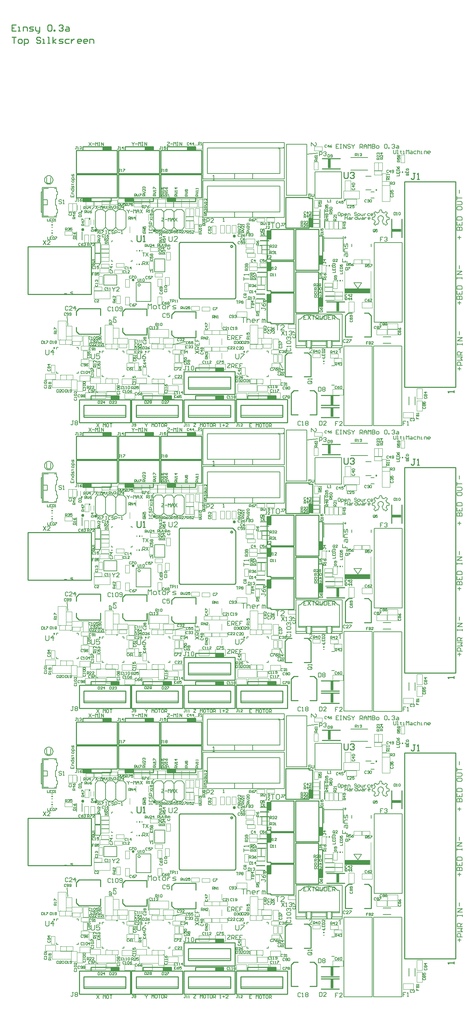
<source format=gto>
G04 Layer_Color=65535*
%FSLAX24Y24*%
%MOIN*%
G70*
G01*
G75*
%ADD10C,0.0070*%
%ADD12C,0.0100*%
%ADD14C,0.0080*%
%ADD112C,0.0300*%
%ADD135C,0.0100*%
%ADD136C,0.0050*%
%ADD137C,0.0039*%
%ADD138C,0.0060*%
%ADD139C,0.0098*%
%ADD140C,0.0250*%
%ADD141C,0.0020*%
%ADD142C,0.0040*%
%ADD143C,0.0020*%
%ADD144C,0.0079*%
%ADD145R,0.0120X0.0059*%
%ADD146R,0.0120X0.0060*%
%ADD147R,0.0120X0.0119*%
%ADD148R,0.0059X0.0120*%
%ADD149R,0.0060X0.0120*%
%ADD150R,0.0119X0.0120*%
%ADD151R,0.0879X0.0295*%
%ADD152R,0.0295X0.0879*%
%ADD153R,0.2450X0.0492*%
G36*
X41171Y75043D02*
X41110D01*
Y75430D01*
X41110Y75430D01*
X41109Y75429D01*
X41108Y75428D01*
X41106Y75427D01*
X41104Y75425D01*
X41101Y75422D01*
X41098Y75420D01*
X41095Y75417D01*
X41091Y75414D01*
X41086Y75410D01*
X41082Y75407D01*
X41077Y75403D01*
X41071Y75400D01*
X41065Y75396D01*
X41052Y75388D01*
X41052Y75388D01*
X41051Y75387D01*
X41049Y75386D01*
X41046Y75385D01*
X41043Y75383D01*
X41040Y75381D01*
X41035Y75379D01*
X41031Y75376D01*
X41021Y75371D01*
X41010Y75366D01*
X40999Y75361D01*
X40988Y75357D01*
Y75415D01*
X40989Y75416D01*
X40991Y75417D01*
X40994Y75418D01*
X40997Y75420D01*
X41001Y75422D01*
X41007Y75425D01*
X41012Y75428D01*
X41019Y75432D01*
X41025Y75436D01*
X41033Y75440D01*
X41048Y75450D01*
X41063Y75461D01*
X41078Y75473D01*
X41078Y75474D01*
X41079Y75475D01*
X41081Y75477D01*
X41084Y75479D01*
X41087Y75482D01*
X41091Y75486D01*
X41094Y75490D01*
X41099Y75495D01*
X41103Y75500D01*
X41108Y75505D01*
X41117Y75516D01*
X41125Y75528D01*
X41128Y75534D01*
X41132Y75540D01*
X41171D01*
Y75043D01*
D02*
G37*
G36*
X38278Y75540D02*
X38283Y75539D01*
X38289Y75539D01*
X38296Y75538D01*
X38304Y75537D01*
X38312Y75535D01*
X38321Y75533D01*
X38330Y75530D01*
X38339Y75527D01*
X38349Y75523D01*
X38358Y75519D01*
X38367Y75514D01*
X38376Y75507D01*
X38384Y75500D01*
X38384Y75500D01*
X38386Y75498D01*
X38388Y75496D01*
X38390Y75493D01*
X38393Y75490D01*
X38397Y75485D01*
X38401Y75480D01*
X38405Y75473D01*
X38409Y75467D01*
X38412Y75459D01*
X38416Y75451D01*
X38419Y75442D01*
X38422Y75433D01*
X38424Y75423D01*
X38425Y75413D01*
X38426Y75402D01*
Y75402D01*
Y75401D01*
Y75399D01*
Y75397D01*
X38425Y75394D01*
X38425Y75391D01*
X38425Y75388D01*
X38424Y75384D01*
X38423Y75375D01*
X38421Y75365D01*
X38417Y75355D01*
X38414Y75344D01*
Y75343D01*
X38413Y75342D01*
X38412Y75341D01*
X38411Y75339D01*
X38410Y75336D01*
X38408Y75333D01*
X38406Y75330D01*
X38404Y75326D01*
X38401Y75321D01*
X38399Y75317D01*
X38391Y75306D01*
X38387Y75301D01*
X38383Y75295D01*
X38378Y75289D01*
X38373Y75283D01*
X38373Y75283D01*
X38372Y75282D01*
X38370Y75280D01*
X38368Y75278D01*
X38365Y75274D01*
X38361Y75270D01*
X38356Y75266D01*
X38351Y75260D01*
X38345Y75255D01*
X38338Y75248D01*
X38330Y75241D01*
X38322Y75233D01*
X38312Y75225D01*
X38302Y75216D01*
X38291Y75206D01*
X38279Y75196D01*
X38279Y75196D01*
X38277Y75194D01*
X38274Y75192D01*
X38271Y75189D01*
X38266Y75185D01*
X38261Y75181D01*
X38256Y75176D01*
X38250Y75171D01*
X38238Y75161D01*
X38232Y75156D01*
X38227Y75151D01*
X38221Y75146D01*
X38217Y75141D01*
X38212Y75137D01*
X38209Y75134D01*
X38208Y75133D01*
X38207Y75131D01*
X38204Y75128D01*
X38200Y75124D01*
X38196Y75119D01*
X38192Y75113D01*
X38188Y75107D01*
X38184Y75101D01*
X38426D01*
Y75043D01*
X38099D01*
Y75043D01*
Y75044D01*
Y75045D01*
Y75046D01*
Y75048D01*
X38100Y75051D01*
X38100Y75056D01*
X38101Y75062D01*
X38102Y75070D01*
X38104Y75077D01*
X38106Y75085D01*
Y75085D01*
X38107Y75086D01*
X38107Y75088D01*
X38109Y75090D01*
X38110Y75094D01*
X38111Y75097D01*
X38114Y75101D01*
X38116Y75105D01*
X38118Y75110D01*
X38121Y75115D01*
X38128Y75127D01*
X38136Y75138D01*
X38146Y75151D01*
X38146Y75151D01*
X38148Y75152D01*
X38149Y75154D01*
X38151Y75156D01*
X38154Y75159D01*
X38158Y75163D01*
X38162Y75167D01*
X38167Y75172D01*
X38172Y75177D01*
X38178Y75183D01*
X38184Y75189D01*
X38191Y75196D01*
X38199Y75203D01*
X38207Y75210D01*
X38216Y75217D01*
X38226Y75225D01*
X38226Y75226D01*
X38227Y75226D01*
X38228Y75227D01*
X38229Y75228D01*
X38231Y75230D01*
X38233Y75232D01*
X38238Y75236D01*
X38245Y75242D01*
X38252Y75249D01*
X38261Y75256D01*
X38269Y75264D01*
X38279Y75272D01*
X38288Y75280D01*
X38297Y75289D01*
X38305Y75298D01*
X38314Y75307D01*
X38322Y75315D01*
X38329Y75323D01*
X38334Y75331D01*
X38335Y75331D01*
X38335Y75332D01*
X38337Y75335D01*
X38339Y75337D01*
X38341Y75341D01*
X38343Y75345D01*
X38346Y75349D01*
X38349Y75354D01*
X38351Y75360D01*
X38354Y75365D01*
X38359Y75378D01*
X38361Y75384D01*
X38362Y75391D01*
X38363Y75397D01*
X38363Y75404D01*
Y75404D01*
Y75405D01*
Y75407D01*
X38363Y75410D01*
X38362Y75413D01*
X38362Y75417D01*
X38361Y75420D01*
X38360Y75425D01*
X38358Y75429D01*
X38357Y75434D01*
X38354Y75439D01*
X38352Y75444D01*
X38349Y75450D01*
X38346Y75455D01*
X38342Y75460D01*
X38337Y75464D01*
X38337Y75465D01*
X38336Y75466D01*
X38334Y75467D01*
X38332Y75468D01*
X38330Y75470D01*
X38327Y75472D01*
X38323Y75475D01*
X38319Y75477D01*
X38314Y75480D01*
X38309Y75482D01*
X38304Y75484D01*
X38298Y75486D01*
X38291Y75487D01*
X38285Y75488D01*
X38277Y75489D01*
X38270Y75490D01*
X38266D01*
X38263Y75489D01*
X38259Y75489D01*
X38255Y75488D01*
X38250Y75487D01*
X38245Y75486D01*
X38239Y75485D01*
X38233Y75483D01*
X38228Y75481D01*
X38222Y75478D01*
X38216Y75475D01*
X38210Y75472D01*
X38204Y75468D01*
X38199Y75463D01*
X38199Y75463D01*
X38198Y75462D01*
X38197Y75460D01*
X38196Y75458D01*
X38193Y75456D01*
X38191Y75452D01*
X38189Y75448D01*
X38187Y75444D01*
X38184Y75439D01*
X38182Y75434D01*
X38179Y75428D01*
X38177Y75422D01*
X38176Y75414D01*
X38174Y75407D01*
X38174Y75399D01*
X38173Y75390D01*
X38111Y75397D01*
Y75397D01*
Y75398D01*
X38111Y75399D01*
Y75400D01*
X38111Y75404D01*
X38112Y75408D01*
X38114Y75414D01*
X38115Y75421D01*
X38117Y75428D01*
X38119Y75436D01*
X38122Y75445D01*
X38125Y75453D01*
X38129Y75462D01*
X38134Y75471D01*
X38139Y75480D01*
X38145Y75488D01*
X38151Y75496D01*
X38159Y75503D01*
X38159Y75504D01*
X38160Y75505D01*
X38163Y75507D01*
X38166Y75509D01*
X38170Y75512D01*
X38175Y75515D01*
X38182Y75518D01*
X38188Y75522D01*
X38196Y75525D01*
X38204Y75528D01*
X38214Y75531D01*
X38224Y75534D01*
X38235Y75537D01*
X38246Y75539D01*
X38258Y75540D01*
X38271Y75540D01*
X38274D01*
X38278Y75540D01*
D02*
G37*
G36*
X41171Y47051D02*
X41110D01*
Y47438D01*
X41110Y47438D01*
X41109Y47437D01*
X41108Y47436D01*
X41106Y47434D01*
X41104Y47433D01*
X41101Y47430D01*
X41098Y47428D01*
X41095Y47425D01*
X41091Y47422D01*
X41086Y47418D01*
X41082Y47415D01*
X41077Y47411D01*
X41071Y47408D01*
X41065Y47404D01*
X41052Y47396D01*
X41052Y47395D01*
X41051Y47395D01*
X41049Y47394D01*
X41046Y47393D01*
X41043Y47391D01*
X41040Y47389D01*
X41035Y47386D01*
X41031Y47384D01*
X41021Y47379D01*
X41010Y47374D01*
X40999Y47369D01*
X40988Y47365D01*
Y47423D01*
X40989Y47424D01*
X40991Y47424D01*
X40994Y47426D01*
X40997Y47428D01*
X41001Y47430D01*
X41007Y47433D01*
X41012Y47436D01*
X41019Y47439D01*
X41025Y47444D01*
X41033Y47448D01*
X41048Y47458D01*
X41063Y47469D01*
X41078Y47481D01*
X41078Y47482D01*
X41079Y47483D01*
X41081Y47485D01*
X41084Y47487D01*
X41087Y47490D01*
X41091Y47494D01*
X41094Y47498D01*
X41099Y47502D01*
X41103Y47507D01*
X41108Y47513D01*
X41117Y47524D01*
X41125Y47536D01*
X41128Y47542D01*
X41132Y47548D01*
X41171D01*
Y47051D01*
D02*
G37*
G36*
X38278Y47548D02*
X38283Y47547D01*
X38289Y47547D01*
X38296Y47546D01*
X38304Y47545D01*
X38312Y47543D01*
X38321Y47541D01*
X38330Y47538D01*
X38339Y47535D01*
X38349Y47531D01*
X38358Y47526D01*
X38367Y47521D01*
X38376Y47515D01*
X38384Y47508D01*
X38384Y47508D01*
X38386Y47506D01*
X38388Y47504D01*
X38390Y47501D01*
X38393Y47497D01*
X38397Y47493D01*
X38401Y47487D01*
X38405Y47481D01*
X38409Y47474D01*
X38412Y47467D01*
X38416Y47459D01*
X38419Y47450D01*
X38422Y47441D01*
X38424Y47431D01*
X38425Y47421D01*
X38426Y47410D01*
Y47410D01*
Y47409D01*
Y47407D01*
Y47405D01*
X38425Y47402D01*
X38425Y47399D01*
X38425Y47396D01*
X38424Y47392D01*
X38423Y47383D01*
X38421Y47373D01*
X38417Y47362D01*
X38414Y47352D01*
Y47351D01*
X38413Y47350D01*
X38412Y47349D01*
X38411Y47347D01*
X38410Y47344D01*
X38408Y47341D01*
X38406Y47337D01*
X38404Y47333D01*
X38401Y47329D01*
X38399Y47325D01*
X38391Y47314D01*
X38387Y47309D01*
X38383Y47303D01*
X38378Y47297D01*
X38373Y47291D01*
X38373Y47291D01*
X38372Y47290D01*
X38370Y47288D01*
X38368Y47285D01*
X38365Y47282D01*
X38361Y47278D01*
X38356Y47274D01*
X38351Y47268D01*
X38345Y47263D01*
X38338Y47256D01*
X38330Y47249D01*
X38322Y47241D01*
X38312Y47233D01*
X38302Y47224D01*
X38291Y47214D01*
X38279Y47204D01*
X38279Y47204D01*
X38277Y47202D01*
X38274Y47200D01*
X38271Y47197D01*
X38266Y47193D01*
X38261Y47189D01*
X38256Y47184D01*
X38250Y47179D01*
X38238Y47169D01*
X38232Y47163D01*
X38227Y47158D01*
X38221Y47153D01*
X38217Y47149D01*
X38212Y47145D01*
X38209Y47142D01*
X38208Y47141D01*
X38207Y47139D01*
X38204Y47135D01*
X38200Y47132D01*
X38196Y47127D01*
X38192Y47121D01*
X38188Y47115D01*
X38184Y47109D01*
X38426D01*
Y47051D01*
X38099D01*
Y47051D01*
Y47052D01*
Y47053D01*
Y47054D01*
Y47056D01*
X38100Y47059D01*
X38100Y47064D01*
X38101Y47070D01*
X38102Y47077D01*
X38104Y47085D01*
X38106Y47093D01*
Y47093D01*
X38107Y47094D01*
X38107Y47096D01*
X38109Y47098D01*
X38110Y47101D01*
X38111Y47105D01*
X38114Y47109D01*
X38116Y47113D01*
X38118Y47118D01*
X38121Y47123D01*
X38128Y47134D01*
X38136Y47146D01*
X38146Y47158D01*
X38146Y47159D01*
X38148Y47160D01*
X38149Y47162D01*
X38151Y47164D01*
X38154Y47167D01*
X38158Y47171D01*
X38162Y47175D01*
X38167Y47180D01*
X38172Y47185D01*
X38178Y47191D01*
X38184Y47197D01*
X38191Y47204D01*
X38199Y47211D01*
X38207Y47218D01*
X38216Y47225D01*
X38226Y47233D01*
X38226Y47234D01*
X38227Y47234D01*
X38228Y47235D01*
X38229Y47236D01*
X38231Y47238D01*
X38233Y47240D01*
X38238Y47244D01*
X38245Y47250D01*
X38252Y47256D01*
X38261Y47264D01*
X38269Y47272D01*
X38279Y47280D01*
X38288Y47288D01*
X38297Y47297D01*
X38305Y47306D01*
X38314Y47314D01*
X38322Y47323D01*
X38329Y47331D01*
X38334Y47338D01*
X38335Y47339D01*
X38335Y47340D01*
X38337Y47342D01*
X38339Y47345D01*
X38341Y47348D01*
X38343Y47352D01*
X38346Y47357D01*
X38349Y47362D01*
X38351Y47367D01*
X38354Y47373D01*
X38359Y47386D01*
X38361Y47392D01*
X38362Y47399D01*
X38363Y47405D01*
X38363Y47411D01*
Y47412D01*
Y47413D01*
Y47415D01*
X38363Y47418D01*
X38362Y47421D01*
X38362Y47424D01*
X38361Y47428D01*
X38360Y47433D01*
X38358Y47437D01*
X38357Y47442D01*
X38354Y47447D01*
X38352Y47452D01*
X38349Y47458D01*
X38346Y47463D01*
X38342Y47468D01*
X38337Y47472D01*
X38337Y47473D01*
X38336Y47473D01*
X38334Y47474D01*
X38332Y47476D01*
X38330Y47478D01*
X38327Y47480D01*
X38323Y47483D01*
X38319Y47485D01*
X38314Y47487D01*
X38309Y47490D01*
X38304Y47492D01*
X38298Y47493D01*
X38291Y47495D01*
X38285Y47496D01*
X38277Y47497D01*
X38270Y47497D01*
X38266D01*
X38263Y47497D01*
X38259Y47497D01*
X38255Y47496D01*
X38250Y47495D01*
X38245Y47494D01*
X38239Y47493D01*
X38233Y47491D01*
X38228Y47489D01*
X38222Y47486D01*
X38216Y47483D01*
X38210Y47480D01*
X38204Y47476D01*
X38199Y47471D01*
X38199Y47471D01*
X38198Y47470D01*
X38197Y47468D01*
X38196Y47466D01*
X38193Y47463D01*
X38191Y47460D01*
X38189Y47456D01*
X38187Y47452D01*
X38184Y47447D01*
X38182Y47442D01*
X38179Y47436D01*
X38177Y47429D01*
X38176Y47422D01*
X38174Y47415D01*
X38174Y47407D01*
X38173Y47398D01*
X38111Y47405D01*
Y47405D01*
Y47405D01*
X38111Y47406D01*
Y47408D01*
X38111Y47411D01*
X38112Y47416D01*
X38114Y47422D01*
X38115Y47429D01*
X38117Y47436D01*
X38119Y47444D01*
X38122Y47453D01*
X38125Y47461D01*
X38129Y47470D01*
X38134Y47479D01*
X38139Y47488D01*
X38145Y47496D01*
X38151Y47504D01*
X38159Y47511D01*
X38159Y47511D01*
X38160Y47512D01*
X38163Y47515D01*
X38166Y47517D01*
X38170Y47520D01*
X38175Y47523D01*
X38182Y47526D01*
X38188Y47530D01*
X38196Y47533D01*
X38204Y47536D01*
X38214Y47539D01*
X38224Y47542D01*
X38235Y47545D01*
X38246Y47546D01*
X38258Y47548D01*
X38271Y47548D01*
X38274D01*
X38278Y47548D01*
D02*
G37*
G36*
X41171Y19059D02*
X41110D01*
Y19446D01*
X41110Y19446D01*
X41109Y19445D01*
X41108Y19444D01*
X41106Y19442D01*
X41104Y19440D01*
X41101Y19438D01*
X41098Y19435D01*
X41095Y19433D01*
X41091Y19430D01*
X41086Y19426D01*
X41082Y19423D01*
X41077Y19419D01*
X41071Y19415D01*
X41065Y19411D01*
X41052Y19404D01*
X41052Y19403D01*
X41051Y19403D01*
X41049Y19401D01*
X41046Y19400D01*
X41043Y19399D01*
X41040Y19396D01*
X41035Y19394D01*
X41031Y19392D01*
X41021Y19387D01*
X41010Y19382D01*
X40999Y19377D01*
X40988Y19372D01*
Y19431D01*
X40989Y19432D01*
X40991Y19432D01*
X40994Y19434D01*
X40997Y19435D01*
X41001Y19438D01*
X41007Y19440D01*
X41012Y19444D01*
X41019Y19447D01*
X41025Y19452D01*
X41033Y19456D01*
X41048Y19466D01*
X41063Y19477D01*
X41078Y19489D01*
X41078Y19490D01*
X41079Y19491D01*
X41081Y19492D01*
X41084Y19495D01*
X41087Y19498D01*
X41091Y19502D01*
X41094Y19506D01*
X41099Y19510D01*
X41103Y19515D01*
X41108Y19521D01*
X41117Y19532D01*
X41125Y19544D01*
X41128Y19550D01*
X41132Y19556D01*
X41171D01*
Y19059D01*
D02*
G37*
G36*
X38278Y19555D02*
X38283Y19555D01*
X38289Y19555D01*
X38296Y19554D01*
X38304Y19553D01*
X38312Y19551D01*
X38321Y19549D01*
X38330Y19546D01*
X38339Y19543D01*
X38349Y19539D01*
X38358Y19534D01*
X38367Y19529D01*
X38376Y19523D01*
X38384Y19516D01*
X38384Y19516D01*
X38386Y19514D01*
X38388Y19512D01*
X38390Y19509D01*
X38393Y19505D01*
X38397Y19501D01*
X38401Y19495D01*
X38405Y19489D01*
X38409Y19482D01*
X38412Y19475D01*
X38416Y19467D01*
X38419Y19458D01*
X38422Y19449D01*
X38424Y19439D01*
X38425Y19429D01*
X38426Y19418D01*
Y19418D01*
Y19417D01*
Y19415D01*
Y19413D01*
X38425Y19410D01*
X38425Y19407D01*
X38425Y19404D01*
X38424Y19400D01*
X38423Y19391D01*
X38421Y19381D01*
X38417Y19370D01*
X38414Y19360D01*
Y19359D01*
X38413Y19358D01*
X38412Y19357D01*
X38411Y19355D01*
X38410Y19352D01*
X38408Y19349D01*
X38406Y19345D01*
X38404Y19341D01*
X38401Y19337D01*
X38399Y19332D01*
X38391Y19322D01*
X38387Y19317D01*
X38383Y19311D01*
X38378Y19305D01*
X38373Y19299D01*
X38373Y19299D01*
X38372Y19298D01*
X38370Y19296D01*
X38368Y19293D01*
X38365Y19290D01*
X38361Y19286D01*
X38356Y19282D01*
X38351Y19276D01*
X38345Y19270D01*
X38338Y19264D01*
X38330Y19257D01*
X38322Y19249D01*
X38312Y19241D01*
X38302Y19232D01*
X38291Y19222D01*
X38279Y19212D01*
X38279Y19212D01*
X38277Y19210D01*
X38274Y19208D01*
X38271Y19205D01*
X38266Y19201D01*
X38261Y19197D01*
X38256Y19192D01*
X38250Y19187D01*
X38238Y19177D01*
X38232Y19171D01*
X38227Y19166D01*
X38221Y19161D01*
X38217Y19157D01*
X38212Y19153D01*
X38209Y19149D01*
X38208Y19149D01*
X38207Y19147D01*
X38204Y19143D01*
X38200Y19139D01*
X38196Y19134D01*
X38192Y19129D01*
X38188Y19123D01*
X38184Y19117D01*
X38426D01*
Y19059D01*
X38099D01*
Y19059D01*
Y19060D01*
Y19061D01*
Y19062D01*
Y19064D01*
X38100Y19066D01*
X38100Y19072D01*
X38101Y19078D01*
X38102Y19085D01*
X38104Y19093D01*
X38106Y19100D01*
Y19101D01*
X38107Y19102D01*
X38107Y19104D01*
X38109Y19106D01*
X38110Y19109D01*
X38111Y19113D01*
X38114Y19117D01*
X38116Y19121D01*
X38118Y19126D01*
X38121Y19131D01*
X38128Y19142D01*
X38136Y19154D01*
X38146Y19166D01*
X38146Y19167D01*
X38148Y19168D01*
X38149Y19169D01*
X38151Y19172D01*
X38154Y19175D01*
X38158Y19179D01*
X38162Y19183D01*
X38167Y19188D01*
X38172Y19193D01*
X38178Y19199D01*
X38184Y19205D01*
X38191Y19212D01*
X38199Y19219D01*
X38207Y19226D01*
X38216Y19233D01*
X38226Y19241D01*
X38226Y19241D01*
X38227Y19242D01*
X38228Y19243D01*
X38229Y19244D01*
X38231Y19246D01*
X38233Y19248D01*
X38238Y19252D01*
X38245Y19258D01*
X38252Y19264D01*
X38261Y19272D01*
X38269Y19279D01*
X38279Y19288D01*
X38288Y19296D01*
X38297Y19305D01*
X38305Y19314D01*
X38314Y19322D01*
X38322Y19331D01*
X38329Y19339D01*
X38334Y19346D01*
X38335Y19347D01*
X38335Y19348D01*
X38337Y19350D01*
X38339Y19353D01*
X38341Y19356D01*
X38343Y19360D01*
X38346Y19365D01*
X38349Y19370D01*
X38351Y19375D01*
X38354Y19381D01*
X38359Y19394D01*
X38361Y19400D01*
X38362Y19406D01*
X38363Y19413D01*
X38363Y19419D01*
Y19420D01*
Y19421D01*
Y19423D01*
X38363Y19425D01*
X38362Y19429D01*
X38362Y19432D01*
X38361Y19436D01*
X38360Y19440D01*
X38358Y19445D01*
X38357Y19450D01*
X38354Y19455D01*
X38352Y19460D01*
X38349Y19466D01*
X38346Y19471D01*
X38342Y19476D01*
X38337Y19480D01*
X38337Y19481D01*
X38336Y19481D01*
X38334Y19482D01*
X38332Y19484D01*
X38330Y19486D01*
X38327Y19488D01*
X38323Y19491D01*
X38319Y19493D01*
X38314Y19495D01*
X38309Y19497D01*
X38304Y19500D01*
X38298Y19501D01*
X38291Y19503D01*
X38285Y19504D01*
X38277Y19505D01*
X38270Y19505D01*
X38266D01*
X38263Y19505D01*
X38259Y19505D01*
X38255Y19504D01*
X38250Y19503D01*
X38245Y19502D01*
X38239Y19501D01*
X38233Y19499D01*
X38228Y19497D01*
X38222Y19494D01*
X38216Y19491D01*
X38210Y19487D01*
X38204Y19483D01*
X38199Y19479D01*
X38199Y19478D01*
X38198Y19478D01*
X38197Y19476D01*
X38196Y19474D01*
X38193Y19471D01*
X38191Y19468D01*
X38189Y19464D01*
X38187Y19460D01*
X38184Y19455D01*
X38182Y19449D01*
X38179Y19444D01*
X38177Y19437D01*
X38176Y19430D01*
X38174Y19423D01*
X38174Y19415D01*
X38173Y19406D01*
X38111Y19413D01*
Y19413D01*
Y19413D01*
X38111Y19414D01*
Y19416D01*
X38111Y19419D01*
X38112Y19424D01*
X38114Y19430D01*
X38115Y19437D01*
X38117Y19444D01*
X38119Y19452D01*
X38122Y19461D01*
X38125Y19469D01*
X38129Y19478D01*
X38134Y19487D01*
X38139Y19496D01*
X38145Y19504D01*
X38151Y19512D01*
X38159Y19519D01*
X38159Y19519D01*
X38160Y19520D01*
X38163Y19522D01*
X38166Y19525D01*
X38170Y19527D01*
X38175Y19531D01*
X38182Y19534D01*
X38188Y19538D01*
X38196Y19541D01*
X38204Y19544D01*
X38214Y19547D01*
X38224Y19550D01*
X38235Y19553D01*
X38246Y19554D01*
X38258Y19555D01*
X38271Y19556D01*
X38274D01*
X38278Y19555D01*
D02*
G37*
G54D10*
X17558Y27648D02*
X17738Y27989D01*
X38689Y36818D02*
X41288D01*
Y34219D02*
Y36818D01*
X38689Y34219D02*
X41288D01*
X38689D02*
Y36818D01*
X14398Y22678D02*
X14468Y21809D01*
X16638Y19728D02*
X18079Y19689D01*
X17158Y15309D02*
X17399Y15238D01*
X22339Y21598D02*
X22389Y20478D01*
X24818Y19908D02*
X25998Y20189D01*
X35229Y18109D02*
X35489Y17618D01*
X16848Y33149D02*
X17098Y33438D01*
X22799Y33179D02*
X22908Y33308D01*
X24309Y34659D02*
X24439Y34209D01*
X37959Y38558D02*
X38958Y38668D01*
X28068Y31858D02*
Y32258D01*
X28268D01*
X28335Y32192D01*
Y32058D01*
X28268Y31992D01*
X28068D01*
X28735Y31858D02*
X28468D01*
X28735Y32125D01*
Y32192D01*
X28668Y32258D01*
X28535D01*
X28468Y32192D01*
X37285Y12312D02*
X37218Y12378D01*
X37085D01*
X37018Y12312D01*
Y12045D01*
X37085Y11978D01*
X37218D01*
X37285Y12045D01*
X37418Y11978D02*
X37552D01*
X37485D01*
Y12378D01*
X37418Y12312D01*
X37752D02*
X37818Y12378D01*
X37952D01*
X38018Y12312D01*
Y12245D01*
X37952Y12178D01*
X38018Y12112D01*
Y12045D01*
X37952Y11978D01*
X37818D01*
X37752Y12045D01*
Y12112D01*
X37818Y12178D01*
X37752Y12245D01*
Y12312D01*
X37818Y12178D02*
X37952D01*
X24045Y22882D02*
X23978Y22948D01*
X23845D01*
X23779Y22882D01*
Y22615D01*
X23845Y22548D01*
X23978D01*
X24045Y22615D01*
X24445Y22948D02*
X24178D01*
Y22748D01*
X24312Y22815D01*
X24378D01*
X24445Y22748D01*
Y22615D01*
X24378Y22548D01*
X24245D01*
X24178Y22615D01*
X18665Y23522D02*
X18598Y23588D01*
X18465D01*
X18398Y23522D01*
Y23255D01*
X18465Y23189D01*
X18598D01*
X18665Y23255D01*
X18798Y23189D02*
X18932D01*
X18865D01*
Y23588D01*
X18798Y23522D01*
X19132D02*
X19198Y23588D01*
X19332D01*
X19398Y23522D01*
Y23255D01*
X19332Y23189D01*
X19198D01*
X19132Y23255D01*
Y23522D01*
X19531Y23255D02*
X19598Y23189D01*
X19731D01*
X19798Y23255D01*
Y23522D01*
X19731Y23588D01*
X19598D01*
X19531Y23522D01*
Y23455D01*
X19598Y23388D01*
X19798D01*
X35975Y19525D02*
X35909Y19458D01*
Y19325D01*
X35975Y19259D01*
X36242D01*
X36309Y19325D01*
Y19458D01*
X36242Y19525D01*
X36309Y19658D02*
Y19792D01*
Y19725D01*
X35909D01*
X35975Y19658D01*
Y19992D02*
X35909Y20058D01*
Y20192D01*
X35975Y20258D01*
X36242D01*
X36309Y20192D01*
Y20058D01*
X36242Y19992D01*
X35975D01*
Y20391D02*
X35909Y20458D01*
Y20591D01*
X35975Y20658D01*
X36042D01*
X36109Y20591D01*
Y20525D01*
Y20591D01*
X36175Y20658D01*
X36242D01*
X36309Y20591D01*
Y20458D01*
X36242Y20391D01*
X35419Y21228D02*
X35685Y20828D01*
Y21228D02*
X35419Y20828D01*
X35818D02*
X35952D01*
X35885D01*
Y21228D01*
X35818Y21162D01*
X36152D02*
X36218Y21228D01*
X36352D01*
X36418Y21162D01*
Y21095D01*
X36352Y21028D01*
X36285D01*
X36352D01*
X36418Y20962D01*
Y20895D01*
X36352Y20828D01*
X36218D01*
X36152Y20895D01*
X39098Y38398D02*
Y38798D01*
X39298D01*
X39365Y38732D01*
Y38598D01*
X39298Y38532D01*
X39098D01*
X39498Y38732D02*
X39565Y38798D01*
X39698D01*
X39765Y38732D01*
Y38665D01*
X39698Y38598D01*
X39632D01*
X39698D01*
X39765Y38532D01*
Y38465D01*
X39698Y38398D01*
X39565D01*
X39498Y38465D01*
X45335Y30428D02*
X45068D01*
Y30228D01*
X45202D01*
X45068D01*
Y30029D01*
X45468Y30362D02*
X45535Y30428D01*
X45668D01*
X45735Y30362D01*
Y30295D01*
X45668Y30228D01*
X45602D01*
X45668D01*
X45735Y30162D01*
Y30095D01*
X45668Y30029D01*
X45535D01*
X45468Y30095D01*
X40955Y12358D02*
X40689D01*
Y12158D01*
X40822D01*
X40689D01*
Y11959D01*
X41355D02*
X41088D01*
X41355Y12225D01*
Y12292D01*
X41288Y12358D01*
X41155D01*
X41088Y12292D01*
X47565Y12398D02*
X47298D01*
Y12198D01*
X47432D01*
X47298D01*
Y11998D01*
X47698D02*
X47832D01*
X47765D01*
Y12398D01*
X47698Y12332D01*
X39018Y15718D02*
Y15318D01*
X39218D01*
X39285Y15385D01*
Y15652D01*
X39218Y15718D01*
X39018D01*
X39418Y15652D02*
X39485Y15718D01*
X39618D01*
X39685Y15652D01*
Y15585D01*
X39618Y15518D01*
X39685Y15452D01*
Y15385D01*
X39618Y15318D01*
X39485D01*
X39418Y15385D01*
Y15452D01*
X39485Y15518D01*
X39418Y15585D01*
Y15652D01*
X39485Y15518D02*
X39618D01*
X39118Y12398D02*
Y11998D01*
X39318D01*
X39385Y12065D01*
Y12332D01*
X39318Y12398D01*
X39118D01*
X39785Y11998D02*
X39518D01*
X39785Y12265D01*
Y12332D01*
X39718Y12398D01*
X39585D01*
X39518Y12332D01*
X18838Y25528D02*
Y25462D01*
X18972Y25328D01*
X19105Y25462D01*
Y25528D01*
X18972Y25328D02*
Y25129D01*
X19505D02*
X19238D01*
X19505Y25395D01*
Y25462D01*
X19438Y25528D01*
X19305D01*
X19238Y25462D01*
X12078Y30098D02*
X12345Y29699D01*
Y30098D02*
X12078Y29699D01*
X12745D02*
X12478D01*
X12745Y29965D01*
Y30032D01*
X12678Y30098D01*
X12545D01*
X12478Y30032D01*
X13885Y34012D02*
X13818Y34078D01*
X13685D01*
X13619Y34012D01*
Y33945D01*
X13685Y33878D01*
X13818D01*
X13885Y33812D01*
Y33745D01*
X13818Y33679D01*
X13685D01*
X13619Y33745D01*
X14018Y33679D02*
X14152D01*
X14085D01*
Y34078D01*
X14018Y34012D01*
X14495Y23592D02*
X14428Y23658D01*
X14295D01*
X14229Y23592D01*
Y23325D01*
X14295Y23259D01*
X14428D01*
X14495Y23325D01*
X14895Y23259D02*
X14628D01*
X14895Y23525D01*
Y23592D01*
X14828Y23658D01*
X14695D01*
X14628Y23592D01*
X15228Y23259D02*
Y23658D01*
X15028Y23458D01*
X15295D01*
X38312Y16335D02*
X38045D01*
X37979Y16268D01*
Y16135D01*
X38045Y16069D01*
X38312D01*
X38379Y16135D01*
Y16268D01*
X38245Y16202D02*
X38379Y16335D01*
Y16268D02*
X38312Y16335D01*
X38379Y16468D02*
Y16602D01*
Y16535D01*
X37979D01*
X38045Y16468D01*
X33459Y23515D02*
Y23382D01*
Y23448D01*
X33792D01*
X33858Y23382D01*
Y23315D01*
X33792Y23249D01*
X33459Y23915D02*
X33525Y23782D01*
X33659Y23648D01*
X33792D01*
X33858Y23715D01*
Y23848D01*
X33792Y23915D01*
X33725D01*
X33659Y23848D01*
Y23648D01*
X15035Y12418D02*
X14902D01*
X14968D01*
Y12085D01*
X14902Y12019D01*
X14835D01*
X14769Y12085D01*
X15168Y12352D02*
X15235Y12418D01*
X15368D01*
X15435Y12352D01*
Y12285D01*
X15368Y12218D01*
X15435Y12152D01*
Y12085D01*
X15368Y12019D01*
X15235D01*
X15168Y12085D01*
Y12152D01*
X15235Y12218D01*
X15168Y12285D01*
Y12352D01*
X15235Y12218D02*
X15368D01*
X26095Y17788D02*
X25962D01*
X26028D01*
Y17455D01*
X25962Y17388D01*
X25895D01*
X25828Y17455D01*
X26228Y17388D02*
X26362D01*
X26295D01*
Y17788D01*
X26228Y17722D01*
X26562D02*
X26628Y17788D01*
X26762D01*
X26828Y17722D01*
Y17455D01*
X26762Y17388D01*
X26628D01*
X26562Y17455D01*
Y17722D01*
X29688Y31969D02*
X29795D01*
X29742D01*
Y32288D01*
X29688Y32235D01*
X37835Y22748D02*
X37569D01*
Y22348D01*
X37835D01*
X37569Y22548D02*
X37702D01*
X37968Y22748D02*
X38235Y22348D01*
Y22748D02*
X37968Y22348D01*
X38368Y22748D02*
X38635D01*
X38502D01*
Y22348D01*
X38768D02*
Y22748D01*
X38968D01*
X39035Y22682D01*
Y22548D01*
X38968Y22482D01*
X38768D01*
X38901D02*
X39035Y22348D01*
X39168Y22748D02*
Y22415D01*
X39235Y22348D01*
X39368D01*
X39435Y22415D01*
Y22748D01*
X39568D02*
Y22348D01*
X39768D01*
X39834Y22415D01*
Y22682D01*
X39768Y22748D01*
X39568D01*
X40234D02*
X39968D01*
Y22348D01*
X40234D01*
X39968Y22548D02*
X40101D01*
X40368Y22348D02*
Y22748D01*
X40568D01*
X40634Y22682D01*
Y22548D01*
X40568Y22482D01*
X40368D01*
X40501D02*
X40634Y22348D01*
X46368Y38968D02*
Y38668D01*
X46428Y38609D01*
X46548D01*
X46608Y38668D01*
Y38968D01*
X46728Y38609D02*
X46848D01*
X46788D01*
Y38968D01*
X46728D01*
X47088Y38908D02*
Y38848D01*
X47028D01*
X47148D01*
X47088D01*
Y38668D01*
X47148Y38609D01*
X47328D02*
X47448D01*
X47388D01*
Y38848D01*
X47328D01*
X47628Y38609D02*
Y38968D01*
X47748Y38848D01*
X47868Y38968D01*
Y38609D01*
X48048Y38848D02*
X48168D01*
X48228Y38788D01*
Y38609D01*
X48048D01*
X47988Y38668D01*
X48048Y38728D01*
X48228D01*
X48588Y38848D02*
X48408D01*
X48348Y38788D01*
Y38668D01*
X48408Y38609D01*
X48588D01*
X48708Y38968D02*
Y38609D01*
Y38788D01*
X48768Y38848D01*
X48888D01*
X48948Y38788D01*
Y38609D01*
X49068D02*
X49188D01*
X49128D01*
Y38848D01*
X49068D01*
X49368Y38609D02*
Y38848D01*
X49547D01*
X49607Y38788D01*
Y38609D01*
X49907D02*
X49787D01*
X49727Y38668D01*
Y38788D01*
X49787Y38848D01*
X49907D01*
X49967Y38788D01*
Y38728D01*
X49727D01*
X26949Y19029D02*
X27348Y19295D01*
X26949D02*
X27348Y19029D01*
Y19428D02*
X26949D01*
Y19628D01*
X27015Y19695D01*
X27149D01*
X27215Y19628D01*
Y19428D01*
Y19562D02*
X27348Y19695D01*
X26949Y20095D02*
Y19828D01*
X27348D01*
Y20095D01*
X27149Y19828D02*
Y19962D01*
X26949Y20495D02*
Y20228D01*
X27149D01*
Y20361D01*
Y20228D01*
X27348D01*
X30108Y18018D02*
X30375D01*
Y17952D01*
X30108Y17685D01*
Y17618D01*
X30375D01*
X30508D02*
Y18018D01*
X30708D01*
X30775Y17952D01*
Y17818D01*
X30708Y17752D01*
X30508D01*
X30642D02*
X30775Y17618D01*
X31175Y18018D02*
X30908D01*
Y17618D01*
X31175D01*
X30908Y17818D02*
X31042D01*
X31575Y18018D02*
X31308D01*
Y17818D01*
X31441D01*
X31308D01*
Y17618D01*
X30385Y20788D02*
X30119D01*
Y20389D01*
X30385D01*
X30119Y20588D02*
X30252D01*
X30518Y20389D02*
Y20788D01*
X30718D01*
X30785Y20722D01*
Y20588D01*
X30718Y20522D01*
X30518D01*
X30652D02*
X30785Y20389D01*
X31185Y20788D02*
X30918D01*
Y20389D01*
X31185D01*
X30918Y20588D02*
X31052D01*
X31585Y20788D02*
X31318D01*
Y20588D01*
X31451D01*
X31318D01*
Y20389D01*
X17558Y55641D02*
X17738Y55981D01*
X38689Y64810D02*
X41288D01*
Y62211D02*
Y64810D01*
X38689Y62211D02*
X41288D01*
X38689D02*
Y64810D01*
X14398Y50671D02*
X14468Y49801D01*
X16638Y47721D02*
X18079Y47681D01*
X17158Y43301D02*
X17399Y43231D01*
X22339Y49591D02*
X22389Y48471D01*
X24818Y47901D02*
X25998Y48181D01*
X35229Y46101D02*
X35489Y45611D01*
X16848Y61141D02*
X17098Y61431D01*
X22799Y61171D02*
X22908Y61301D01*
X24309Y62651D02*
X24439Y62201D01*
X37959Y66551D02*
X38958Y66661D01*
X28068Y59851D02*
Y60251D01*
X28268D01*
X28335Y60184D01*
Y60051D01*
X28268Y59984D01*
X28068D01*
X28735Y59851D02*
X28468D01*
X28735Y60117D01*
Y60184D01*
X28668Y60251D01*
X28535D01*
X28468Y60184D01*
X37285Y40304D02*
X37218Y40370D01*
X37085D01*
X37018Y40304D01*
Y40037D01*
X37085Y39971D01*
X37218D01*
X37285Y40037D01*
X37418Y39971D02*
X37552D01*
X37485D01*
Y40370D01*
X37418Y40304D01*
X37752D02*
X37818Y40370D01*
X37952D01*
X38018Y40304D01*
Y40237D01*
X37952Y40171D01*
X38018Y40104D01*
Y40037D01*
X37952Y39971D01*
X37818D01*
X37752Y40037D01*
Y40104D01*
X37818Y40171D01*
X37752Y40237D01*
Y40304D01*
X37818Y40171D02*
X37952D01*
X24045Y50874D02*
X23978Y50940D01*
X23845D01*
X23779Y50874D01*
Y50607D01*
X23845Y50541D01*
X23978D01*
X24045Y50607D01*
X24445Y50940D02*
X24178D01*
Y50741D01*
X24312Y50807D01*
X24378D01*
X24445Y50741D01*
Y50607D01*
X24378Y50541D01*
X24245D01*
X24178Y50607D01*
X18665Y51514D02*
X18598Y51581D01*
X18465D01*
X18398Y51514D01*
Y51247D01*
X18465Y51181D01*
X18598D01*
X18665Y51247D01*
X18798Y51181D02*
X18932D01*
X18865D01*
Y51581D01*
X18798Y51514D01*
X19132D02*
X19198Y51581D01*
X19332D01*
X19398Y51514D01*
Y51247D01*
X19332Y51181D01*
X19198D01*
X19132Y51247D01*
Y51514D01*
X19531Y51247D02*
X19598Y51181D01*
X19731D01*
X19798Y51247D01*
Y51514D01*
X19731Y51581D01*
X19598D01*
X19531Y51514D01*
Y51447D01*
X19598Y51381D01*
X19798D01*
X35975Y47517D02*
X35909Y47451D01*
Y47317D01*
X35975Y47251D01*
X36242D01*
X36309Y47317D01*
Y47451D01*
X36242Y47517D01*
X36309Y47650D02*
Y47784D01*
Y47717D01*
X35909D01*
X35975Y47650D01*
Y47984D02*
X35909Y48050D01*
Y48184D01*
X35975Y48250D01*
X36242D01*
X36309Y48184D01*
Y48050D01*
X36242Y47984D01*
X35975D01*
Y48384D02*
X35909Y48450D01*
Y48584D01*
X35975Y48650D01*
X36042D01*
X36109Y48584D01*
Y48517D01*
Y48584D01*
X36175Y48650D01*
X36242D01*
X36309Y48584D01*
Y48450D01*
X36242Y48384D01*
X35419Y49220D02*
X35685Y48821D01*
Y49220D02*
X35419Y48821D01*
X35818D02*
X35952D01*
X35885D01*
Y49220D01*
X35818Y49154D01*
X36152D02*
X36218Y49220D01*
X36352D01*
X36418Y49154D01*
Y49087D01*
X36352Y49021D01*
X36285D01*
X36352D01*
X36418Y48954D01*
Y48887D01*
X36352Y48821D01*
X36218D01*
X36152Y48887D01*
X39098Y66391D02*
Y66790D01*
X39298D01*
X39365Y66724D01*
Y66591D01*
X39298Y66524D01*
X39098D01*
X39498Y66724D02*
X39565Y66790D01*
X39698D01*
X39765Y66724D01*
Y66657D01*
X39698Y66591D01*
X39632D01*
X39698D01*
X39765Y66524D01*
Y66457D01*
X39698Y66391D01*
X39565D01*
X39498Y66457D01*
X45335Y58421D02*
X45068D01*
Y58221D01*
X45202D01*
X45068D01*
Y58021D01*
X45468Y58354D02*
X45535Y58421D01*
X45668D01*
X45735Y58354D01*
Y58287D01*
X45668Y58221D01*
X45602D01*
X45668D01*
X45735Y58154D01*
Y58087D01*
X45668Y58021D01*
X45535D01*
X45468Y58087D01*
X40955Y40350D02*
X40689D01*
Y40151D01*
X40822D01*
X40689D01*
Y39951D01*
X41355D02*
X41088D01*
X41355Y40217D01*
Y40284D01*
X41288Y40350D01*
X41155D01*
X41088Y40284D01*
X47565Y40391D02*
X47298D01*
Y40191D01*
X47432D01*
X47298D01*
Y39991D01*
X47698D02*
X47832D01*
X47765D01*
Y40391D01*
X47698Y40324D01*
X39018Y43710D02*
Y43311D01*
X39218D01*
X39285Y43377D01*
Y43644D01*
X39218Y43710D01*
X39018D01*
X39418Y43644D02*
X39485Y43710D01*
X39618D01*
X39685Y43644D01*
Y43577D01*
X39618Y43511D01*
X39685Y43444D01*
Y43377D01*
X39618Y43311D01*
X39485D01*
X39418Y43377D01*
Y43444D01*
X39485Y43511D01*
X39418Y43577D01*
Y43644D01*
X39485Y43511D02*
X39618D01*
X39118Y40391D02*
Y39991D01*
X39318D01*
X39385Y40057D01*
Y40324D01*
X39318Y40391D01*
X39118D01*
X39785Y39991D02*
X39518D01*
X39785Y40257D01*
Y40324D01*
X39718Y40391D01*
X39585D01*
X39518Y40324D01*
X18838Y53520D02*
Y53454D01*
X18972Y53321D01*
X19105Y53454D01*
Y53520D01*
X18972Y53321D02*
Y53121D01*
X19505D02*
X19238D01*
X19505Y53387D01*
Y53454D01*
X19438Y53520D01*
X19305D01*
X19238Y53454D01*
X12078Y58091D02*
X12345Y57691D01*
Y58091D02*
X12078Y57691D01*
X12745D02*
X12478D01*
X12745Y57957D01*
Y58024D01*
X12678Y58091D01*
X12545D01*
X12478Y58024D01*
X13885Y62004D02*
X13818Y62070D01*
X13685D01*
X13619Y62004D01*
Y61937D01*
X13685Y61871D01*
X13818D01*
X13885Y61804D01*
Y61737D01*
X13818Y61671D01*
X13685D01*
X13619Y61737D01*
X14018Y61671D02*
X14152D01*
X14085D01*
Y62070D01*
X14018Y62004D01*
X14495Y51584D02*
X14428Y51651D01*
X14295D01*
X14229Y51584D01*
Y51317D01*
X14295Y51251D01*
X14428D01*
X14495Y51317D01*
X14895Y51251D02*
X14628D01*
X14895Y51517D01*
Y51584D01*
X14828Y51651D01*
X14695D01*
X14628Y51584D01*
X15228Y51251D02*
Y51651D01*
X15028Y51451D01*
X15295D01*
X38312Y44327D02*
X38045D01*
X37979Y44261D01*
Y44127D01*
X38045Y44061D01*
X38312D01*
X38379Y44127D01*
Y44261D01*
X38245Y44194D02*
X38379Y44327D01*
Y44261D02*
X38312Y44327D01*
X38379Y44461D02*
Y44594D01*
Y44527D01*
X37979D01*
X38045Y44461D01*
X33459Y51507D02*
Y51374D01*
Y51441D01*
X33792D01*
X33858Y51374D01*
Y51307D01*
X33792Y51241D01*
X33459Y51907D02*
X33525Y51774D01*
X33659Y51641D01*
X33792D01*
X33858Y51707D01*
Y51840D01*
X33792Y51907D01*
X33725D01*
X33659Y51840D01*
Y51641D01*
X15035Y40410D02*
X14902D01*
X14968D01*
Y40077D01*
X14902Y40011D01*
X14835D01*
X14769Y40077D01*
X15168Y40344D02*
X15235Y40410D01*
X15368D01*
X15435Y40344D01*
Y40277D01*
X15368Y40211D01*
X15435Y40144D01*
Y40077D01*
X15368Y40011D01*
X15235D01*
X15168Y40077D01*
Y40144D01*
X15235Y40211D01*
X15168Y40277D01*
Y40344D01*
X15235Y40211D02*
X15368D01*
X26095Y45781D02*
X25962D01*
X26028D01*
Y45447D01*
X25962Y45381D01*
X25895D01*
X25828Y45447D01*
X26228Y45381D02*
X26362D01*
X26295D01*
Y45781D01*
X26228Y45714D01*
X26562D02*
X26628Y45781D01*
X26762D01*
X26828Y45714D01*
Y45447D01*
X26762Y45381D01*
X26628D01*
X26562Y45447D01*
Y45714D01*
X29688Y59961D02*
X29795D01*
X29742D01*
Y60281D01*
X29688Y60227D01*
X37835Y50740D02*
X37569D01*
Y50341D01*
X37835D01*
X37569Y50541D02*
X37702D01*
X37968Y50740D02*
X38235Y50341D01*
Y50740D02*
X37968Y50341D01*
X38368Y50740D02*
X38635D01*
X38502D01*
Y50341D01*
X38768D02*
Y50740D01*
X38968D01*
X39035Y50674D01*
Y50541D01*
X38968Y50474D01*
X38768D01*
X38901D02*
X39035Y50341D01*
X39168Y50740D02*
Y50407D01*
X39235Y50341D01*
X39368D01*
X39435Y50407D01*
Y50740D01*
X39568D02*
Y50341D01*
X39768D01*
X39834Y50407D01*
Y50674D01*
X39768Y50740D01*
X39568D01*
X40234D02*
X39968D01*
Y50341D01*
X40234D01*
X39968Y50541D02*
X40101D01*
X40368Y50341D02*
Y50740D01*
X40568D01*
X40634Y50674D01*
Y50541D01*
X40568Y50474D01*
X40368D01*
X40501D02*
X40634Y50341D01*
X46368Y66961D02*
Y66661D01*
X46428Y66601D01*
X46548D01*
X46608Y66661D01*
Y66961D01*
X46728Y66601D02*
X46848D01*
X46788D01*
Y66961D01*
X46728D01*
X47088Y66901D02*
Y66841D01*
X47028D01*
X47148D01*
X47088D01*
Y66661D01*
X47148Y66601D01*
X47328D02*
X47448D01*
X47388D01*
Y66841D01*
X47328D01*
X47628Y66601D02*
Y66961D01*
X47748Y66841D01*
X47868Y66961D01*
Y66601D01*
X48048Y66841D02*
X48168D01*
X48228Y66781D01*
Y66601D01*
X48048D01*
X47988Y66661D01*
X48048Y66721D01*
X48228D01*
X48588Y66841D02*
X48408D01*
X48348Y66781D01*
Y66661D01*
X48408Y66601D01*
X48588D01*
X48708Y66961D02*
Y66601D01*
Y66781D01*
X48768Y66841D01*
X48888D01*
X48948Y66781D01*
Y66601D01*
X49068D02*
X49188D01*
X49128D01*
Y66841D01*
X49068D01*
X49368Y66601D02*
Y66841D01*
X49547D01*
X49607Y66781D01*
Y66601D01*
X49907D02*
X49787D01*
X49727Y66661D01*
Y66781D01*
X49787Y66841D01*
X49907D01*
X49967Y66781D01*
Y66721D01*
X49727D01*
X26949Y47021D02*
X27348Y47287D01*
X26949D02*
X27348Y47021D01*
Y47421D02*
X26949D01*
Y47620D01*
X27015Y47687D01*
X27149D01*
X27215Y47620D01*
Y47421D01*
Y47554D02*
X27348Y47687D01*
X26949Y48087D02*
Y47820D01*
X27348D01*
Y48087D01*
X27149Y47820D02*
Y47954D01*
X26949Y48487D02*
Y48220D01*
X27149D01*
Y48354D01*
Y48220D01*
X27348D01*
X30108Y46010D02*
X30375D01*
Y45944D01*
X30108Y45677D01*
Y45611D01*
X30375D01*
X30508D02*
Y46010D01*
X30708D01*
X30775Y45944D01*
Y45811D01*
X30708Y45744D01*
X30508D01*
X30642D02*
X30775Y45611D01*
X31175Y46010D02*
X30908D01*
Y45611D01*
X31175D01*
X30908Y45811D02*
X31042D01*
X31575Y46010D02*
X31308D01*
Y45811D01*
X31441D01*
X31308D01*
Y45611D01*
X30385Y48780D02*
X30119D01*
Y48381D01*
X30385D01*
X30119Y48581D02*
X30252D01*
X30518Y48381D02*
Y48780D01*
X30718D01*
X30785Y48714D01*
Y48581D01*
X30718Y48514D01*
X30518D01*
X30652D02*
X30785Y48381D01*
X31185Y48780D02*
X30918D01*
Y48381D01*
X31185D01*
X30918Y48581D02*
X31052D01*
X31585Y48780D02*
X31318D01*
Y48581D01*
X31451D01*
X31318D01*
Y48381D01*
X17558Y83633D02*
X17738Y83973D01*
X38689Y92802D02*
X41288D01*
Y90204D02*
Y92802D01*
X38689Y90204D02*
X41288D01*
X38689D02*
Y92802D01*
X14398Y78663D02*
X14468Y77793D01*
X16638Y75713D02*
X18079Y75673D01*
X17158Y71293D02*
X17399Y71223D01*
X22339Y77583D02*
X22389Y76463D01*
X24818Y75893D02*
X25998Y76173D01*
X35229Y74093D02*
X35489Y73603D01*
X16848Y89133D02*
X17098Y89423D01*
X22799Y89163D02*
X22908Y89293D01*
X24309Y90643D02*
X24439Y90193D01*
X37959Y94543D02*
X38958Y94653D01*
X28068Y87843D02*
Y88243D01*
X28268D01*
X28335Y88176D01*
Y88043D01*
X28268Y87976D01*
X28068D01*
X28735Y87843D02*
X28468D01*
X28735Y88109D01*
Y88176D01*
X28668Y88243D01*
X28535D01*
X28468Y88176D01*
X37285Y68296D02*
X37218Y68363D01*
X37085D01*
X37018Y68296D01*
Y68029D01*
X37085Y67963D01*
X37218D01*
X37285Y68029D01*
X37418Y67963D02*
X37552D01*
X37485D01*
Y68363D01*
X37418Y68296D01*
X37752D02*
X37818Y68363D01*
X37952D01*
X38018Y68296D01*
Y68229D01*
X37952Y68163D01*
X38018Y68096D01*
Y68029D01*
X37952Y67963D01*
X37818D01*
X37752Y68029D01*
Y68096D01*
X37818Y68163D01*
X37752Y68229D01*
Y68296D01*
X37818Y68163D02*
X37952D01*
X24045Y78866D02*
X23978Y78933D01*
X23845D01*
X23779Y78866D01*
Y78599D01*
X23845Y78533D01*
X23978D01*
X24045Y78599D01*
X24445Y78933D02*
X24178D01*
Y78733D01*
X24312Y78799D01*
X24378D01*
X24445Y78733D01*
Y78599D01*
X24378Y78533D01*
X24245D01*
X24178Y78599D01*
X18665Y79506D02*
X18598Y79573D01*
X18465D01*
X18398Y79506D01*
Y79239D01*
X18465Y79173D01*
X18598D01*
X18665Y79239D01*
X18798Y79173D02*
X18932D01*
X18865D01*
Y79573D01*
X18798Y79506D01*
X19132D02*
X19198Y79573D01*
X19332D01*
X19398Y79506D01*
Y79239D01*
X19332Y79173D01*
X19198D01*
X19132Y79239D01*
Y79506D01*
X19531Y79239D02*
X19598Y79173D01*
X19731D01*
X19798Y79239D01*
Y79506D01*
X19731Y79573D01*
X19598D01*
X19531Y79506D01*
Y79439D01*
X19598Y79373D01*
X19798D01*
X35975Y75509D02*
X35909Y75443D01*
Y75309D01*
X35975Y75243D01*
X36242D01*
X36309Y75309D01*
Y75443D01*
X36242Y75509D01*
X36309Y75643D02*
Y75776D01*
Y75709D01*
X35909D01*
X35975Y75643D01*
Y75976D02*
X35909Y76042D01*
Y76176D01*
X35975Y76242D01*
X36242D01*
X36309Y76176D01*
Y76042D01*
X36242Y75976D01*
X35975D01*
Y76376D02*
X35909Y76442D01*
Y76576D01*
X35975Y76642D01*
X36042D01*
X36109Y76576D01*
Y76509D01*
Y76576D01*
X36175Y76642D01*
X36242D01*
X36309Y76576D01*
Y76442D01*
X36242Y76376D01*
X35419Y77213D02*
X35685Y76813D01*
Y77213D02*
X35419Y76813D01*
X35818D02*
X35952D01*
X35885D01*
Y77213D01*
X35818Y77146D01*
X36152D02*
X36218Y77213D01*
X36352D01*
X36418Y77146D01*
Y77079D01*
X36352Y77013D01*
X36285D01*
X36352D01*
X36418Y76946D01*
Y76879D01*
X36352Y76813D01*
X36218D01*
X36152Y76879D01*
X39098Y94383D02*
Y94783D01*
X39298D01*
X39365Y94716D01*
Y94583D01*
X39298Y94516D01*
X39098D01*
X39498Y94716D02*
X39565Y94783D01*
X39698D01*
X39765Y94716D01*
Y94649D01*
X39698Y94583D01*
X39632D01*
X39698D01*
X39765Y94516D01*
Y94449D01*
X39698Y94383D01*
X39565D01*
X39498Y94449D01*
X45335Y86413D02*
X45068D01*
Y86213D01*
X45202D01*
X45068D01*
Y86013D01*
X45468Y86346D02*
X45535Y86413D01*
X45668D01*
X45735Y86346D01*
Y86279D01*
X45668Y86213D01*
X45602D01*
X45668D01*
X45735Y86146D01*
Y86079D01*
X45668Y86013D01*
X45535D01*
X45468Y86079D01*
X40955Y68343D02*
X40689D01*
Y68143D01*
X40822D01*
X40689D01*
Y67943D01*
X41355D02*
X41088D01*
X41355Y68209D01*
Y68276D01*
X41288Y68343D01*
X41155D01*
X41088Y68276D01*
X47565Y68383D02*
X47298D01*
Y68183D01*
X47432D01*
X47298D01*
Y67983D01*
X47698D02*
X47832D01*
X47765D01*
Y68383D01*
X47698Y68316D01*
X39018Y71703D02*
Y71303D01*
X39218D01*
X39285Y71369D01*
Y71636D01*
X39218Y71703D01*
X39018D01*
X39418Y71636D02*
X39485Y71703D01*
X39618D01*
X39685Y71636D01*
Y71569D01*
X39618Y71503D01*
X39685Y71436D01*
Y71369D01*
X39618Y71303D01*
X39485D01*
X39418Y71369D01*
Y71436D01*
X39485Y71503D01*
X39418Y71569D01*
Y71636D01*
X39485Y71503D02*
X39618D01*
X39118Y68383D02*
Y67983D01*
X39318D01*
X39385Y68049D01*
Y68316D01*
X39318Y68383D01*
X39118D01*
X39785Y67983D02*
X39518D01*
X39785Y68249D01*
Y68316D01*
X39718Y68383D01*
X39585D01*
X39518Y68316D01*
X18838Y81513D02*
Y81446D01*
X18972Y81313D01*
X19105Y81446D01*
Y81513D01*
X18972Y81313D02*
Y81113D01*
X19505D02*
X19238D01*
X19505Y81379D01*
Y81446D01*
X19438Y81513D01*
X19305D01*
X19238Y81446D01*
X12078Y86083D02*
X12345Y85683D01*
Y86083D02*
X12078Y85683D01*
X12745D02*
X12478D01*
X12745Y85949D01*
Y86016D01*
X12678Y86083D01*
X12545D01*
X12478Y86016D01*
X13885Y89996D02*
X13818Y90063D01*
X13685D01*
X13619Y89996D01*
Y89929D01*
X13685Y89863D01*
X13818D01*
X13885Y89796D01*
Y89729D01*
X13818Y89663D01*
X13685D01*
X13619Y89729D01*
X14018Y89663D02*
X14152D01*
X14085D01*
Y90063D01*
X14018Y89996D01*
X14495Y79576D02*
X14428Y79643D01*
X14295D01*
X14229Y79576D01*
Y79309D01*
X14295Y79243D01*
X14428D01*
X14495Y79309D01*
X14895Y79243D02*
X14628D01*
X14895Y79509D01*
Y79576D01*
X14828Y79643D01*
X14695D01*
X14628Y79576D01*
X15228Y79243D02*
Y79643D01*
X15028Y79443D01*
X15295D01*
X38312Y72319D02*
X38045D01*
X37979Y72253D01*
Y72119D01*
X38045Y72053D01*
X38312D01*
X38379Y72119D01*
Y72253D01*
X38245Y72186D02*
X38379Y72319D01*
Y72253D02*
X38312Y72319D01*
X38379Y72453D02*
Y72586D01*
Y72519D01*
X37979D01*
X38045Y72453D01*
X33459Y79499D02*
Y79366D01*
Y79433D01*
X33792D01*
X33858Y79366D01*
Y79299D01*
X33792Y79233D01*
X33459Y79899D02*
X33525Y79766D01*
X33659Y79633D01*
X33792D01*
X33858Y79699D01*
Y79833D01*
X33792Y79899D01*
X33725D01*
X33659Y79833D01*
Y79633D01*
X15035Y68403D02*
X14902D01*
X14968D01*
Y68069D01*
X14902Y68003D01*
X14835D01*
X14769Y68069D01*
X15168Y68336D02*
X15235Y68403D01*
X15368D01*
X15435Y68336D01*
Y68269D01*
X15368Y68203D01*
X15435Y68136D01*
Y68069D01*
X15368Y68003D01*
X15235D01*
X15168Y68069D01*
Y68136D01*
X15235Y68203D01*
X15168Y68269D01*
Y68336D01*
X15235Y68203D02*
X15368D01*
X26095Y73773D02*
X25962D01*
X26028D01*
Y73439D01*
X25962Y73373D01*
X25895D01*
X25828Y73439D01*
X26228Y73373D02*
X26362D01*
X26295D01*
Y73773D01*
X26228Y73706D01*
X26562D02*
X26628Y73773D01*
X26762D01*
X26828Y73706D01*
Y73439D01*
X26762Y73373D01*
X26628D01*
X26562Y73439D01*
Y73706D01*
X29688Y87953D02*
X29795D01*
X29742D01*
Y88273D01*
X29688Y88219D01*
X37835Y78733D02*
X37569D01*
Y78333D01*
X37835D01*
X37569Y78533D02*
X37702D01*
X37968Y78733D02*
X38235Y78333D01*
Y78733D02*
X37968Y78333D01*
X38368Y78733D02*
X38635D01*
X38502D01*
Y78333D01*
X38768D02*
Y78733D01*
X38968D01*
X39035Y78666D01*
Y78533D01*
X38968Y78466D01*
X38768D01*
X38901D02*
X39035Y78333D01*
X39168Y78733D02*
Y78399D01*
X39235Y78333D01*
X39368D01*
X39435Y78399D01*
Y78733D01*
X39568D02*
Y78333D01*
X39768D01*
X39834Y78399D01*
Y78666D01*
X39768Y78733D01*
X39568D01*
X40234D02*
X39968D01*
Y78333D01*
X40234D01*
X39968Y78533D02*
X40101D01*
X40368Y78333D02*
Y78733D01*
X40568D01*
X40634Y78666D01*
Y78533D01*
X40568Y78466D01*
X40368D01*
X40501D02*
X40634Y78333D01*
X46368Y94953D02*
Y94653D01*
X46428Y94593D01*
X46548D01*
X46608Y94653D01*
Y94953D01*
X46728Y94593D02*
X46848D01*
X46788D01*
Y94953D01*
X46728D01*
X47088Y94893D02*
Y94833D01*
X47028D01*
X47148D01*
X47088D01*
Y94653D01*
X47148Y94593D01*
X47328D02*
X47448D01*
X47388D01*
Y94833D01*
X47328D01*
X47628Y94593D02*
Y94953D01*
X47748Y94833D01*
X47868Y94953D01*
Y94593D01*
X48048Y94833D02*
X48168D01*
X48228Y94773D01*
Y94593D01*
X48048D01*
X47988Y94653D01*
X48048Y94713D01*
X48228D01*
X48588Y94833D02*
X48408D01*
X48348Y94773D01*
Y94653D01*
X48408Y94593D01*
X48588D01*
X48708Y94953D02*
Y94593D01*
Y94773D01*
X48768Y94833D01*
X48888D01*
X48948Y94773D01*
Y94593D01*
X49068D02*
X49188D01*
X49128D01*
Y94833D01*
X49068D01*
X49368Y94593D02*
Y94833D01*
X49547D01*
X49607Y94773D01*
Y94593D01*
X49907D02*
X49787D01*
X49727Y94653D01*
Y94773D01*
X49787Y94833D01*
X49907D01*
X49967Y94773D01*
Y94713D01*
X49727D01*
X26949Y75013D02*
X27348Y75279D01*
X26949D02*
X27348Y75013D01*
Y75413D02*
X26949D01*
Y75613D01*
X27015Y75679D01*
X27149D01*
X27215Y75613D01*
Y75413D01*
Y75546D02*
X27348Y75679D01*
X26949Y76079D02*
Y75813D01*
X27348D01*
Y76079D01*
X27149Y75813D02*
Y75946D01*
X26949Y76479D02*
Y76212D01*
X27149D01*
Y76346D01*
Y76212D01*
X27348D01*
X30108Y74003D02*
X30375D01*
Y73936D01*
X30108Y73669D01*
Y73603D01*
X30375D01*
X30508D02*
Y74003D01*
X30708D01*
X30775Y73936D01*
Y73803D01*
X30708Y73736D01*
X30508D01*
X30642D02*
X30775Y73603D01*
X31175Y74003D02*
X30908D01*
Y73603D01*
X31175D01*
X30908Y73803D02*
X31042D01*
X31575Y74003D02*
X31308D01*
Y73803D01*
X31441D01*
X31308D01*
Y73603D01*
X30385Y76773D02*
X30119D01*
Y76373D01*
X30385D01*
X30119Y76573D02*
X30252D01*
X30518Y76373D02*
Y76773D01*
X30718D01*
X30785Y76706D01*
Y76573D01*
X30718Y76506D01*
X30518D01*
X30652D02*
X30785Y76373D01*
X31185Y76773D02*
X30918D01*
Y76373D01*
X31185D01*
X30918Y76573D02*
X31052D01*
X31585Y76773D02*
X31318D01*
Y76573D01*
X31451D01*
X31318D01*
Y76373D01*
G54D12*
X9000Y106000D02*
X9400D01*
X9200D01*
Y105400D01*
X9700D02*
X9900D01*
X10000Y105500D01*
Y105700D01*
X9900Y105800D01*
X9700D01*
X9600Y105700D01*
Y105500D01*
X9700Y105400D01*
X10200Y105200D02*
Y105800D01*
X10500D01*
X10599Y105700D01*
Y105500D01*
X10500Y105400D01*
X10200D01*
X11799Y105900D02*
X11699Y106000D01*
X11499D01*
X11399Y105900D01*
Y105800D01*
X11499Y105700D01*
X11699D01*
X11799Y105600D01*
Y105500D01*
X11699Y105400D01*
X11499D01*
X11399Y105500D01*
X11999Y105400D02*
X12199D01*
X12099D01*
Y105800D01*
X11999D01*
X12499Y105400D02*
X12699D01*
X12599D01*
Y106000D01*
X12499D01*
X12999Y105400D02*
Y106000D01*
Y105600D02*
X13299Y105800D01*
X12999Y105600D02*
X13299Y105400D01*
X13599D02*
X13898D01*
X13998Y105500D01*
X13898Y105600D01*
X13698D01*
X13599Y105700D01*
X13698Y105800D01*
X13998D01*
X14598D02*
X14298D01*
X14198Y105700D01*
Y105500D01*
X14298Y105400D01*
X14598D01*
X14798Y105800D02*
Y105400D01*
Y105600D01*
X14898Y105700D01*
X14998Y105800D01*
X15098D01*
X15698Y105400D02*
X15498D01*
X15398Y105500D01*
Y105700D01*
X15498Y105800D01*
X15698D01*
X15798Y105700D01*
Y105600D01*
X15398D01*
X16298Y105400D02*
X16098D01*
X15998Y105500D01*
Y105700D01*
X16098Y105800D01*
X16298D01*
X16398Y105700D01*
Y105600D01*
X15998D01*
X16598Y105400D02*
Y105800D01*
X16897D01*
X16997Y105700D01*
Y105400D01*
X9400Y107200D02*
X9000D01*
Y106600D01*
X9400D01*
X9000Y106900D02*
X9200D01*
X9600Y106600D02*
X9800D01*
X9700D01*
Y107000D01*
X9600D01*
X10100Y106600D02*
Y107000D01*
X10400D01*
X10500Y106900D01*
Y106600D01*
X10699D02*
X10999D01*
X11099Y106700D01*
X10999Y106800D01*
X10799D01*
X10699Y106900D01*
X10799Y107000D01*
X11099D01*
X11299D02*
Y106700D01*
X11399Y106600D01*
X11699D01*
Y106500D01*
X11599Y106400D01*
X11499D01*
X11699Y106600D02*
Y107000D01*
X12499Y107100D02*
X12599Y107200D01*
X12799D01*
X12899Y107100D01*
Y106700D01*
X12799Y106600D01*
X12599D01*
X12499Y106700D01*
Y107100D01*
X13099Y106600D02*
Y106700D01*
X13199D01*
Y106600D01*
X13099D01*
X13599Y107100D02*
X13698Y107200D01*
X13898D01*
X13998Y107100D01*
Y107000D01*
X13898Y106900D01*
X13798D01*
X13898D01*
X13998Y106800D01*
Y106700D01*
X13898Y106600D01*
X13698D01*
X13599Y106700D01*
X14298Y107000D02*
X14498D01*
X14598Y106900D01*
Y106600D01*
X14298D01*
X14198Y106700D01*
X14298Y106800D01*
X14598D01*
X16639Y32244D02*
X16572Y32282D01*
Y32206D01*
X16639Y32244D01*
X19305Y19448D02*
X19232D01*
X19305D01*
X30606Y29531D02*
X30556Y29617D01*
X30456D01*
X30406Y29531D01*
X30456Y29444D01*
X30556D01*
X30606Y29531D01*
X15878Y32974D02*
X15812Y33012D01*
Y32936D01*
X15878Y32974D01*
X43509Y20647D02*
X44178D01*
X41659D02*
X42328D01*
X41934Y23010D02*
X42328D01*
X41659Y22734D02*
X41934Y23010D01*
X41659Y20647D02*
Y22734D01*
X43509Y23010D02*
X43903D01*
X44178Y20647D02*
Y22734D01*
X43903Y23010D02*
X44178Y22734D01*
X37599Y16747D02*
X38268D01*
X35749D02*
X36418D01*
X36024Y19110D02*
X36418D01*
X35749Y18834D02*
X36024Y19110D01*
X35749Y16747D02*
Y18834D01*
X37599Y19110D02*
X37993D01*
X38268Y16747D02*
Y18834D01*
X37993Y19110D02*
X38268Y18834D01*
X38189Y13027D02*
X38858D01*
X36339D02*
X37008D01*
X36614Y15390D02*
X37008D01*
X36339Y15114D02*
X36614Y15390D01*
X36339Y13027D02*
Y15114D01*
X38189Y15390D02*
X38583D01*
X38858Y13027D02*
Y15114D01*
X38583Y15390D02*
X38858Y15114D01*
X22200Y22719D02*
Y23388D01*
Y20869D02*
Y21538D01*
X19837Y21144D02*
Y21538D01*
Y21144D02*
X20113Y20869D01*
Y20869D02*
X22200D01*
X19837Y22719D02*
Y23113D01*
X20113Y23388D02*
X22200D01*
X19837Y23113D02*
X20113Y23388D01*
X27016Y22449D02*
Y23118D01*
Y20599D02*
Y21268D01*
X24654Y20874D02*
Y21268D01*
Y20874D02*
X24929Y20599D01*
Y20599D02*
X27016D01*
X24654Y22449D02*
Y22843D01*
X24929Y23118D02*
X27016D01*
X24654Y22843D02*
X24929Y23118D01*
X46178Y30403D02*
Y32178D01*
X47171Y30403D02*
Y32178D01*
X39267Y12747D02*
X41042D01*
X39267Y13739D02*
X41042D01*
X39276Y13945D02*
X41051D01*
X39276Y14937D02*
X41051D01*
X41508Y33988D02*
X41638Y34128D01*
X22837Y34308D02*
X23457D01*
X22837Y33933D02*
Y34308D01*
X20082Y33933D02*
X22837D01*
X20082D02*
Y34308D01*
X19457D02*
X20082D01*
X19457D02*
Y36563D01*
X23457D01*
Y34308D02*
Y36563D01*
X20082Y34308D02*
X22837D01*
X34347Y25075D02*
Y25195D01*
X33972D02*
X34347D01*
X33972D02*
Y27950D01*
X34347D01*
Y28075D01*
X36602D01*
Y25075D02*
Y28075D01*
X34347Y25075D02*
X36602D01*
X15323Y38920D02*
X15943D01*
Y39295D01*
X18698D01*
Y38920D02*
Y39295D01*
Y38920D02*
X19323D01*
Y36665D02*
Y38920D01*
X15323Y36665D02*
X19323D01*
X15323D02*
Y38920D01*
X15943D02*
X18698D01*
X18703Y34308D02*
X19323D01*
X18703Y33933D02*
Y34308D01*
X15948Y33933D02*
X18703D01*
X15948D02*
Y34308D01*
X15323D02*
X15948D01*
X15323D02*
Y36563D01*
X19323D01*
Y34308D02*
Y36563D01*
X15948Y34308D02*
X18703D01*
X19457Y38920D02*
X20077D01*
Y39295D01*
X22832D01*
Y38920D02*
Y39295D01*
Y38920D02*
X23457D01*
Y36665D02*
Y38920D01*
X19457Y36665D02*
X23457D01*
X19457D02*
Y38920D01*
X20077D02*
X22832D01*
X23591D02*
X24211D01*
Y39295D01*
X26966D01*
Y38920D02*
Y39295D01*
Y38920D02*
X27591D01*
Y36665D02*
Y38920D01*
X23591Y36665D02*
X27591D01*
X23591D02*
Y38920D01*
X24211D02*
X26966D01*
X26971Y34308D02*
X27591D01*
X26971Y33933D02*
Y34308D01*
X24216Y33933D02*
X26971D01*
X24216D02*
Y34308D01*
X23591D02*
X24216D01*
X23591D02*
Y36563D01*
X27591D01*
Y34308D02*
Y36563D01*
X24216Y34308D02*
X26971D01*
X17680Y22769D02*
Y23438D01*
Y20919D02*
Y21588D01*
X15317Y21194D02*
Y21588D01*
Y21194D02*
X15593Y20919D01*
Y20919D02*
X17680D01*
X15317Y22769D02*
Y23163D01*
X15593Y23438D02*
X17680D01*
X15317Y23163D02*
X15593Y23438D01*
X16777Y24835D02*
Y29488D01*
X10571Y24835D02*
X16777D01*
X10571D02*
Y29488D01*
X16777D01*
X25479Y29924D02*
X30606D01*
X25380Y29826D02*
X25479Y29924D01*
X25380Y24509D02*
Y29826D01*
Y24509D02*
X25479Y24409D01*
X30796D01*
X30896Y24509D01*
Y29629D01*
X30606Y29924D02*
X30896Y29629D01*
X39818Y23098D02*
X41594D01*
X39818Y24091D02*
X41594D01*
X39383Y38119D02*
X41158D01*
X39383Y37126D02*
X41158D01*
X19485Y14511D02*
Y14886D01*
X16730D02*
X19485D01*
X16723Y14508D02*
X19478D01*
X16050Y13957D02*
X20161D01*
X16050Y12806D02*
Y13957D01*
Y12806D02*
X20161D01*
Y13957D01*
X15610Y12256D02*
Y14511D01*
Y12256D02*
X20610D01*
Y14511D01*
X19485D02*
X20610D01*
X16730D02*
Y14886D01*
X15610Y14511D02*
X16730D01*
X24603D02*
Y14886D01*
X21848D02*
X24603D01*
X21841Y14508D02*
X24596D01*
X21168Y13957D02*
X25280D01*
X21168Y12806D02*
Y13957D01*
Y12806D02*
X25280D01*
Y13957D01*
X20728Y12256D02*
Y14511D01*
Y12256D02*
X25728D01*
Y14511D01*
X24603D02*
X25728D01*
X21848D02*
Y14886D01*
X20728Y14511D02*
X21848D01*
X29721Y17267D02*
Y17642D01*
X26966D02*
X29721D01*
X26959Y17264D02*
X29714D01*
X26286Y16713D02*
X30398D01*
X26286Y15562D02*
Y16713D01*
Y15562D02*
X30398D01*
Y16713D01*
X25846Y15012D02*
Y17267D01*
Y15012D02*
X30846D01*
Y17267D01*
X29721D02*
X30846D01*
X26966D02*
Y17642D01*
X25846Y17267D02*
X26966D01*
X29721Y14511D02*
Y14886D01*
X26966D02*
X29721D01*
X26959Y14508D02*
X29714D01*
X26286Y13957D02*
X30398D01*
X26286Y12806D02*
Y13957D01*
Y12806D02*
X30398D01*
Y13957D01*
X25846Y12256D02*
Y14511D01*
Y12256D02*
X30846D01*
Y14511D01*
X29721D02*
X30846D01*
X26966D02*
Y14886D01*
X25846Y14511D02*
X26966D01*
X34843Y14515D02*
Y14890D01*
X32088D02*
X34843D01*
X32081Y14512D02*
X34836D01*
X31409Y13961D02*
X35520D01*
X31409Y12810D02*
Y13961D01*
Y12810D02*
X35520D01*
Y13961D01*
X30968Y12260D02*
Y14515D01*
Y12260D02*
X35968D01*
Y14515D01*
X34843D02*
X35968D01*
X32088D02*
Y14890D01*
X30968Y14515D02*
X32088D01*
X34347Y21965D02*
Y22085D01*
X33972D02*
X34347D01*
X33972D02*
Y24840D01*
X34347D01*
Y24965D01*
X36602D01*
Y21965D02*
Y24965D01*
X34347Y21965D02*
X36602D01*
X34347Y28185D02*
Y28305D01*
X33972D02*
X34347D01*
X33972D02*
Y31060D01*
X34347D01*
Y31185D01*
X36602D01*
Y28185D02*
Y31185D01*
X34347Y28185D02*
X36602D01*
X38084Y34218D02*
Y34339D01*
Y34218D02*
X38458D01*
Y31463D02*
Y34218D01*
X38084Y31463D02*
X38458D01*
X38084Y31339D02*
Y31463D01*
X35828Y31339D02*
X38084D01*
X35828D02*
Y34339D01*
X38084D01*
X39034Y30559D02*
Y31179D01*
Y30559D02*
X39409D01*
Y27803D02*
Y30559D01*
X39034Y27803D02*
X39409D01*
X39034Y27178D02*
Y27803D01*
X36779Y27178D02*
X39034D01*
X36779D02*
Y31179D01*
X39034D01*
Y27803D02*
Y30559D01*
X39023Y26418D02*
Y27039D01*
Y26418D02*
X39399D01*
Y23663D02*
Y26418D01*
X39023Y23663D02*
X39399D01*
X39023Y23038D02*
Y23663D01*
X36769Y23038D02*
X39023D01*
X36769D02*
Y27039D01*
X39023D01*
Y23663D02*
Y26418D01*
X47439Y15713D02*
Y35863D01*
X52439D01*
Y15713D02*
Y35863D01*
X47439Y15713D02*
X52439D01*
X15948Y34308D02*
X16739D01*
Y33933D02*
Y34308D01*
X15948Y34028D02*
X16739D01*
X15951Y34121D02*
X16739D01*
X15948Y34218D02*
X16739D01*
X20082D02*
X20872D01*
X20084Y34121D02*
X20872D01*
X20082Y34028D02*
X20872D01*
Y33933D02*
Y34308D01*
X20082D02*
X20872D01*
X24216Y34218D02*
X25006D01*
X24218Y34121D02*
X25006D01*
X24216Y34028D02*
X25006D01*
Y33933D02*
Y34308D01*
X24216D02*
X25006D01*
X17907Y39010D02*
X18698D01*
X17907Y39108D02*
X18695D01*
X17907Y39200D02*
X18697D01*
X17907Y38920D02*
Y39295D01*
Y38920D02*
X18698D01*
X22041Y39010D02*
X22832D01*
X22041Y39108D02*
X22829D01*
X22041Y39200D02*
X22831D01*
X22041Y38920D02*
Y39295D01*
Y38920D02*
X22832D01*
X26175Y39010D02*
X26966D01*
X26175Y39108D02*
X26963D01*
X26175Y39200D02*
X26965D01*
X26175Y38920D02*
Y39295D01*
Y38920D02*
X26966D01*
X18695Y14600D02*
X19485D01*
X18695Y14698D02*
X19483D01*
X18695Y14790D02*
X19485D01*
X18695Y14511D02*
Y14886D01*
Y14511D02*
X19485D01*
X23813Y14600D02*
X24603D01*
X23813Y14698D02*
X24601D01*
X23813Y14790D02*
X24603D01*
X23813Y14511D02*
Y14886D01*
Y14511D02*
X24603D01*
X28931Y14600D02*
X29721D01*
X28931Y14698D02*
X29719D01*
X28931Y14790D02*
X29721D01*
X28931Y14511D02*
Y14886D01*
Y14511D02*
X29721D01*
X28931Y17356D02*
X29721D01*
X28931Y17454D02*
X29719D01*
X28931Y17546D02*
X29721D01*
X28931Y17267D02*
Y17642D01*
Y17267D02*
X29721D01*
X34053Y14604D02*
X34843D01*
X34053Y14702D02*
X34841D01*
X34053Y14794D02*
X34843D01*
X34053Y14515D02*
Y14890D01*
Y14515D02*
X34843D01*
X34258Y24049D02*
Y24840D01*
X34160Y24049D02*
Y24837D01*
X34068Y24049D02*
Y24839D01*
X33972Y24049D02*
X34347D01*
Y24840D01*
X34258Y27159D02*
Y27950D01*
X34160Y27159D02*
Y27947D01*
X34068Y27159D02*
Y27949D01*
X33972Y27159D02*
X34347D01*
Y27950D01*
X34258Y30269D02*
Y31060D01*
X34160Y30269D02*
Y31057D01*
X34068Y30269D02*
Y31059D01*
X33972Y30269D02*
X34347D01*
Y31060D01*
X39123Y27803D02*
Y28594D01*
X39221Y27806D02*
Y28594D01*
X39313Y27804D02*
Y28594D01*
X39034D02*
X39409D01*
X39034Y27803D02*
Y28594D01*
X39113Y23663D02*
Y24454D01*
X39211Y23666D02*
Y24454D01*
X39303Y23664D02*
Y24454D01*
X39023D02*
X39399D01*
X39023Y23663D02*
Y24454D01*
X38173Y31463D02*
Y32254D01*
X38271Y31466D02*
Y32254D01*
X38363Y31464D02*
Y32254D01*
X38084D02*
X38458D01*
X38084Y31463D02*
Y32254D01*
X41519Y36788D02*
Y36288D01*
X41618Y36188D01*
X41818D01*
X41918Y36288D01*
Y36788D01*
X42118Y36688D02*
X42218Y36788D01*
X42418D01*
X42518Y36688D01*
Y36588D01*
X42418Y36488D01*
X42318D01*
X42418D01*
X42518Y36388D01*
Y36288D01*
X42418Y36188D01*
X42218D01*
X42118Y36288D01*
X21249Y30598D02*
Y30098D01*
X21348Y29999D01*
X21548D01*
X21648Y30098D01*
Y30598D01*
X21848Y29999D02*
X22048D01*
X21948D01*
Y30598D01*
X21848Y30498D01*
X48478Y36678D02*
X48278D01*
X48378D01*
Y36178D01*
X48278Y36079D01*
X48178D01*
X48078Y36178D01*
X48678Y36079D02*
X48878D01*
X48778D01*
Y36678D01*
X48678Y36578D01*
X52288Y15199D02*
Y15398D01*
Y15298D01*
X51689D01*
X51789Y15199D01*
X16639Y60236D02*
X16572Y60274D01*
Y60198D01*
X16639Y60236D01*
X19305Y47441D02*
X19232D01*
X19305D01*
X30606Y57523D02*
X30556Y57609D01*
X30456D01*
X30406Y57523D01*
X30456Y57436D01*
X30556D01*
X30606Y57523D01*
X15878Y60966D02*
X15812Y61004D01*
Y60928D01*
X15878Y60966D01*
X43509Y48640D02*
X44178D01*
X41659D02*
X42328D01*
X41934Y51002D02*
X42328D01*
X41659Y50726D02*
X41934Y51002D01*
X41659Y48640D02*
Y50726D01*
X43509Y51002D02*
X43903D01*
X44178Y48640D02*
Y50726D01*
X43903Y51002D02*
X44178Y50726D01*
X37599Y44740D02*
X38268D01*
X35749D02*
X36418D01*
X36024Y47102D02*
X36418D01*
X35749Y46826D02*
X36024Y47102D01*
X35749Y44740D02*
Y46826D01*
X37599Y47102D02*
X37993D01*
X38268Y44740D02*
Y46826D01*
X37993Y47102D02*
X38268Y46826D01*
X38189Y41020D02*
X38858D01*
X36339D02*
X37008D01*
X36614Y43382D02*
X37008D01*
X36339Y43106D02*
X36614Y43382D01*
X36339Y41020D02*
Y43106D01*
X38189Y43382D02*
X38583D01*
X38858Y41020D02*
Y43106D01*
X38583Y43382D02*
X38858Y43106D01*
X22200Y50711D02*
Y51380D01*
Y48861D02*
Y49530D01*
X19837Y49136D02*
Y49530D01*
Y49136D02*
X20113Y48861D01*
Y48861D02*
X22200D01*
X19837Y50711D02*
Y51105D01*
X20113Y51380D02*
X22200D01*
X19837Y51105D02*
X20113Y51380D01*
X27016Y50441D02*
Y51110D01*
Y48591D02*
Y49260D01*
X24654Y48866D02*
Y49260D01*
Y48866D02*
X24929Y48591D01*
Y48591D02*
X27016D01*
X24654Y50441D02*
Y50835D01*
X24929Y51110D02*
X27016D01*
X24654Y50835D02*
X24929Y51110D01*
X46178Y58395D02*
Y60171D01*
X47171Y58395D02*
Y60171D01*
X39267Y40739D02*
X41042D01*
X39267Y41731D02*
X41042D01*
X39276Y41937D02*
X41051D01*
X39276Y42930D02*
X41051D01*
X41508Y61981D02*
X41638Y62121D01*
X22837Y62300D02*
X23457D01*
X22837Y61925D02*
Y62300D01*
X20082Y61925D02*
X22837D01*
X20082D02*
Y62300D01*
X19457D02*
X20082D01*
X19457D02*
Y64555D01*
X23457D01*
Y62300D02*
Y64555D01*
X20082Y62300D02*
X22837D01*
X34347Y53067D02*
Y53187D01*
X33972D02*
X34347D01*
X33972D02*
Y55942D01*
X34347D01*
Y56067D01*
X36602D01*
Y53067D02*
Y56067D01*
X34347Y53067D02*
X36602D01*
X15323Y66912D02*
X15943D01*
Y67287D01*
X18698D01*
Y66912D02*
Y67287D01*
Y66912D02*
X19323D01*
Y64657D02*
Y66912D01*
X15323Y64657D02*
X19323D01*
X15323D02*
Y66912D01*
X15943D02*
X18698D01*
X18703Y62300D02*
X19323D01*
X18703Y61925D02*
Y62300D01*
X15948Y61925D02*
X18703D01*
X15948D02*
Y62300D01*
X15323D02*
X15948D01*
X15323D02*
Y64555D01*
X19323D01*
Y62300D02*
Y64555D01*
X15948Y62300D02*
X18703D01*
X19457Y66912D02*
X20077D01*
Y67287D01*
X22832D01*
Y66912D02*
Y67287D01*
Y66912D02*
X23457D01*
Y64657D02*
Y66912D01*
X19457Y64657D02*
X23457D01*
X19457D02*
Y66912D01*
X20077D02*
X22832D01*
X23591D02*
X24211D01*
Y67287D01*
X26966D01*
Y66912D02*
Y67287D01*
Y66912D02*
X27591D01*
Y64657D02*
Y66912D01*
X23591Y64657D02*
X27591D01*
X23591D02*
Y66912D01*
X24211D02*
X26966D01*
X26971Y62300D02*
X27591D01*
X26971Y61925D02*
Y62300D01*
X24216Y61925D02*
X26971D01*
X24216D02*
Y62300D01*
X23591D02*
X24216D01*
X23591D02*
Y64555D01*
X27591D01*
Y62300D02*
Y64555D01*
X24216Y62300D02*
X26971D01*
X17680Y50761D02*
Y51430D01*
Y48911D02*
Y49580D01*
X15317Y49186D02*
Y49580D01*
Y49186D02*
X15593Y48911D01*
Y48911D02*
X17680D01*
X15317Y50761D02*
Y51155D01*
X15593Y51430D02*
X17680D01*
X15317Y51155D02*
X15593Y51430D01*
X16777Y52827D02*
Y57480D01*
X10571Y52827D02*
X16777D01*
X10571D02*
Y57480D01*
X16777D01*
X25479Y57917D02*
X30606D01*
X25380Y57818D02*
X25479Y57917D01*
X25380Y52501D02*
Y57818D01*
Y52501D02*
X25479Y52401D01*
X30796D01*
X30896Y52501D01*
Y57621D01*
X30606Y57917D02*
X30896Y57621D01*
X39818Y51091D02*
X41594D01*
X39818Y52083D02*
X41594D01*
X39383Y66111D02*
X41158D01*
X39383Y65119D02*
X41158D01*
X19485Y42503D02*
Y42878D01*
X16730D02*
X19485D01*
X16723Y42500D02*
X19478D01*
X16050Y41949D02*
X20161D01*
X16050Y40798D02*
Y41949D01*
Y40798D02*
X20161D01*
Y41949D01*
X15610Y40248D02*
Y42503D01*
Y40248D02*
X20610D01*
Y42503D01*
X19485D02*
X20610D01*
X16730D02*
Y42878D01*
X15610Y42503D02*
X16730D01*
X24603D02*
Y42878D01*
X21848D02*
X24603D01*
X21841Y42500D02*
X24596D01*
X21168Y41949D02*
X25280D01*
X21168Y40798D02*
Y41949D01*
Y40798D02*
X25280D01*
Y41949D01*
X20728Y40248D02*
Y42503D01*
Y40248D02*
X25728D01*
Y42503D01*
X24603D02*
X25728D01*
X21848D02*
Y42878D01*
X20728Y42503D02*
X21848D01*
X29721Y45259D02*
Y45634D01*
X26966D02*
X29721D01*
X26959Y45256D02*
X29714D01*
X26286Y44705D02*
X30398D01*
X26286Y43554D02*
Y44705D01*
Y43554D02*
X30398D01*
Y44705D01*
X25846Y43004D02*
Y45259D01*
Y43004D02*
X30846D01*
Y45259D01*
X29721D02*
X30846D01*
X26966D02*
Y45634D01*
X25846Y45259D02*
X26966D01*
X29721Y42503D02*
Y42878D01*
X26966D02*
X29721D01*
X26959Y42500D02*
X29714D01*
X26286Y41949D02*
X30398D01*
X26286Y40798D02*
Y41949D01*
Y40798D02*
X30398D01*
Y41949D01*
X25846Y40248D02*
Y42503D01*
Y40248D02*
X30846D01*
Y42503D01*
X29721D02*
X30846D01*
X26966D02*
Y42878D01*
X25846Y42503D02*
X26966D01*
X34843Y42507D02*
Y42882D01*
X32088D02*
X34843D01*
X32081Y42504D02*
X34836D01*
X31409Y41953D02*
X35520D01*
X31409Y40802D02*
Y41953D01*
Y40802D02*
X35520D01*
Y41953D01*
X30968Y40252D02*
Y42507D01*
Y40252D02*
X35968D01*
Y42507D01*
X34843D02*
X35968D01*
X32088D02*
Y42882D01*
X30968Y42507D02*
X32088D01*
X34347Y49957D02*
Y50077D01*
X33972D02*
X34347D01*
X33972D02*
Y52832D01*
X34347D01*
Y52957D01*
X36602D01*
Y49957D02*
Y52957D01*
X34347Y49957D02*
X36602D01*
X34347Y56177D02*
Y56297D01*
X33972D02*
X34347D01*
X33972D02*
Y59052D01*
X34347D01*
Y59177D01*
X36602D01*
Y56177D02*
Y59177D01*
X34347Y56177D02*
X36602D01*
X38084Y62211D02*
Y62331D01*
Y62211D02*
X38458D01*
Y59456D02*
Y62211D01*
X38084Y59456D02*
X38458D01*
X38084Y59331D02*
Y59456D01*
X35828Y59331D02*
X38084D01*
X35828D02*
Y62331D01*
X38084D01*
X39034Y58551D02*
Y59171D01*
Y58551D02*
X39409D01*
Y55796D02*
Y58551D01*
X39034Y55796D02*
X39409D01*
X39034Y55171D02*
Y55796D01*
X36779Y55171D02*
X39034D01*
X36779D02*
Y59171D01*
X39034D01*
Y55796D02*
Y58551D01*
X39023Y54411D02*
Y55031D01*
Y54411D02*
X39399D01*
Y51656D02*
Y54411D01*
X39023Y51656D02*
X39399D01*
X39023Y51031D02*
Y51656D01*
X36769Y51031D02*
X39023D01*
X36769D02*
Y55031D01*
X39023D01*
Y51656D02*
Y54411D01*
X47439Y43706D02*
Y63856D01*
X52439D01*
Y43706D02*
Y63856D01*
X47439Y43706D02*
X52439D01*
X15948Y62300D02*
X16739D01*
Y61925D02*
Y62300D01*
X15948Y62021D02*
X16739D01*
X15951Y62113D02*
X16739D01*
X15948Y62211D02*
X16739D01*
X20082D02*
X20872D01*
X20084Y62113D02*
X20872D01*
X20082Y62021D02*
X20872D01*
Y61925D02*
Y62300D01*
X20082D02*
X20872D01*
X24216Y62211D02*
X25006D01*
X24218Y62113D02*
X25006D01*
X24216Y62021D02*
X25006D01*
Y61925D02*
Y62300D01*
X24216D02*
X25006D01*
X17907Y67002D02*
X18698D01*
X17907Y67100D02*
X18695D01*
X17907Y67192D02*
X18697D01*
X17907Y66912D02*
Y67287D01*
Y66912D02*
X18698D01*
X22041Y67002D02*
X22832D01*
X22041Y67100D02*
X22829D01*
X22041Y67192D02*
X22831D01*
X22041Y66912D02*
Y67287D01*
Y66912D02*
X22832D01*
X26175Y67002D02*
X26966D01*
X26175Y67100D02*
X26963D01*
X26175Y67192D02*
X26965D01*
X26175Y66912D02*
Y67287D01*
Y66912D02*
X26966D01*
X18695Y42593D02*
X19485D01*
X18695Y42690D02*
X19483D01*
X18695Y42783D02*
X19485D01*
X18695Y42503D02*
Y42878D01*
Y42503D02*
X19485D01*
X23813Y42593D02*
X24603D01*
X23813Y42690D02*
X24601D01*
X23813Y42783D02*
X24603D01*
X23813Y42503D02*
Y42878D01*
Y42503D02*
X24603D01*
X28931Y42593D02*
X29721D01*
X28931Y42690D02*
X29719D01*
X28931Y42783D02*
X29721D01*
X28931Y42503D02*
Y42878D01*
Y42503D02*
X29721D01*
X28931Y45348D02*
X29721D01*
X28931Y45446D02*
X29719D01*
X28931Y45538D02*
X29721D01*
X28931Y45259D02*
Y45634D01*
Y45259D02*
X29721D01*
X34053Y42596D02*
X34843D01*
X34053Y42694D02*
X34841D01*
X34053Y42786D02*
X34843D01*
X34053Y42507D02*
Y42882D01*
Y42507D02*
X34843D01*
X34258Y52041D02*
Y52832D01*
X34160Y52041D02*
Y52829D01*
X34068Y52041D02*
Y52831D01*
X33972Y52041D02*
X34347D01*
Y52832D01*
X34258Y55151D02*
Y55942D01*
X34160Y55151D02*
Y55939D01*
X34068Y55151D02*
Y55941D01*
X33972Y55151D02*
X34347D01*
Y55942D01*
X34258Y58261D02*
Y59052D01*
X34160Y58261D02*
Y59049D01*
X34068Y58261D02*
Y59051D01*
X33972Y58261D02*
X34347D01*
Y59052D01*
X39123Y55796D02*
Y56586D01*
X39221Y55798D02*
Y56586D01*
X39313Y55796D02*
Y56586D01*
X39034D02*
X39409D01*
X39034Y55796D02*
Y56586D01*
X39113Y51656D02*
Y52446D01*
X39211Y51658D02*
Y52446D01*
X39303Y51656D02*
Y52446D01*
X39023D02*
X39399D01*
X39023Y51656D02*
Y52446D01*
X38173Y59456D02*
Y60246D01*
X38271Y59458D02*
Y60246D01*
X38363Y59456D02*
Y60246D01*
X38084D02*
X38458D01*
X38084Y59456D02*
Y60246D01*
X41519Y64780D02*
Y64281D01*
X41618Y64181D01*
X41818D01*
X41918Y64281D01*
Y64780D01*
X42118Y64680D02*
X42218Y64780D01*
X42418D01*
X42518Y64680D01*
Y64580D01*
X42418Y64481D01*
X42318D01*
X42418D01*
X42518Y64381D01*
Y64281D01*
X42418Y64181D01*
X42218D01*
X42118Y64281D01*
X21249Y58590D02*
Y58091D01*
X21348Y57991D01*
X21548D01*
X21648Y58091D01*
Y58590D01*
X21848Y57991D02*
X22048D01*
X21948D01*
Y58590D01*
X21848Y58490D01*
X48478Y64670D02*
X48278D01*
X48378D01*
Y64171D01*
X48278Y64071D01*
X48178D01*
X48078Y64171D01*
X48678Y64071D02*
X48878D01*
X48778D01*
Y64670D01*
X48678Y64570D01*
X52288Y43191D02*
Y43391D01*
Y43291D01*
X51689D01*
X51789Y43191D01*
X16639Y88228D02*
X16572Y88266D01*
Y88190D01*
X16639Y88228D01*
X19305Y75433D02*
X19232D01*
X19305D01*
X30606Y85515D02*
X30556Y85602D01*
X30456D01*
X30406Y85515D01*
X30456Y85428D01*
X30556D01*
X30606Y85515D01*
X15878Y88958D02*
X15812Y88997D01*
Y88920D01*
X15878Y88958D01*
X43509Y76632D02*
X44178D01*
X41659D02*
X42328D01*
X41934Y78994D02*
X42328D01*
X41659Y78718D02*
X41934Y78994D01*
X41659Y76632D02*
Y78718D01*
X43509Y78994D02*
X43903D01*
X44178Y76632D02*
Y78718D01*
X43903Y78994D02*
X44178Y78718D01*
X37599Y72732D02*
X38268D01*
X35749D02*
X36418D01*
X36024Y75094D02*
X36418D01*
X35749Y74818D02*
X36024Y75094D01*
X35749Y72732D02*
Y74818D01*
X37599Y75094D02*
X37993D01*
X38268Y72732D02*
Y74818D01*
X37993Y75094D02*
X38268Y74818D01*
X38189Y69012D02*
X38858D01*
X36339D02*
X37008D01*
X36614Y71374D02*
X37008D01*
X36339Y71098D02*
X36614Y71374D01*
X36339Y69012D02*
Y71098D01*
X38189Y71374D02*
X38583D01*
X38858Y69012D02*
Y71098D01*
X38583Y71374D02*
X38858Y71098D01*
X22200Y78703D02*
Y79373D01*
Y76853D02*
Y77522D01*
X19837Y77129D02*
Y77522D01*
Y77129D02*
X20113Y76853D01*
Y76853D02*
X22200D01*
X19837Y78703D02*
Y79097D01*
X20113Y79373D02*
X22200D01*
X19837Y79097D02*
X20113Y79373D01*
X27016Y78433D02*
Y79103D01*
Y76583D02*
Y77252D01*
X24654Y76859D02*
Y77252D01*
Y76859D02*
X24929Y76583D01*
Y76583D02*
X27016D01*
X24654Y78433D02*
Y78827D01*
X24929Y79103D02*
X27016D01*
X24654Y78827D02*
X24929Y79103D01*
X46178Y86387D02*
Y88163D01*
X47171Y86387D02*
Y88163D01*
X39267Y68731D02*
X41042D01*
X39267Y69723D02*
X41042D01*
X39276Y69930D02*
X41051D01*
X39276Y70922D02*
X41051D01*
X41508Y89973D02*
X41638Y90113D01*
X22837Y90292D02*
X23457D01*
X22837Y89917D02*
Y90292D01*
X20082Y89917D02*
X22837D01*
X20082D02*
Y90292D01*
X19457D02*
X20082D01*
X19457D02*
Y92547D01*
X23457D01*
Y90292D02*
Y92547D01*
X20082Y90292D02*
X22837D01*
X34347Y81059D02*
Y81179D01*
X33972D02*
X34347D01*
X33972D02*
Y83934D01*
X34347D01*
Y84059D01*
X36602D01*
Y81059D02*
Y84059D01*
X34347Y81059D02*
X36602D01*
X15323Y94905D02*
X15943D01*
Y95280D01*
X18698D01*
Y94905D02*
Y95280D01*
Y94905D02*
X19323D01*
Y92650D02*
Y94905D01*
X15323Y92650D02*
X19323D01*
X15323D02*
Y94905D01*
X15943D02*
X18698D01*
X18703Y90292D02*
X19323D01*
X18703Y89917D02*
Y90292D01*
X15948Y89917D02*
X18703D01*
X15948D02*
Y90292D01*
X15323D02*
X15948D01*
X15323D02*
Y92547D01*
X19323D01*
Y90292D02*
Y92547D01*
X15948Y90292D02*
X18703D01*
X19457Y94905D02*
X20077D01*
Y95280D01*
X22832D01*
Y94905D02*
Y95280D01*
Y94905D02*
X23457D01*
Y92650D02*
Y94905D01*
X19457Y92650D02*
X23457D01*
X19457D02*
Y94905D01*
X20077D02*
X22832D01*
X23591D02*
X24211D01*
Y95280D01*
X26966D01*
Y94905D02*
Y95280D01*
Y94905D02*
X27591D01*
Y92650D02*
Y94905D01*
X23591Y92650D02*
X27591D01*
X23591D02*
Y94905D01*
X24211D02*
X26966D01*
X26971Y90292D02*
X27591D01*
X26971Y89917D02*
Y90292D01*
X24216Y89917D02*
X26971D01*
X24216D02*
Y90292D01*
X23591D02*
X24216D01*
X23591D02*
Y92547D01*
X27591D01*
Y90292D02*
Y92547D01*
X24216Y90292D02*
X26971D01*
X17680Y78753D02*
Y79423D01*
Y76903D02*
Y77572D01*
X15317Y77179D02*
Y77572D01*
Y77179D02*
X15593Y76903D01*
Y76903D02*
X17680D01*
X15317Y78753D02*
Y79147D01*
X15593Y79423D02*
X17680D01*
X15317Y79147D02*
X15593Y79423D01*
X16777Y80820D02*
Y85472D01*
X10571Y80820D02*
X16777D01*
X10571D02*
Y85472D01*
X16777D01*
X25479Y85909D02*
X30606D01*
X25380Y85810D02*
X25479Y85909D01*
X25380Y80493D02*
Y85810D01*
Y80493D02*
X25479Y80393D01*
X30796D01*
X30896Y80493D01*
Y85613D01*
X30606Y85909D02*
X30896Y85613D01*
X39818Y79083D02*
X41594D01*
X39818Y80075D02*
X41594D01*
X39383Y94103D02*
X41158D01*
X39383Y93111D02*
X41158D01*
X19485Y70495D02*
Y70870D01*
X16730D02*
X19485D01*
X16723Y70492D02*
X19478D01*
X16050Y69941D02*
X20161D01*
X16050Y68790D02*
Y69941D01*
Y68790D02*
X20161D01*
Y69941D01*
X15610Y68240D02*
Y70495D01*
Y68240D02*
X20610D01*
Y70495D01*
X19485D02*
X20610D01*
X16730D02*
Y70870D01*
X15610Y70495D02*
X16730D01*
X24603D02*
Y70870D01*
X21848D02*
X24603D01*
X21841Y70492D02*
X24596D01*
X21168Y69941D02*
X25280D01*
X21168Y68790D02*
Y69941D01*
Y68790D02*
X25280D01*
Y69941D01*
X20728Y68240D02*
Y70495D01*
Y68240D02*
X25728D01*
Y70495D01*
X24603D02*
X25728D01*
X21848D02*
Y70870D01*
X20728Y70495D02*
X21848D01*
X29721Y73251D02*
Y73626D01*
X26966D02*
X29721D01*
X26959Y73248D02*
X29714D01*
X26286Y72697D02*
X30398D01*
X26286Y71546D02*
Y72697D01*
Y71546D02*
X30398D01*
Y72697D01*
X25846Y70996D02*
Y73251D01*
Y70996D02*
X30846D01*
Y73251D01*
X29721D02*
X30846D01*
X26966D02*
Y73626D01*
X25846Y73251D02*
X26966D01*
X29721Y70495D02*
Y70870D01*
X26966D02*
X29721D01*
X26959Y70492D02*
X29714D01*
X26286Y69941D02*
X30398D01*
X26286Y68790D02*
Y69941D01*
Y68790D02*
X30398D01*
Y69941D01*
X25846Y68240D02*
Y70495D01*
Y68240D02*
X30846D01*
Y70495D01*
X29721D02*
X30846D01*
X26966D02*
Y70870D01*
X25846Y70495D02*
X26966D01*
X34843Y70499D02*
Y70874D01*
X32088D02*
X34843D01*
X32081Y70496D02*
X34836D01*
X31409Y69945D02*
X35520D01*
X31409Y68794D02*
Y69945D01*
Y68794D02*
X35520D01*
Y69945D01*
X30968Y68244D02*
Y70499D01*
Y68244D02*
X35968D01*
Y70499D01*
X34843D02*
X35968D01*
X32088D02*
Y70874D01*
X30968Y70499D02*
X32088D01*
X34347Y77949D02*
Y78069D01*
X33972D02*
X34347D01*
X33972D02*
Y80824D01*
X34347D01*
Y80949D01*
X36602D01*
Y77949D02*
Y80949D01*
X34347Y77949D02*
X36602D01*
X34347Y84169D02*
Y84289D01*
X33972D02*
X34347D01*
X33972D02*
Y87044D01*
X34347D01*
Y87169D01*
X36602D01*
Y84169D02*
Y87169D01*
X34347Y84169D02*
X36602D01*
X38084Y90203D02*
Y90323D01*
Y90203D02*
X38458D01*
Y87448D02*
Y90203D01*
X38084Y87448D02*
X38458D01*
X38084Y87323D02*
Y87448D01*
X35828Y87323D02*
X38084D01*
X35828D02*
Y90323D01*
X38084D01*
X39034Y86543D02*
Y87163D01*
Y86543D02*
X39409D01*
Y83788D02*
Y86543D01*
X39034Y83788D02*
X39409D01*
X39034Y83163D02*
Y83788D01*
X36779Y83163D02*
X39034D01*
X36779D02*
Y87163D01*
X39034D01*
Y83788D02*
Y86543D01*
X39023Y82403D02*
Y83023D01*
Y82403D02*
X39399D01*
Y79648D02*
Y82403D01*
X39023Y79648D02*
X39399D01*
X39023Y79023D02*
Y79648D01*
X36769Y79023D02*
X39023D01*
X36769D02*
Y83023D01*
X39023D01*
Y79648D02*
Y82403D01*
X47439Y71698D02*
Y91848D01*
X52439D01*
Y71698D02*
Y91848D01*
X47439Y71698D02*
X52439D01*
X15948Y90292D02*
X16739D01*
Y89917D02*
Y90292D01*
X15948Y90013D02*
X16739D01*
X15951Y90105D02*
X16739D01*
X15948Y90203D02*
X16739D01*
X20082D02*
X20872D01*
X20084Y90105D02*
X20872D01*
X20082Y90013D02*
X20872D01*
Y89917D02*
Y90292D01*
X20082D02*
X20872D01*
X24216Y90203D02*
X25006D01*
X24218Y90105D02*
X25006D01*
X24216Y90013D02*
X25006D01*
Y89917D02*
Y90292D01*
X24216D02*
X25006D01*
X17907Y94994D02*
X18698D01*
X17907Y95092D02*
X18695D01*
X17907Y95184D02*
X18697D01*
X17907Y94905D02*
Y95280D01*
Y94905D02*
X18698D01*
X22041Y94994D02*
X22832D01*
X22041Y95092D02*
X22829D01*
X22041Y95184D02*
X22831D01*
X22041Y94905D02*
Y95280D01*
Y94905D02*
X22832D01*
X26175Y94994D02*
X26966D01*
X26175Y95092D02*
X26963D01*
X26175Y95184D02*
X26965D01*
X26175Y94905D02*
Y95280D01*
Y94905D02*
X26966D01*
X18695Y70585D02*
X19485D01*
X18695Y70683D02*
X19483D01*
X18695Y70775D02*
X19485D01*
X18695Y70495D02*
Y70870D01*
Y70495D02*
X19485D01*
X23813Y70585D02*
X24603D01*
X23813Y70683D02*
X24601D01*
X23813Y70775D02*
X24603D01*
X23813Y70495D02*
Y70870D01*
Y70495D02*
X24603D01*
X28931Y70585D02*
X29721D01*
X28931Y70683D02*
X29719D01*
X28931Y70775D02*
X29721D01*
X28931Y70495D02*
Y70870D01*
Y70495D02*
X29721D01*
X28931Y73341D02*
X29721D01*
X28931Y73438D02*
X29719D01*
X28931Y73531D02*
X29721D01*
X28931Y73251D02*
Y73626D01*
Y73251D02*
X29721D01*
X34053Y70589D02*
X34843D01*
X34053Y70687D02*
X34841D01*
X34053Y70779D02*
X34843D01*
X34053Y70499D02*
Y70874D01*
Y70499D02*
X34843D01*
X34258Y80033D02*
Y80824D01*
X34160Y80033D02*
Y80821D01*
X34068Y80033D02*
Y80823D01*
X33972Y80033D02*
X34347D01*
Y80824D01*
X34258Y83143D02*
Y83934D01*
X34160Y83143D02*
Y83931D01*
X34068Y83143D02*
Y83933D01*
X33972Y83143D02*
X34347D01*
Y83934D01*
X34258Y86254D02*
Y87044D01*
X34160Y86254D02*
Y87042D01*
X34068Y86254D02*
Y87044D01*
X33972Y86254D02*
X34347D01*
Y87044D01*
X39123Y83788D02*
Y84578D01*
X39221Y83790D02*
Y84578D01*
X39313Y83788D02*
Y84578D01*
X39034D02*
X39409D01*
X39034Y83788D02*
Y84578D01*
X39113Y79648D02*
Y80438D01*
X39211Y79650D02*
Y80438D01*
X39303Y79648D02*
Y80438D01*
X39023D02*
X39399D01*
X39023Y79648D02*
Y80438D01*
X38173Y87448D02*
Y88238D01*
X38271Y87450D02*
Y88238D01*
X38363Y87448D02*
Y88238D01*
X38084D02*
X38458D01*
X38084Y87448D02*
Y88238D01*
X41519Y92773D02*
Y92273D01*
X41618Y92173D01*
X41818D01*
X41918Y92273D01*
Y92773D01*
X42118Y92673D02*
X42218Y92773D01*
X42418D01*
X42518Y92673D01*
Y92573D01*
X42418Y92473D01*
X42318D01*
X42418D01*
X42518Y92373D01*
Y92273D01*
X42418Y92173D01*
X42218D01*
X42118Y92273D01*
X21249Y86583D02*
Y86083D01*
X21348Y85983D01*
X21548D01*
X21648Y86083D01*
Y86583D01*
X21848Y85983D02*
X22048D01*
X21948D01*
Y86583D01*
X21848Y86483D01*
X48478Y92663D02*
X48278D01*
X48378D01*
Y92163D01*
X48278Y92063D01*
X48178D01*
X48078Y92163D01*
X48678Y92063D02*
X48878D01*
X48778D01*
Y92663D01*
X48678Y92563D01*
X52288Y71183D02*
Y71383D01*
Y71283D01*
X51689D01*
X51789Y71183D01*
G54D14*
X41719Y30390D02*
X41665Y30465D01*
X41577Y30436D01*
Y30344D01*
X41665Y30315D01*
X41719Y30390D01*
X45638Y31929D02*
X45687Y32025D01*
X45718Y32129D01*
X45729Y32408D02*
X45691Y32502D01*
X45638Y32589D01*
X45429Y32789D02*
X45342Y32836D01*
X45248Y32868D01*
X44959Y32859D02*
X44871Y32830D01*
X44788Y32789D01*
X44578Y32589D02*
X44531Y32502D01*
X44499Y32408D01*
Y32109D02*
X44531Y32015D01*
X44578Y31929D01*
X45229Y32018D02*
X45307Y32076D01*
X45360Y32158D01*
X45381Y32252D01*
X45368Y32349D01*
X45321Y32434D01*
X45248Y32498D01*
X45157Y32532D01*
X45060D01*
X44969Y32498D01*
X44896Y32434D01*
X44849Y32349D01*
X44836Y32252D01*
X44857Y32158D01*
X44910Y32076D01*
X44988Y32018D01*
X44180Y29478D02*
Y29764D01*
X42285Y29478D02*
Y29764D01*
X39549Y29020D02*
Y30321D01*
Y30518D01*
X41443Y30321D02*
Y30518D01*
Y29020D02*
Y30321D01*
X39549D02*
X41443D01*
X40309Y15940D02*
X40594D01*
X40309Y17835D02*
X40594D01*
X42462Y25950D02*
X42862Y25404D01*
X43256Y25950D01*
X42462D02*
X43256D01*
X45229Y32018D02*
X45368Y31679D01*
X45448Y31718D01*
X45628Y31598D01*
X45768Y31739D01*
X45638Y31918D02*
X45768Y31739D01*
X45718Y32118D02*
X45939Y32159D01*
Y32359D01*
X45718Y32399D02*
X45939Y32359D01*
X45628Y32589D02*
X45768Y32778D01*
X45628Y32919D02*
X45768Y32778D01*
X45429Y32789D02*
X45628Y32919D01*
X45198Y33098D02*
X45248Y32859D01*
X45009Y33098D02*
X45198D01*
X44959Y32859D02*
X45009Y33098D01*
X44588Y32919D02*
X44778Y32789D01*
X44448Y32778D02*
X44588Y32919D01*
X44448Y32778D02*
X44578Y32589D01*
X44268Y32359D02*
X44499Y32399D01*
X44268Y32159D02*
Y32359D01*
Y32159D02*
X44489Y32118D01*
X44448Y31739D02*
X44569Y31918D01*
X44448Y31739D02*
X44588Y31598D01*
X44769Y31718D01*
X44839Y31679D01*
X44988Y32018D01*
X21172Y24139D02*
Y25994D01*
X22620D01*
Y24139D02*
Y25994D01*
X21172Y24139D02*
X22620D01*
X24388Y30508D02*
Y30092D01*
X24472Y30008D01*
X24638D01*
X24722Y30092D01*
Y30508D01*
X25222Y30008D02*
X24888D01*
X25222Y30342D01*
Y30425D01*
X25138Y30508D01*
X24972D01*
X24888Y30425D01*
X12299Y19398D02*
Y18982D01*
X12382Y18899D01*
X12548D01*
X12632Y18982D01*
Y19398D01*
X13048Y18899D02*
Y19398D01*
X12798Y19148D01*
X13132D01*
X16768Y19008D02*
Y18592D01*
X16852Y18508D01*
X17018D01*
X17102Y18592D01*
Y19008D01*
X17602D02*
X17268D01*
Y18758D01*
X17435Y18842D01*
X17518D01*
X17602Y18758D01*
Y18592D01*
X17518Y18508D01*
X17352D01*
X17268Y18592D01*
X21288Y18978D02*
Y18562D01*
X21372Y18478D01*
X21538D01*
X21622Y18562D01*
Y18978D01*
X22122D02*
X21955Y18895D01*
X21788Y18728D01*
Y18562D01*
X21872Y18478D01*
X22038D01*
X22122Y18562D01*
Y18645D01*
X22038Y18728D01*
X21788D01*
X30919Y19008D02*
Y18592D01*
X31002Y18508D01*
X31168D01*
X31252Y18592D01*
Y19008D01*
X31418D02*
X31752D01*
Y18925D01*
X31418Y18592D01*
Y18508D01*
X52569Y31089D02*
X53068D01*
Y31338D01*
X52985Y31422D01*
X52902D01*
X52819Y31338D01*
Y31089D01*
Y31338D01*
X52735Y31422D01*
X52652D01*
X52569Y31338D01*
Y31089D01*
Y31922D02*
Y31588D01*
X53068D01*
Y31922D01*
X52819Y31588D02*
Y31755D01*
X52569Y32088D02*
X53068D01*
Y32338D01*
X52985Y32421D01*
X52652D01*
X52569Y32338D01*
Y32088D01*
Y33338D02*
Y33171D01*
X52652Y33088D01*
X52985D01*
X53068Y33171D01*
Y33338D01*
X52985Y33421D01*
X52652D01*
X52569Y33338D01*
Y33588D02*
X52985D01*
X53068Y33671D01*
Y33838D01*
X52985Y33921D01*
X52569D01*
Y34088D02*
Y34421D01*
Y34254D01*
X53068D01*
X52819Y30229D02*
Y30562D01*
X52652Y30395D02*
X52985D01*
X52819Y34727D02*
Y35060D01*
Y23828D02*
Y24162D01*
X52652Y23995D02*
X52985D01*
X52819Y27327D02*
Y27661D01*
X41379Y28312D02*
Y27978D01*
X41629D01*
Y28145D01*
Y27978D01*
X41878D01*
X41545Y28562D02*
Y28728D01*
X41629Y28812D01*
X41878D01*
Y28562D01*
X41795Y28478D01*
X41712Y28562D01*
Y28812D01*
X41878Y28978D02*
X41545D01*
Y29228D01*
X41629Y29311D01*
X41878D01*
Y29478D02*
Y29728D01*
X41795Y29811D01*
X41712Y29728D01*
Y29561D01*
X41629Y29478D01*
X41545Y29561D01*
Y29811D01*
X52569Y24339D02*
X53068D01*
Y24588D01*
X52985Y24672D01*
X52902D01*
X52819Y24588D01*
Y24339D01*
Y24588D01*
X52735Y24672D01*
X52652D01*
X52569Y24588D01*
Y24339D01*
Y25172D02*
Y24838D01*
X53068D01*
Y25172D01*
X52819Y24838D02*
Y25005D01*
X52569Y25338D02*
X53068D01*
Y25588D01*
X52985Y25671D01*
X52652D01*
X52569Y25588D01*
Y25338D01*
Y26338D02*
Y26504D01*
Y26421D01*
X53068D01*
Y26338D01*
Y26504D01*
Y26754D02*
X52569D01*
X53068Y27088D01*
X52569D01*
X53109Y17849D02*
X52609D01*
Y18098D01*
X52692Y18182D01*
X52859D01*
X52942Y18098D01*
Y17849D01*
X52609Y18348D02*
X53109D01*
X52942Y18515D01*
X53109Y18682D01*
X52609D01*
X53109Y18848D02*
X52609D01*
Y19098D01*
X52692Y19181D01*
X52859D01*
X52942Y19098D01*
Y18848D01*
Y19015D02*
X53109Y19181D01*
X52609Y19848D02*
Y20014D01*
Y19931D01*
X53109D01*
Y19848D01*
Y20014D01*
Y20264D02*
X52609D01*
X53109Y20598D01*
X52609D01*
X41025Y39528D02*
X40759D01*
Y39128D01*
X41025D01*
X40759Y39328D02*
X40892D01*
X41158Y39528D02*
X41292D01*
X41225D01*
Y39128D01*
X41158D01*
X41292D01*
X41492D02*
Y39528D01*
X41758Y39128D01*
Y39528D01*
X42158Y39462D02*
X42091Y39528D01*
X41958D01*
X41891Y39462D01*
Y39395D01*
X41958Y39328D01*
X42091D01*
X42158Y39262D01*
Y39195D01*
X42091Y39128D01*
X41958D01*
X41891Y39195D01*
X42291Y39528D02*
Y39462D01*
X42425Y39328D01*
X42558Y39462D01*
Y39528D01*
X42425Y39328D02*
Y39128D01*
X43091D02*
Y39528D01*
X43291D01*
X43358Y39462D01*
Y39328D01*
X43291Y39262D01*
X43091D01*
X43224D02*
X43358Y39128D01*
X43491D02*
Y39395D01*
X43624Y39528D01*
X43758Y39395D01*
Y39128D01*
Y39328D01*
X43491D01*
X43891Y39128D02*
Y39528D01*
X44024Y39395D01*
X44157Y39528D01*
Y39128D01*
X44291Y39528D02*
Y39128D01*
X44491D01*
X44557Y39195D01*
Y39262D01*
X44491Y39328D01*
X44291D01*
X44491D01*
X44557Y39395D01*
Y39462D01*
X44491Y39528D01*
X44291D01*
X44757Y39128D02*
X44890D01*
X44957Y39195D01*
Y39328D01*
X44890Y39395D01*
X44757D01*
X44691Y39328D01*
Y39195D01*
X44757Y39128D01*
X45490Y39462D02*
X45557Y39528D01*
X45690D01*
X45757Y39462D01*
Y39195D01*
X45690Y39128D01*
X45557D01*
X45490Y39195D01*
Y39462D01*
X45890Y39128D02*
Y39195D01*
X45957D01*
Y39128D01*
X45890D01*
X46223Y39462D02*
X46290Y39528D01*
X46423D01*
X46490Y39462D01*
Y39395D01*
X46423Y39328D01*
X46357D01*
X46423D01*
X46490Y39262D01*
Y39195D01*
X46423Y39128D01*
X46290D01*
X46223Y39195D01*
X46690Y39395D02*
X46823D01*
X46890Y39328D01*
Y39128D01*
X46690D01*
X46623Y39195D01*
X46690Y39262D01*
X46890D01*
X34378Y31818D02*
X34712D01*
X34545D01*
Y31319D01*
X34878Y31735D02*
X34962Y31818D01*
X35128D01*
X35212Y31735D01*
Y31402D01*
X35128Y31319D01*
X34962D01*
X34878Y31402D01*
Y31735D01*
X31719Y26179D02*
Y26512D01*
Y26345D01*
X32218D01*
Y26678D02*
Y26845D01*
Y26762D01*
X31719D01*
X31802Y26678D01*
X34829Y21828D02*
X35162D01*
X34995D01*
Y21328D01*
X35662D02*
X35328D01*
X35662Y21662D01*
Y21745D01*
X35578Y21828D01*
X35412D01*
X35328Y21745D01*
X52819Y17378D02*
Y17712D01*
X52652Y17545D02*
X52985D01*
X52819Y20877D02*
Y21211D01*
X22339Y23379D02*
Y23878D01*
X22505Y23712D01*
X22672Y23878D01*
Y23379D01*
X22922D02*
X23088D01*
X23172Y23462D01*
Y23628D01*
X23088Y23712D01*
X22922D01*
X22838Y23628D01*
Y23462D01*
X22922Y23379D01*
X23421Y23795D02*
Y23712D01*
X23338D01*
X23505D01*
X23421D01*
Y23462D01*
X23505Y23379D01*
X23838D02*
X24005D01*
X24088Y23462D01*
Y23628D01*
X24005Y23712D01*
X23838D01*
X23755Y23628D01*
Y23462D01*
X23838Y23379D01*
X24255Y23712D02*
Y23379D01*
Y23545D01*
X24338Y23628D01*
X24421Y23712D01*
X24504D01*
X24754Y23379D02*
X25004D01*
X25088Y23462D01*
X25004Y23545D01*
X24838D01*
X24754Y23628D01*
X24838Y23712D01*
X25088D01*
X31498Y22558D02*
X31832D01*
X31665D01*
Y22058D01*
X31998Y22558D02*
Y22058D01*
Y22308D01*
X32082Y22392D01*
X32248D01*
X32332Y22308D01*
Y22058D01*
X32748D02*
X32581D01*
X32498Y22142D01*
Y22308D01*
X32581Y22392D01*
X32748D01*
X32831Y22308D01*
Y22225D01*
X32498D01*
X32998Y22392D02*
Y22058D01*
Y22225D01*
X33081Y22308D01*
X33165Y22392D01*
X33248D01*
X33498Y22058D02*
Y22392D01*
X33581D01*
X33664Y22308D01*
Y22058D01*
Y22308D01*
X33748Y22392D01*
X33831Y22308D01*
Y22058D01*
X35151Y39239D02*
Y39073D01*
Y39156D01*
X35651D01*
X35567Y39239D01*
X38308Y39365D02*
Y39699D01*
X38642Y39365D01*
X38725D01*
X38808Y39449D01*
Y39615D01*
X38725Y39699D01*
X28688Y36009D02*
X28855D01*
X28772D01*
Y36508D01*
X28688Y36425D01*
X41719Y58382D02*
X41665Y58457D01*
X41577Y58429D01*
Y58336D01*
X41665Y58307D01*
X41719Y58382D01*
X45638Y59921D02*
X45687Y60017D01*
X45718Y60121D01*
X45729Y60401D02*
X45691Y60495D01*
X45638Y60581D01*
X45429Y60781D02*
X45342Y60828D01*
X45248Y60861D01*
X44959Y60851D02*
X44871Y60822D01*
X44788Y60781D01*
X44578Y60581D02*
X44531Y60494D01*
X44499Y60401D01*
Y60101D02*
X44531Y60007D01*
X44578Y59921D01*
X45229Y60011D02*
X45307Y60068D01*
X45360Y60150D01*
X45381Y60244D01*
X45368Y60341D01*
X45321Y60426D01*
X45248Y60490D01*
X45157Y60524D01*
X45060D01*
X44969Y60490D01*
X44896Y60426D01*
X44849Y60341D01*
X44836Y60244D01*
X44857Y60150D01*
X44910Y60068D01*
X44988Y60011D01*
X44180Y57471D02*
Y57756D01*
X42285Y57471D02*
Y57756D01*
X39549Y57012D02*
Y58313D01*
Y58510D01*
X41443Y58313D02*
Y58510D01*
Y57012D02*
Y58313D01*
X39549D02*
X41443D01*
X40309Y43933D02*
X40594D01*
X40309Y45827D02*
X40594D01*
X42462Y53943D02*
X42862Y53396D01*
X43256Y53943D01*
X42462D02*
X43256D01*
X45229Y60011D02*
X45368Y59671D01*
X45448Y59711D01*
X45628Y59591D01*
X45768Y59731D01*
X45638Y59911D02*
X45768Y59731D01*
X45718Y60111D02*
X45939Y60151D01*
Y60351D01*
X45718Y60391D02*
X45939Y60351D01*
X45628Y60581D02*
X45768Y60771D01*
X45628Y60911D02*
X45768Y60771D01*
X45429Y60781D02*
X45628Y60911D01*
X45198Y61091D02*
X45248Y60851D01*
X45009Y61091D02*
X45198D01*
X44959Y60851D02*
X45009Y61091D01*
X44588Y60911D02*
X44778Y60781D01*
X44448Y60771D02*
X44588Y60911D01*
X44448Y60771D02*
X44578Y60581D01*
X44268Y60351D02*
X44499Y60391D01*
X44268Y60151D02*
Y60351D01*
Y60151D02*
X44489Y60111D01*
X44448Y59731D02*
X44569Y59911D01*
X44448Y59731D02*
X44588Y59591D01*
X44769Y59711D01*
X44839Y59671D01*
X44988Y60011D01*
X21172Y52131D02*
Y53986D01*
X22620D01*
Y52131D02*
Y53986D01*
X21172Y52131D02*
X22620D01*
X24388Y58500D02*
Y58084D01*
X24472Y58001D01*
X24638D01*
X24722Y58084D01*
Y58500D01*
X25222Y58001D02*
X24888D01*
X25222Y58334D01*
Y58417D01*
X25138Y58500D01*
X24972D01*
X24888Y58417D01*
X12299Y47390D02*
Y46974D01*
X12382Y46891D01*
X12548D01*
X12632Y46974D01*
Y47390D01*
X13048Y46891D02*
Y47390D01*
X12798Y47141D01*
X13132D01*
X16768Y47000D02*
Y46584D01*
X16852Y46501D01*
X17018D01*
X17102Y46584D01*
Y47000D01*
X17602D02*
X17268D01*
Y46751D01*
X17435Y46834D01*
X17518D01*
X17602Y46751D01*
Y46584D01*
X17518Y46501D01*
X17352D01*
X17268Y46584D01*
X21288Y46970D02*
Y46554D01*
X21372Y46471D01*
X21538D01*
X21622Y46554D01*
Y46970D01*
X22122D02*
X21955Y46887D01*
X21788Y46721D01*
Y46554D01*
X21872Y46471D01*
X22038D01*
X22122Y46554D01*
Y46637D01*
X22038Y46721D01*
X21788D01*
X30919Y47000D02*
Y46584D01*
X31002Y46501D01*
X31168D01*
X31252Y46584D01*
Y47000D01*
X31418D02*
X31752D01*
Y46917D01*
X31418Y46584D01*
Y46501D01*
X52569Y59081D02*
X53068D01*
Y59331D01*
X52985Y59414D01*
X52902D01*
X52819Y59331D01*
Y59081D01*
Y59331D01*
X52735Y59414D01*
X52652D01*
X52569Y59331D01*
Y59081D01*
Y59914D02*
Y59580D01*
X53068D01*
Y59914D01*
X52819Y59580D02*
Y59747D01*
X52569Y60080D02*
X53068D01*
Y60330D01*
X52985Y60414D01*
X52652D01*
X52569Y60330D01*
Y60080D01*
Y61330D02*
Y61163D01*
X52652Y61080D01*
X52985D01*
X53068Y61163D01*
Y61330D01*
X52985Y61413D01*
X52652D01*
X52569Y61330D01*
Y61580D02*
X52985D01*
X53068Y61663D01*
Y61830D01*
X52985Y61913D01*
X52569D01*
Y62080D02*
Y62413D01*
Y62246D01*
X53068D01*
X52819Y58221D02*
Y58554D01*
X52652Y58387D02*
X52985D01*
X52819Y62719D02*
Y63052D01*
Y51821D02*
Y52154D01*
X52652Y51987D02*
X52985D01*
X52819Y55319D02*
Y55653D01*
X41379Y56304D02*
Y55971D01*
X41629D01*
Y56137D01*
Y55971D01*
X41878D01*
X41545Y56554D02*
Y56720D01*
X41629Y56804D01*
X41878D01*
Y56554D01*
X41795Y56470D01*
X41712Y56554D01*
Y56804D01*
X41878Y56970D02*
X41545D01*
Y57220D01*
X41629Y57304D01*
X41878D01*
Y57470D02*
Y57720D01*
X41795Y57803D01*
X41712Y57720D01*
Y57553D01*
X41629Y57470D01*
X41545Y57553D01*
Y57803D01*
X52569Y52331D02*
X53068D01*
Y52581D01*
X52985Y52664D01*
X52902D01*
X52819Y52581D01*
Y52331D01*
Y52581D01*
X52735Y52664D01*
X52652D01*
X52569Y52581D01*
Y52331D01*
Y53164D02*
Y52830D01*
X53068D01*
Y53164D01*
X52819Y52830D02*
Y52997D01*
X52569Y53330D02*
X53068D01*
Y53580D01*
X52985Y53664D01*
X52652D01*
X52569Y53580D01*
Y53330D01*
Y54330D02*
Y54497D01*
Y54413D01*
X53068D01*
Y54330D01*
Y54497D01*
Y54747D02*
X52569D01*
X53068Y55080D01*
X52569D01*
X53109Y45841D02*
X52609D01*
Y46091D01*
X52692Y46174D01*
X52859D01*
X52942Y46091D01*
Y45841D01*
X52609Y46340D02*
X53109D01*
X52942Y46507D01*
X53109Y46674D01*
X52609D01*
X53109Y46840D02*
X52609D01*
Y47090D01*
X52692Y47174D01*
X52859D01*
X52942Y47090D01*
Y46840D01*
Y47007D02*
X53109Y47174D01*
X52609Y47840D02*
Y48007D01*
Y47923D01*
X53109D01*
Y47840D01*
Y48007D01*
Y48257D02*
X52609D01*
X53109Y48590D01*
X52609D01*
X41025Y67520D02*
X40759D01*
Y67121D01*
X41025D01*
X40759Y67321D02*
X40892D01*
X41158Y67520D02*
X41292D01*
X41225D01*
Y67121D01*
X41158D01*
X41292D01*
X41492D02*
Y67520D01*
X41758Y67121D01*
Y67520D01*
X42158Y67454D02*
X42091Y67520D01*
X41958D01*
X41891Y67454D01*
Y67387D01*
X41958Y67321D01*
X42091D01*
X42158Y67254D01*
Y67187D01*
X42091Y67121D01*
X41958D01*
X41891Y67187D01*
X42291Y67520D02*
Y67454D01*
X42425Y67321D01*
X42558Y67454D01*
Y67520D01*
X42425Y67321D02*
Y67121D01*
X43091D02*
Y67520D01*
X43291D01*
X43358Y67454D01*
Y67321D01*
X43291Y67254D01*
X43091D01*
X43224D02*
X43358Y67121D01*
X43491D02*
Y67387D01*
X43624Y67520D01*
X43758Y67387D01*
Y67121D01*
Y67321D01*
X43491D01*
X43891Y67121D02*
Y67520D01*
X44024Y67387D01*
X44157Y67520D01*
Y67121D01*
X44291Y67520D02*
Y67121D01*
X44491D01*
X44557Y67187D01*
Y67254D01*
X44491Y67321D01*
X44291D01*
X44491D01*
X44557Y67387D01*
Y67454D01*
X44491Y67520D01*
X44291D01*
X44757Y67121D02*
X44890D01*
X44957Y67187D01*
Y67321D01*
X44890Y67387D01*
X44757D01*
X44691Y67321D01*
Y67187D01*
X44757Y67121D01*
X45490Y67454D02*
X45557Y67520D01*
X45690D01*
X45757Y67454D01*
Y67187D01*
X45690Y67121D01*
X45557D01*
X45490Y67187D01*
Y67454D01*
X45890Y67121D02*
Y67187D01*
X45957D01*
Y67121D01*
X45890D01*
X46223Y67454D02*
X46290Y67520D01*
X46423D01*
X46490Y67454D01*
Y67387D01*
X46423Y67321D01*
X46357D01*
X46423D01*
X46490Y67254D01*
Y67187D01*
X46423Y67121D01*
X46290D01*
X46223Y67187D01*
X46690Y67387D02*
X46823D01*
X46890Y67321D01*
Y67121D01*
X46690D01*
X46623Y67187D01*
X46690Y67254D01*
X46890D01*
X34378Y59810D02*
X34712D01*
X34545D01*
Y59311D01*
X34878Y59727D02*
X34962Y59810D01*
X35128D01*
X35212Y59727D01*
Y59394D01*
X35128Y59311D01*
X34962D01*
X34878Y59394D01*
Y59727D01*
X31719Y54171D02*
Y54504D01*
Y54337D01*
X32218D01*
Y54670D02*
Y54837D01*
Y54754D01*
X31719D01*
X31802Y54670D01*
X34829Y49820D02*
X35162D01*
X34995D01*
Y49321D01*
X35662D02*
X35328D01*
X35662Y49654D01*
Y49737D01*
X35578Y49820D01*
X35412D01*
X35328Y49737D01*
X52819Y45371D02*
Y45704D01*
X52652Y45537D02*
X52985D01*
X52819Y48870D02*
Y49203D01*
X22339Y51371D02*
Y51870D01*
X22505Y51704D01*
X22672Y51870D01*
Y51371D01*
X22922D02*
X23088D01*
X23172Y51454D01*
Y51621D01*
X23088Y51704D01*
X22922D01*
X22838Y51621D01*
Y51454D01*
X22922Y51371D01*
X23421Y51787D02*
Y51704D01*
X23338D01*
X23505D01*
X23421D01*
Y51454D01*
X23505Y51371D01*
X23838D02*
X24005D01*
X24088Y51454D01*
Y51621D01*
X24005Y51704D01*
X23838D01*
X23755Y51621D01*
Y51454D01*
X23838Y51371D01*
X24255Y51704D02*
Y51371D01*
Y51537D01*
X24338Y51621D01*
X24421Y51704D01*
X24504D01*
X24754Y51371D02*
X25004D01*
X25088Y51454D01*
X25004Y51537D01*
X24838D01*
X24754Y51621D01*
X24838Y51704D01*
X25088D01*
X31498Y50550D02*
X31832D01*
X31665D01*
Y50051D01*
X31998Y50550D02*
Y50051D01*
Y50301D01*
X32082Y50384D01*
X32248D01*
X32332Y50301D01*
Y50051D01*
X32748D02*
X32581D01*
X32498Y50134D01*
Y50301D01*
X32581Y50384D01*
X32748D01*
X32831Y50301D01*
Y50217D01*
X32498D01*
X32998Y50384D02*
Y50051D01*
Y50217D01*
X33081Y50301D01*
X33165Y50384D01*
X33248D01*
X33498Y50051D02*
Y50384D01*
X33581D01*
X33664Y50301D01*
Y50051D01*
Y50301D01*
X33748Y50384D01*
X33831Y50301D01*
Y50051D01*
X35151Y67231D02*
Y67065D01*
Y67148D01*
X35651D01*
X35567Y67231D01*
X38308Y67357D02*
Y67691D01*
X38642Y67357D01*
X38725D01*
X38808Y67441D01*
Y67607D01*
X38725Y67691D01*
X28688Y64001D02*
X28855D01*
X28772D01*
Y64500D01*
X28688Y64417D01*
X41719Y86374D02*
X41665Y86449D01*
X41577Y86421D01*
Y86328D01*
X41665Y86299D01*
X41719Y86374D01*
X45638Y87913D02*
X45687Y88009D01*
X45718Y88113D01*
X45729Y88393D02*
X45691Y88487D01*
X45638Y88573D01*
X45429Y88773D02*
X45342Y88820D01*
X45248Y88853D01*
X44959Y88843D02*
X44871Y88814D01*
X44788Y88773D01*
X44578Y88573D02*
X44531Y88486D01*
X44499Y88393D01*
Y88093D02*
X44531Y88000D01*
X44578Y87913D01*
X45229Y88003D02*
X45307Y88060D01*
X45360Y88142D01*
X45381Y88237D01*
X45368Y88333D01*
X45321Y88418D01*
X45248Y88482D01*
X45157Y88516D01*
X45060D01*
X44969Y88482D01*
X44896Y88418D01*
X44849Y88333D01*
X44836Y88237D01*
X44857Y88142D01*
X44910Y88060D01*
X44988Y88003D01*
X44180Y85463D02*
Y85748D01*
X42285Y85463D02*
Y85748D01*
X39549Y85004D02*
Y86305D01*
Y86502D01*
X41443Y86305D02*
Y86502D01*
Y85004D02*
Y86305D01*
X39549D02*
X41443D01*
X40309Y71925D02*
X40594D01*
X40309Y73820D02*
X40594D01*
X42462Y81935D02*
X42862Y81388D01*
X43256Y81935D01*
X42462D02*
X43256D01*
X45229Y88003D02*
X45368Y87663D01*
X45448Y87703D01*
X45628Y87583D01*
X45768Y87723D01*
X45638Y87903D02*
X45768Y87723D01*
X45718Y88103D02*
X45939Y88143D01*
Y88343D01*
X45718Y88383D02*
X45939Y88343D01*
X45628Y88573D02*
X45768Y88763D01*
X45628Y88903D02*
X45768Y88763D01*
X45429Y88773D02*
X45628Y88903D01*
X45198Y89083D02*
X45248Y88843D01*
X45009Y89083D02*
X45198D01*
X44959Y88843D02*
X45009Y89083D01*
X44588Y88903D02*
X44778Y88773D01*
X44448Y88763D02*
X44588Y88903D01*
X44448Y88763D02*
X44578Y88573D01*
X44268Y88343D02*
X44499Y88383D01*
X44268Y88143D02*
Y88343D01*
Y88143D02*
X44489Y88103D01*
X44448Y87723D02*
X44569Y87903D01*
X44448Y87723D02*
X44588Y87583D01*
X44769Y87703D01*
X44839Y87663D01*
X44988Y88003D01*
X21172Y80123D02*
Y81978D01*
X22620D01*
Y80123D02*
Y81978D01*
X21172Y80123D02*
X22620D01*
X24388Y86493D02*
Y86076D01*
X24472Y85993D01*
X24638D01*
X24722Y86076D01*
Y86493D01*
X25222Y85993D02*
X24888D01*
X25222Y86326D01*
Y86409D01*
X25138Y86493D01*
X24972D01*
X24888Y86409D01*
X12299Y75383D02*
Y74966D01*
X12382Y74883D01*
X12548D01*
X12632Y74966D01*
Y75383D01*
X13048Y74883D02*
Y75383D01*
X12798Y75133D01*
X13132D01*
X16768Y74993D02*
Y74576D01*
X16852Y74493D01*
X17018D01*
X17102Y74576D01*
Y74993D01*
X17602D02*
X17268D01*
Y74743D01*
X17435Y74826D01*
X17518D01*
X17602Y74743D01*
Y74576D01*
X17518Y74493D01*
X17352D01*
X17268Y74576D01*
X21288Y74963D02*
Y74546D01*
X21372Y74463D01*
X21538D01*
X21622Y74546D01*
Y74963D01*
X22122D02*
X21955Y74879D01*
X21788Y74713D01*
Y74546D01*
X21872Y74463D01*
X22038D01*
X22122Y74546D01*
Y74629D01*
X22038Y74713D01*
X21788D01*
X30919Y74993D02*
Y74576D01*
X31002Y74493D01*
X31168D01*
X31252Y74576D01*
Y74993D01*
X31418D02*
X31752D01*
Y74909D01*
X31418Y74576D01*
Y74493D01*
X52569Y87073D02*
X53068D01*
Y87323D01*
X52985Y87406D01*
X52902D01*
X52819Y87323D01*
Y87073D01*
Y87323D01*
X52735Y87406D01*
X52652D01*
X52569Y87323D01*
Y87073D01*
Y87906D02*
Y87573D01*
X53068D01*
Y87906D01*
X52819Y87573D02*
Y87739D01*
X52569Y88072D02*
X53068D01*
Y88322D01*
X52985Y88406D01*
X52652D01*
X52569Y88322D01*
Y88072D01*
Y89322D02*
Y89155D01*
X52652Y89072D01*
X52985D01*
X53068Y89155D01*
Y89322D01*
X52985Y89405D01*
X52652D01*
X52569Y89322D01*
Y89572D02*
X52985D01*
X53068Y89655D01*
Y89822D01*
X52985Y89905D01*
X52569D01*
Y90072D02*
Y90405D01*
Y90238D01*
X53068D01*
X52819Y86213D02*
Y86546D01*
X52652Y86379D02*
X52985D01*
X52819Y90711D02*
Y91045D01*
Y79813D02*
Y80146D01*
X52652Y79979D02*
X52985D01*
X52819Y83312D02*
Y83645D01*
X41379Y84296D02*
Y83963D01*
X41629D01*
Y84129D01*
Y83963D01*
X41878D01*
X41545Y84546D02*
Y84713D01*
X41629Y84796D01*
X41878D01*
Y84546D01*
X41795Y84463D01*
X41712Y84546D01*
Y84796D01*
X41878Y84962D02*
X41545D01*
Y85212D01*
X41629Y85296D01*
X41878D01*
Y85462D02*
Y85712D01*
X41795Y85795D01*
X41712Y85712D01*
Y85546D01*
X41629Y85462D01*
X41545Y85546D01*
Y85795D01*
X52569Y80323D02*
X53068D01*
Y80573D01*
X52985Y80656D01*
X52902D01*
X52819Y80573D01*
Y80323D01*
Y80573D01*
X52735Y80656D01*
X52652D01*
X52569Y80573D01*
Y80323D01*
Y81156D02*
Y80823D01*
X53068D01*
Y81156D01*
X52819Y80823D02*
Y80989D01*
X52569Y81322D02*
X53068D01*
Y81572D01*
X52985Y81656D01*
X52652D01*
X52569Y81572D01*
Y81322D01*
Y82322D02*
Y82489D01*
Y82405D01*
X53068D01*
Y82322D01*
Y82489D01*
Y82739D02*
X52569D01*
X53068Y83072D01*
X52569D01*
X53109Y73833D02*
X52609D01*
Y74083D01*
X52692Y74166D01*
X52859D01*
X52942Y74083D01*
Y73833D01*
X52609Y74333D02*
X53109D01*
X52942Y74499D01*
X53109Y74666D01*
X52609D01*
X53109Y74832D02*
X52609D01*
Y75082D01*
X52692Y75166D01*
X52859D01*
X52942Y75082D01*
Y74832D01*
Y74999D02*
X53109Y75166D01*
X52609Y75832D02*
Y75999D01*
Y75915D01*
X53109D01*
Y75832D01*
Y75999D01*
Y76249D02*
X52609D01*
X53109Y76582D01*
X52609D01*
X41025Y95513D02*
X40759D01*
Y95113D01*
X41025D01*
X40759Y95313D02*
X40892D01*
X41158Y95513D02*
X41292D01*
X41225D01*
Y95113D01*
X41158D01*
X41292D01*
X41492D02*
Y95513D01*
X41758Y95113D01*
Y95513D01*
X42158Y95446D02*
X42091Y95513D01*
X41958D01*
X41891Y95446D01*
Y95379D01*
X41958Y95313D01*
X42091D01*
X42158Y95246D01*
Y95179D01*
X42091Y95113D01*
X41958D01*
X41891Y95179D01*
X42291Y95513D02*
Y95446D01*
X42425Y95313D01*
X42558Y95446D01*
Y95513D01*
X42425Y95313D02*
Y95113D01*
X43091D02*
Y95513D01*
X43291D01*
X43358Y95446D01*
Y95313D01*
X43291Y95246D01*
X43091D01*
X43224D02*
X43358Y95113D01*
X43491D02*
Y95379D01*
X43624Y95513D01*
X43758Y95379D01*
Y95113D01*
Y95313D01*
X43491D01*
X43891Y95113D02*
Y95513D01*
X44024Y95379D01*
X44157Y95513D01*
Y95113D01*
X44291Y95513D02*
Y95113D01*
X44491D01*
X44557Y95179D01*
Y95246D01*
X44491Y95313D01*
X44291D01*
X44491D01*
X44557Y95379D01*
Y95446D01*
X44491Y95513D01*
X44291D01*
X44757Y95113D02*
X44890D01*
X44957Y95179D01*
Y95313D01*
X44890Y95379D01*
X44757D01*
X44691Y95313D01*
Y95179D01*
X44757Y95113D01*
X45490Y95446D02*
X45557Y95513D01*
X45690D01*
X45757Y95446D01*
Y95179D01*
X45690Y95113D01*
X45557D01*
X45490Y95179D01*
Y95446D01*
X45890Y95113D02*
Y95179D01*
X45957D01*
Y95113D01*
X45890D01*
X46223Y95446D02*
X46290Y95513D01*
X46423D01*
X46490Y95446D01*
Y95379D01*
X46423Y95313D01*
X46357D01*
X46423D01*
X46490Y95246D01*
Y95179D01*
X46423Y95113D01*
X46290D01*
X46223Y95179D01*
X46690Y95379D02*
X46823D01*
X46890Y95313D01*
Y95113D01*
X46690D01*
X46623Y95179D01*
X46690Y95246D01*
X46890D01*
X34378Y87803D02*
X34712D01*
X34545D01*
Y87303D01*
X34878Y87719D02*
X34962Y87803D01*
X35128D01*
X35212Y87719D01*
Y87386D01*
X35128Y87303D01*
X34962D01*
X34878Y87386D01*
Y87719D01*
X31719Y82163D02*
Y82496D01*
Y82329D01*
X32218D01*
Y82663D02*
Y82829D01*
Y82746D01*
X31719D01*
X31802Y82663D01*
X34829Y77813D02*
X35162D01*
X34995D01*
Y77313D01*
X35662D02*
X35328D01*
X35662Y77646D01*
Y77729D01*
X35578Y77813D01*
X35412D01*
X35328Y77729D01*
X52819Y73363D02*
Y73696D01*
X52652Y73529D02*
X52985D01*
X52819Y76862D02*
Y77195D01*
X22339Y79363D02*
Y79863D01*
X22505Y79696D01*
X22672Y79863D01*
Y79363D01*
X22922D02*
X23088D01*
X23172Y79446D01*
Y79613D01*
X23088Y79696D01*
X22922D01*
X22838Y79613D01*
Y79446D01*
X22922Y79363D01*
X23421Y79779D02*
Y79696D01*
X23338D01*
X23505D01*
X23421D01*
Y79446D01*
X23505Y79363D01*
X23838D02*
X24005D01*
X24088Y79446D01*
Y79613D01*
X24005Y79696D01*
X23838D01*
X23755Y79613D01*
Y79446D01*
X23838Y79363D01*
X24255Y79696D02*
Y79363D01*
Y79529D01*
X24338Y79613D01*
X24421Y79696D01*
X24504D01*
X24754Y79363D02*
X25004D01*
X25088Y79446D01*
X25004Y79529D01*
X24838D01*
X24754Y79613D01*
X24838Y79696D01*
X25088D01*
X31498Y78543D02*
X31832D01*
X31665D01*
Y78043D01*
X31998Y78543D02*
Y78043D01*
Y78293D01*
X32082Y78376D01*
X32248D01*
X32332Y78293D01*
Y78043D01*
X32748D02*
X32581D01*
X32498Y78126D01*
Y78293D01*
X32581Y78376D01*
X32748D01*
X32831Y78293D01*
Y78209D01*
X32498D01*
X32998Y78376D02*
Y78043D01*
Y78209D01*
X33081Y78293D01*
X33165Y78376D01*
X33248D01*
X33498Y78043D02*
Y78376D01*
X33581D01*
X33664Y78293D01*
Y78043D01*
Y78293D01*
X33748Y78376D01*
X33831Y78293D01*
Y78043D01*
X35151Y95224D02*
Y95057D01*
Y95140D01*
X35651D01*
X35567Y95224D01*
X38308Y95350D02*
Y95683D01*
X38642Y95350D01*
X38725D01*
X38808Y95433D01*
Y95599D01*
X38725Y95683D01*
X28688Y91993D02*
X28855D01*
X28772D01*
Y92493D01*
X28688Y92409D01*
G54D112*
X15960Y31161D02*
D03*
X17208Y31089D02*
D03*
X22949Y31068D02*
D03*
X30789Y30519D02*
D03*
X15960Y59153D02*
D03*
X17208Y59081D02*
D03*
X22949Y59061D02*
D03*
X30789Y58511D02*
D03*
X15960Y87145D02*
D03*
X17208Y87073D02*
D03*
X22949Y87053D02*
D03*
X30789Y86503D02*
D03*
G54D135*
X22792Y20014D02*
D03*
X23805Y19443D02*
D03*
X32408Y19938D02*
D03*
X33458Y19489D02*
D03*
X33505Y16023D02*
D03*
X32438Y16529D02*
D03*
X23849Y16108D02*
D03*
X22829Y16559D02*
D03*
X19335Y16043D02*
D03*
X18312Y16614D02*
D03*
X13808Y16909D02*
D03*
X14888Y16468D02*
D03*
X14785Y19863D02*
D03*
X13769Y20368D02*
D03*
X18243Y19928D02*
D03*
X22792Y48006D02*
D03*
X23805Y47435D02*
D03*
X32408Y47931D02*
D03*
X33458Y47481D02*
D03*
X33505Y44015D02*
D03*
X32438Y44521D02*
D03*
X23849Y44101D02*
D03*
X22829Y44551D02*
D03*
X19335Y44035D02*
D03*
X18312Y44606D02*
D03*
X13808Y44901D02*
D03*
X14888Y44461D02*
D03*
X14785Y47855D02*
D03*
X13769Y48361D02*
D03*
X18243Y47921D02*
D03*
X22792Y75998D02*
D03*
X23805Y75427D02*
D03*
X32408Y75923D02*
D03*
X33458Y75473D02*
D03*
X33505Y72007D02*
D03*
X32438Y72513D02*
D03*
X23849Y72093D02*
D03*
X22829Y72543D02*
D03*
X19335Y72027D02*
D03*
X18312Y72598D02*
D03*
X13808Y72893D02*
D03*
X14888Y72453D02*
D03*
X14785Y75847D02*
D03*
X13769Y76353D02*
D03*
X18243Y75913D02*
D03*
G54D136*
X13039Y36028D02*
X13026Y36129D01*
X12990Y36224D01*
X12933Y36307D01*
X12857Y36374D01*
X12767Y36421D01*
X12669Y36445D01*
X12568D01*
X12470Y36421D01*
X12380Y36374D01*
X12304Y36307D01*
X12247Y36224D01*
X12211Y36129D01*
X12198Y36028D01*
X12211Y35928D01*
X12247Y35833D01*
X12304Y35750D01*
X12380Y35683D01*
X12470Y35636D01*
X12568Y35612D01*
X12669D01*
X12767Y35636D01*
X12857Y35683D01*
X12933Y35750D01*
X12990Y35833D01*
X13026Y35928D01*
X13039Y36028D01*
X44464Y22099D02*
X47214D01*
X44464D02*
Y29899D01*
X47214D01*
Y22099D02*
Y29899D01*
X41513Y11972D02*
Y19772D01*
Y11972D02*
X44263D01*
Y19772D01*
X41513D02*
X44263D01*
X22980Y28298D02*
X23972D01*
Y27039D02*
Y28298D01*
X22980Y27039D02*
X23972D01*
X22980D02*
Y28298D01*
X19279Y25726D02*
Y26719D01*
X18019Y25726D02*
X19279D01*
X18019D02*
Y26719D01*
X19279D01*
X44413Y19769D02*
X47164D01*
Y11968D02*
Y19769D01*
X44413Y11968D02*
X47164D01*
X44413D02*
Y19769D01*
X17143Y27817D02*
Y28821D01*
X17694D01*
Y27817D02*
Y28821D01*
X17143Y27817D02*
X17694D01*
X17143Y29870D02*
X17694D01*
X17143Y28867D02*
Y29870D01*
Y28867D02*
X17694D01*
Y29870D01*
X39192Y32305D02*
Y33152D01*
X39625Y32305D02*
Y33152D01*
X39715Y25105D02*
X40562D01*
X39715Y24672D02*
X40562D01*
X39715Y24645D02*
X40562D01*
X39715Y24212D02*
X40562D01*
X39625Y31345D02*
Y32192D01*
X39192Y31345D02*
Y32192D01*
X32935Y25285D02*
X33782D01*
X32935Y24852D02*
X33782D01*
X32941Y24825D02*
X33787D01*
X32941Y24392D02*
X33787D01*
X33055Y26542D02*
X33902D01*
X33055Y26975D02*
X33902D01*
X33315Y30075D02*
X34162D01*
X33315Y29642D02*
X34162D01*
X33315Y30535D02*
X34162D01*
X33315Y30102D02*
X34162D01*
X33055Y27002D02*
X33902D01*
X33055Y27435D02*
X33902D01*
X18769Y30069D02*
X18887D01*
X20650D02*
X20768D01*
Y29950D02*
Y30069D01*
Y28068D02*
Y28187D01*
X18769Y28068D02*
X18887D01*
X20650D02*
X20768D01*
X18769Y29950D02*
Y30069D01*
Y28068D02*
Y28187D01*
X19154Y23988D02*
X18904D01*
Y24113D01*
X18945Y24155D01*
X19029D01*
X19070Y24113D01*
Y23988D01*
Y24072D02*
X19154Y24155D01*
X18904Y24405D02*
X18945Y24322D01*
X19029Y24238D01*
X19112D01*
X19154Y24280D01*
Y24363D01*
X19112Y24405D01*
X19070D01*
X19029Y24363D01*
Y24238D01*
X19154Y24655D02*
Y24488D01*
X18987Y24655D01*
X18945D01*
X18904Y24613D01*
Y24530D01*
X18945Y24488D01*
X38909Y37868D02*
X38659D01*
Y37993D01*
X38700Y38035D01*
X38784D01*
X38825Y37993D01*
Y37868D01*
Y37952D02*
X38909Y38035D01*
X38659Y38285D02*
X38700Y38202D01*
X38784Y38118D01*
X38867D01*
X38909Y38160D01*
Y38243D01*
X38867Y38285D01*
X38825D01*
X38784Y38243D01*
Y38118D01*
X38909Y38368D02*
Y38452D01*
Y38410D01*
X38659D01*
X38700Y38368D01*
X39318Y33438D02*
X39069D01*
Y33563D01*
X39110Y33605D01*
X39194D01*
X39235Y33563D01*
Y33438D01*
Y33522D02*
X39318Y33605D01*
X39069Y33855D02*
Y33688D01*
X39194D01*
X39152Y33772D01*
Y33813D01*
X39194Y33855D01*
X39277D01*
X39318Y33813D01*
Y33730D01*
X39277Y33688D01*
X39318Y33938D02*
Y34022D01*
Y33980D01*
X39069D01*
X39110Y33938D01*
X32449Y23705D02*
Y23538D01*
X32574D01*
Y23622D01*
Y23538D01*
X32699D01*
X32449Y23788D02*
X32699D01*
Y23913D01*
X32657Y23955D01*
X32615D01*
X32574Y23913D01*
Y23788D01*
Y23913D01*
X32532Y23955D01*
X32490D01*
X32449Y23913D01*
Y23788D01*
X32699Y24163D02*
X32449D01*
X32574Y24038D01*
Y24205D01*
X32115Y30778D02*
X31948D01*
Y30653D01*
X32032D01*
X31948D01*
Y30529D01*
X32198Y30778D02*
Y30529D01*
X32323D01*
X32365Y30570D01*
Y30612D01*
X32323Y30653D01*
X32198D01*
X32323D01*
X32365Y30695D01*
Y30737D01*
X32323Y30778D01*
X32198D01*
X32448Y30737D02*
X32490Y30778D01*
X32573D01*
X32615Y30737D01*
Y30695D01*
X32573Y30653D01*
X32532D01*
X32573D01*
X32615Y30612D01*
Y30570D01*
X32573Y30529D01*
X32490D01*
X32448Y30570D01*
X34279Y27518D02*
Y27269D01*
X34403D01*
X34445Y27310D01*
Y27477D01*
X34403Y27518D01*
X34279D01*
X34528Y27269D02*
X34612D01*
X34570D01*
Y27518D01*
X34528Y27477D01*
X34903Y27269D02*
X34737D01*
X34903Y27435D01*
Y27477D01*
X34862Y27518D01*
X34778D01*
X34737Y27477D01*
X37619Y32329D02*
Y32578D01*
X37743D01*
X37785Y32537D01*
Y32453D01*
X37743Y32412D01*
X37619D01*
X37702D02*
X37785Y32329D01*
X37993D02*
Y32578D01*
X37868Y32453D01*
X38035D01*
X38285Y32578D02*
X38118D01*
Y32453D01*
X38202Y32495D01*
X38243D01*
X38285Y32453D01*
Y32370D01*
X38243Y32329D01*
X38160D01*
X38118Y32370D01*
X41659Y24248D02*
Y24498D01*
X41783D01*
X41825Y24457D01*
Y24373D01*
X41783Y24332D01*
X41659D01*
X41742D02*
X41825Y24248D01*
X42033D02*
Y24498D01*
X41908Y24373D01*
X42075D01*
X42283Y24248D02*
Y24498D01*
X42158Y24373D01*
X42325D01*
X33668Y24049D02*
Y24298D01*
X33793D01*
X33835Y24257D01*
Y24173D01*
X33793Y24132D01*
X33668D01*
X33752D02*
X33835Y24049D01*
X34043D02*
Y24298D01*
X33918Y24173D01*
X34085D01*
X34168Y24049D02*
X34252D01*
X34210D01*
Y24298D01*
X34168Y24257D01*
X32109Y27169D02*
X31859D01*
Y27293D01*
X31900Y27335D01*
X31984D01*
X32025Y27293D01*
Y27169D01*
Y27252D02*
X32109Y27335D01*
X31900Y27418D02*
X31859Y27460D01*
Y27543D01*
X31900Y27585D01*
X31942D01*
X31984Y27543D01*
Y27502D01*
Y27543D01*
X32025Y27585D01*
X32067D01*
X32109Y27543D01*
Y27460D01*
X32067Y27418D01*
Y27668D02*
X32109Y27710D01*
Y27793D01*
X32067Y27835D01*
X31900D01*
X31859Y27793D01*
Y27710D01*
X31900Y27668D01*
X31942D01*
X31984Y27710D01*
Y27835D01*
X32599Y26258D02*
X32349D01*
Y26383D01*
X32390Y26425D01*
X32474D01*
X32515Y26383D01*
Y26258D01*
Y26342D02*
X32599Y26425D01*
X32390Y26508D02*
X32349Y26550D01*
Y26633D01*
X32390Y26675D01*
X32432D01*
X32474Y26633D01*
Y26592D01*
Y26633D01*
X32515Y26675D01*
X32557D01*
X32599Y26633D01*
Y26550D01*
X32557Y26508D01*
X32390Y26758D02*
X32349Y26800D01*
Y26883D01*
X32390Y26925D01*
X32432D01*
X32474Y26883D01*
X32515Y26925D01*
X32557D01*
X32599Y26883D01*
Y26800D01*
X32557Y26758D01*
X32515D01*
X32474Y26800D01*
X32432Y26758D01*
X32390D01*
X32474Y26800D02*
Y26883D01*
X37785Y32877D02*
X37743Y32918D01*
X37660D01*
X37619Y32877D01*
Y32710D01*
X37660Y32668D01*
X37743D01*
X37785Y32710D01*
X37993Y32668D02*
Y32918D01*
X37868Y32793D01*
X38035D01*
X38118Y32877D02*
X38160Y32918D01*
X38243D01*
X38285Y32877D01*
Y32835D01*
X38243Y32793D01*
X38202D01*
X38243D01*
X38285Y32752D01*
Y32710D01*
X38243Y32668D01*
X38160D01*
X38118Y32710D01*
X41825Y24797D02*
X41783Y24838D01*
X41700D01*
X41659Y24797D01*
Y24630D01*
X41700Y24588D01*
X41783D01*
X41825Y24630D01*
X42033Y24588D02*
Y24838D01*
X41908Y24713D01*
X42075D01*
X42325Y24588D02*
X42158D01*
X42325Y24755D01*
Y24797D01*
X42283Y24838D01*
X42200D01*
X42158Y24797D01*
X38658Y25238D02*
Y25488D01*
X38783D01*
X38825Y25447D01*
Y25363D01*
X38783Y25322D01*
X38658D01*
X38742D02*
X38825Y25238D01*
X38908Y25447D02*
X38950Y25488D01*
X39033D01*
X39075Y25447D01*
Y25405D01*
X39033Y25363D01*
X38992D01*
X39033D01*
X39075Y25322D01*
Y25280D01*
X39033Y25238D01*
X38950D01*
X38908Y25280D01*
X39158Y25447D02*
X39200Y25488D01*
X39283D01*
X39325Y25447D01*
Y25280D01*
X39283Y25238D01*
X39200D01*
X39158Y25280D01*
Y25447D01*
X37318Y31428D02*
Y31678D01*
X37443D01*
X37485Y31637D01*
Y31553D01*
X37443Y31512D01*
X37318D01*
X37402D02*
X37485Y31428D01*
X37735D02*
X37568D01*
X37735Y31595D01*
Y31637D01*
X37693Y31678D01*
X37610D01*
X37568Y31637D01*
X37818Y31470D02*
X37860Y31428D01*
X37943D01*
X37985Y31470D01*
Y31637D01*
X37943Y31678D01*
X37860D01*
X37818Y31637D01*
Y31595D01*
X37860Y31553D01*
X37985D01*
X38579Y25619D02*
Y25868D01*
X38703D01*
X38745Y25827D01*
Y25743D01*
X38703Y25702D01*
X38579D01*
X38662D02*
X38745Y25619D01*
X38995D02*
X38828D01*
X38995Y25785D01*
Y25827D01*
X38953Y25868D01*
X38870D01*
X38828Y25827D01*
X39078D02*
X39120Y25868D01*
X39203D01*
X39245Y25827D01*
Y25785D01*
X39203Y25743D01*
X39245Y25702D01*
Y25660D01*
X39203Y25619D01*
X39120D01*
X39078Y25660D01*
Y25702D01*
X39120Y25743D01*
X39078Y25785D01*
Y25827D01*
X39120Y25743D02*
X39203D01*
X25398Y30819D02*
Y31068D01*
X25523D01*
X25565Y31027D01*
Y30943D01*
X25523Y30902D01*
X25398D01*
X25482D02*
X25565Y30819D01*
X25815D02*
X25648D01*
X25815Y30985D01*
Y31027D01*
X25773Y31068D01*
X25690D01*
X25648Y31027D01*
X25898Y31068D02*
X26065D01*
Y31027D01*
X25898Y30860D01*
Y30819D01*
X23668Y28749D02*
X23419D01*
Y28873D01*
X23460Y28915D01*
X23544D01*
X23585Y28873D01*
Y28749D01*
Y28832D02*
X23668Y28915D01*
Y29165D02*
Y28998D01*
X23502Y29165D01*
X23460D01*
X23419Y29123D01*
Y29040D01*
X23460Y28998D01*
Y29248D02*
X23419Y29290D01*
Y29373D01*
X23460Y29415D01*
X23627D01*
X23668Y29373D01*
Y29290D01*
X23627Y29248D01*
X23460D01*
X22178Y32868D02*
Y33118D01*
X22303D01*
X22345Y33077D01*
Y32993D01*
X22303Y32952D01*
X22178D01*
X22262D02*
X22345Y32868D01*
X22428D02*
X22512D01*
X22470D01*
Y33118D01*
X22428Y33077D01*
X22637Y32910D02*
X22678Y32868D01*
X22762D01*
X22803Y32910D01*
Y33077D01*
X22762Y33118D01*
X22678D01*
X22637Y33077D01*
Y33035D01*
X22678Y32993D01*
X22803D01*
X20438Y32169D02*
Y32418D01*
X20563D01*
X20605Y32377D01*
Y32293D01*
X20563Y32252D01*
X20438D01*
X20522D02*
X20605Y32169D01*
X20688D02*
Y32418D01*
X20855Y32169D01*
Y32418D01*
X21063Y32169D02*
Y32418D01*
X20938Y32293D01*
X21105D01*
X25529Y23379D02*
Y23628D01*
X25653D01*
X25695Y23587D01*
Y23503D01*
X25653Y23462D01*
X25529D01*
X25612D02*
X25695Y23379D01*
X25778Y23628D02*
Y23462D01*
X25862Y23379D01*
X25945Y23462D01*
Y23628D01*
X26195Y23379D02*
X26028D01*
X26195Y23545D01*
Y23587D01*
X26153Y23628D01*
X26070D01*
X26028Y23587D01*
X26445Y23628D02*
X26278D01*
Y23503D01*
X26362Y23545D01*
X26403D01*
X26445Y23503D01*
Y23420D01*
X26403Y23379D01*
X26320D01*
X26278Y23420D01*
X22029Y29478D02*
Y29728D01*
X22153D01*
X22195Y29687D01*
Y29603D01*
X22153Y29562D01*
X22029D01*
X22112D02*
X22195Y29478D01*
X22278Y29728D02*
Y29562D01*
X22362Y29478D01*
X22445Y29562D01*
Y29728D01*
X22695Y29478D02*
X22528D01*
X22695Y29645D01*
Y29687D01*
X22653Y29728D01*
X22570D01*
X22528Y29687D01*
X22903Y29478D02*
Y29728D01*
X22778Y29603D01*
X22945D01*
X22069Y34458D02*
X21819D01*
Y34583D01*
X21860Y34625D01*
X21944D01*
X21985Y34583D01*
Y34458D01*
Y34542D02*
X22069Y34625D01*
X21819Y34708D02*
X21985D01*
X22069Y34792D01*
X21985Y34875D01*
X21819D01*
X22069Y35125D02*
Y34958D01*
X21902Y35125D01*
X21860D01*
X21819Y35083D01*
Y35000D01*
X21860Y34958D01*
Y35208D02*
X21819Y35250D01*
Y35333D01*
X21860Y35375D01*
X21902D01*
X21944Y35333D01*
Y35292D01*
Y35333D01*
X21985Y35375D01*
X22027D01*
X22069Y35333D01*
Y35250D01*
X22027Y35208D01*
X31398Y30828D02*
X31149D01*
Y30953D01*
X31190Y30995D01*
X31274D01*
X31315Y30953D01*
Y30828D01*
Y30912D02*
X31398Y30995D01*
X31149Y31078D02*
X31315D01*
X31398Y31162D01*
X31315Y31245D01*
X31149D01*
X31398Y31495D02*
Y31328D01*
X31232Y31495D01*
X31190D01*
X31149Y31453D01*
Y31370D01*
X31190Y31328D01*
X31398Y31745D02*
Y31578D01*
X31232Y31745D01*
X31190D01*
X31149Y31703D01*
Y31620D01*
X31190Y31578D01*
X31739Y30859D02*
X31489D01*
Y30983D01*
X31530Y31025D01*
X31614D01*
X31655Y30983D01*
Y30859D01*
Y30942D02*
X31739Y31025D01*
X31489Y31108D02*
X31655D01*
X31739Y31192D01*
X31655Y31275D01*
X31489D01*
X31739Y31525D02*
Y31358D01*
X31572Y31525D01*
X31530D01*
X31489Y31483D01*
Y31400D01*
X31530Y31358D01*
X31739Y31608D02*
Y31692D01*
Y31650D01*
X31489D01*
X31530Y31608D01*
X32259Y30868D02*
X32009D01*
Y30993D01*
X32050Y31035D01*
X32134D01*
X32175Y30993D01*
Y30868D01*
Y30952D02*
X32259Y31035D01*
X32009Y31118D02*
X32175D01*
X32259Y31202D01*
X32175Y31285D01*
X32009D01*
X32259Y31535D02*
Y31368D01*
X32092Y31535D01*
X32050D01*
X32009Y31493D01*
Y31410D01*
X32050Y31368D01*
Y31618D02*
X32009Y31660D01*
Y31743D01*
X32050Y31785D01*
X32217D01*
X32259Y31743D01*
Y31660D01*
X32217Y31618D01*
X32050D01*
X33368Y31618D02*
Y31868D01*
X33493D01*
X33535Y31827D01*
Y31743D01*
X33493Y31702D01*
X33368D01*
X33452D02*
X33535Y31618D01*
X33618Y31868D02*
Y31702D01*
X33702Y31618D01*
X33785Y31702D01*
Y31868D01*
X33868Y31618D02*
X33952D01*
X33910D01*
Y31868D01*
X33868Y31827D01*
X34077Y31660D02*
X34118Y31618D01*
X34202D01*
X34243Y31660D01*
Y31827D01*
X34202Y31868D01*
X34118D01*
X34077Y31827D01*
Y31785D01*
X34118Y31743D01*
X34243D01*
X23279Y29509D02*
Y29758D01*
X23403D01*
X23445Y29717D01*
Y29633D01*
X23403Y29592D01*
X23279D01*
X23362D02*
X23445Y29509D01*
X23528Y29758D02*
Y29592D01*
X23612Y29509D01*
X23695Y29592D01*
Y29758D01*
X23778Y29509D02*
X23862D01*
X23820D01*
Y29758D01*
X23778Y29717D01*
X23987D02*
X24028Y29758D01*
X24112D01*
X24153Y29717D01*
Y29675D01*
X24112Y29633D01*
X24153Y29592D01*
Y29550D01*
X24112Y29509D01*
X24028D01*
X23987Y29550D01*
Y29592D01*
X24028Y29633D01*
X23987Y29675D01*
Y29717D01*
X24028Y29633D02*
X24112D01*
X23108Y34448D02*
X22859D01*
Y34573D01*
X22900Y34615D01*
X22984D01*
X23025Y34573D01*
Y34448D01*
Y34532D02*
X23108Y34615D01*
X22859Y34698D02*
X23025D01*
X23108Y34782D01*
X23025Y34865D01*
X22859D01*
X23108Y34948D02*
Y35032D01*
Y34990D01*
X22859D01*
X22900Y34948D01*
X22859Y35157D02*
Y35323D01*
X22900D01*
X23067Y35157D01*
X23108D01*
X24239Y34429D02*
X23989D01*
Y34553D01*
X24030Y34595D01*
X24114D01*
X24155Y34553D01*
Y34429D01*
Y34512D02*
X24239Y34595D01*
X23989Y34678D02*
X24155D01*
X24239Y34762D01*
X24155Y34845D01*
X23989D01*
X24239Y34928D02*
Y35012D01*
Y34970D01*
X23989D01*
X24030Y34928D01*
X23989Y35303D02*
X24030Y35220D01*
X24114Y35137D01*
X24197D01*
X24239Y35178D01*
Y35262D01*
X24197Y35303D01*
X24155D01*
X24114Y35262D01*
Y35137D01*
X23928Y34429D02*
X23679D01*
Y34553D01*
X23720Y34595D01*
X23804D01*
X23845Y34553D01*
Y34429D01*
Y34512D02*
X23928Y34595D01*
X23679Y34678D02*
X23845D01*
X23928Y34762D01*
X23845Y34845D01*
X23679D01*
X23928Y34928D02*
Y35012D01*
Y34970D01*
X23679D01*
X23720Y34928D01*
X23679Y35303D02*
Y35137D01*
X23804D01*
X23762Y35220D01*
Y35262D01*
X23804Y35303D01*
X23887D01*
X23928Y35262D01*
Y35178D01*
X23887Y35137D01*
X25208Y34418D02*
X24959D01*
Y34543D01*
X25000Y34585D01*
X25084D01*
X25125Y34543D01*
Y34418D01*
Y34502D02*
X25208Y34585D01*
X24959Y34668D02*
X25125D01*
X25208Y34752D01*
X25125Y34835D01*
X24959D01*
X25208Y34918D02*
Y35002D01*
Y34960D01*
X24959D01*
X25000Y34918D01*
X25208Y35252D02*
X24959D01*
X25084Y35127D01*
Y35293D01*
X23688Y29859D02*
X23439D01*
Y29983D01*
X23480Y30025D01*
X23564D01*
X23605Y29983D01*
Y29859D01*
Y29942D02*
X23688Y30025D01*
X23439Y30108D02*
X23605D01*
X23688Y30192D01*
X23605Y30275D01*
X23439D01*
X23688Y30358D02*
Y30442D01*
Y30400D01*
X23439D01*
X23480Y30358D01*
Y30567D02*
X23439Y30608D01*
Y30692D01*
X23480Y30733D01*
X23522D01*
X23564Y30692D01*
Y30650D01*
Y30692D01*
X23605Y30733D01*
X23647D01*
X23688Y30692D01*
Y30608D01*
X23647Y30567D01*
X28078Y33308D02*
X27829D01*
Y33433D01*
X27870Y33475D01*
X27954D01*
X27995Y33433D01*
Y33308D01*
Y33392D02*
X28078Y33475D01*
X27829Y33558D02*
X27995D01*
X28078Y33642D01*
X27995Y33725D01*
X27829D01*
X28078Y33808D02*
Y33892D01*
Y33850D01*
X27829D01*
X27870Y33808D01*
X28078Y34183D02*
Y34017D01*
X27912Y34183D01*
X27870D01*
X27829Y34142D01*
Y34058D01*
X27870Y34017D01*
X27248Y34429D02*
X26999D01*
Y34553D01*
X27040Y34595D01*
X27124D01*
X27165Y34553D01*
Y34429D01*
Y34512D02*
X27248Y34595D01*
X26999Y34678D02*
X27165D01*
X27248Y34762D01*
X27165Y34845D01*
X26999D01*
X27248Y34928D02*
Y35012D01*
Y34970D01*
X26999D01*
X27040Y34928D01*
X27248Y35137D02*
Y35220D01*
Y35178D01*
X26999D01*
X27040Y35137D01*
X27578Y30738D02*
X27329D01*
Y30863D01*
X27370Y30905D01*
X27454D01*
X27495Y30863D01*
Y30738D01*
Y30822D02*
X27578Y30905D01*
X27329Y30988D02*
X27495D01*
X27578Y31072D01*
X27495Y31155D01*
X27329D01*
X27578Y31238D02*
Y31322D01*
Y31280D01*
X27329D01*
X27370Y31238D01*
Y31447D02*
X27329Y31488D01*
Y31572D01*
X27370Y31613D01*
X27537D01*
X27578Y31572D01*
Y31488D01*
X27537Y31447D01*
X27370D01*
X27959Y31549D02*
X27709D01*
Y31673D01*
X27750Y31715D01*
X27834D01*
X27875Y31673D01*
Y31549D01*
Y31632D02*
X27959Y31715D01*
X27709Y31798D02*
X27875D01*
X27959Y31882D01*
X27875Y31965D01*
X27709D01*
X27917Y32048D02*
X27959Y32090D01*
Y32173D01*
X27917Y32215D01*
X27750D01*
X27709Y32173D01*
Y32090D01*
X27750Y32048D01*
X27792D01*
X27834Y32090D01*
Y32215D01*
X26219Y34429D02*
X25969D01*
Y34553D01*
X26010Y34595D01*
X26094D01*
X26135Y34553D01*
Y34429D01*
Y34512D02*
X26219Y34595D01*
X25969Y34678D02*
X26135D01*
X26219Y34762D01*
X26135Y34845D01*
X25969D01*
X26010Y34928D02*
X25969Y34970D01*
Y35053D01*
X26010Y35095D01*
X26052D01*
X26094Y35053D01*
X26135Y35095D01*
X26177D01*
X26219Y35053D01*
Y34970D01*
X26177Y34928D01*
X26135D01*
X26094Y34970D01*
X26052Y34928D01*
X26010D01*
X26094Y34970D02*
Y35053D01*
X21009Y34418D02*
Y34668D01*
X21133D01*
X21175Y34627D01*
Y34543D01*
X21133Y34502D01*
X21009D01*
X21092D02*
X21175Y34418D01*
X21258Y34668D02*
Y34502D01*
X21342Y34418D01*
X21425Y34502D01*
Y34668D01*
X21508D02*
X21675D01*
Y34627D01*
X21508Y34460D01*
Y34418D01*
X16138Y32799D02*
Y33048D01*
X16263D01*
X16305Y33007D01*
Y32923D01*
X16263Y32882D01*
X16138D01*
X16222D02*
X16305Y32799D01*
X16388Y33048D02*
Y32882D01*
X16472Y32799D01*
X16555Y32882D01*
Y33048D01*
X16805D02*
X16722Y33007D01*
X16638Y32923D01*
Y32840D01*
X16680Y32799D01*
X16763D01*
X16805Y32840D01*
Y32882D01*
X16763Y32923D01*
X16638D01*
X19428Y33489D02*
Y33738D01*
X19553D01*
X19595Y33697D01*
Y33613D01*
X19553Y33572D01*
X19428D01*
X19512D02*
X19595Y33489D01*
X19678Y33738D02*
Y33572D01*
X19762Y33489D01*
X19845Y33572D01*
Y33738D01*
X20095D02*
X19928D01*
Y33613D01*
X20012Y33655D01*
X20053D01*
X20095Y33613D01*
Y33530D01*
X20053Y33489D01*
X19970D01*
X19928Y33530D01*
X16058Y33189D02*
Y33438D01*
X16183D01*
X16225Y33397D01*
Y33313D01*
X16183Y33272D01*
X16058D01*
X16142D02*
X16225Y33189D01*
X16308Y33438D02*
Y33272D01*
X16392Y33189D01*
X16475Y33272D01*
Y33438D01*
X16683Y33189D02*
Y33438D01*
X16558Y33313D01*
X16725D01*
X18519Y33238D02*
Y33488D01*
X18643D01*
X18685Y33447D01*
Y33363D01*
X18643Y33322D01*
X18519D01*
X18602D02*
X18685Y33238D01*
X18768Y33488D02*
Y33322D01*
X18852Y33238D01*
X18935Y33322D01*
Y33488D01*
X19018Y33447D02*
X19060Y33488D01*
X19143D01*
X19185Y33447D01*
Y33405D01*
X19143Y33363D01*
X19102D01*
X19143D01*
X19185Y33322D01*
Y33280D01*
X19143Y33238D01*
X19060D01*
X19018Y33280D01*
X27288Y39488D02*
Y39738D01*
X27413D01*
X27455Y39697D01*
Y39613D01*
X27413Y39572D01*
X27288D01*
X27538Y39488D02*
X27622D01*
X27580D01*
Y39738D01*
X27538Y39697D01*
X30958Y16579D02*
Y16828D01*
X31083D01*
X31125Y16787D01*
Y16703D01*
X31083Y16662D01*
X30958D01*
X31042D02*
X31125Y16579D01*
X31375D02*
X31208D01*
X31375Y16745D01*
Y16787D01*
X31333Y16828D01*
X31250D01*
X31208Y16787D01*
X31625Y16828D02*
X31542Y16787D01*
X31458Y16703D01*
Y16620D01*
X31500Y16579D01*
X31583D01*
X31625Y16620D01*
Y16662D01*
X31583Y16703D01*
X31458D01*
X32248Y20429D02*
X31999D01*
Y20553D01*
X32040Y20595D01*
X32124D01*
X32165Y20553D01*
Y20429D01*
Y20512D02*
X32248Y20595D01*
Y20678D02*
Y20762D01*
Y20720D01*
X31999D01*
X32040Y20678D01*
X31999Y21053D02*
Y20887D01*
X32124D01*
X32082Y20970D01*
Y21012D01*
X32124Y21053D01*
X32207D01*
X32248Y21012D01*
Y20928D01*
X32207Y20887D01*
X35638Y16889D02*
X35389D01*
Y17013D01*
X35430Y17055D01*
X35514D01*
X35555Y17013D01*
Y16889D01*
Y16972D02*
X35638Y17055D01*
Y17138D02*
Y17222D01*
Y17180D01*
X35389D01*
X35430Y17138D01*
X35638Y17472D02*
X35389D01*
X35514Y17347D01*
Y17513D01*
X30958Y16478D02*
Y16228D01*
X31083D01*
X31125Y16270D01*
Y16437D01*
X31083Y16478D01*
X30958D01*
X31208Y16437D02*
X31250Y16478D01*
X31333D01*
X31375Y16437D01*
Y16395D01*
X31333Y16353D01*
X31292D01*
X31333D01*
X31375Y16312D01*
Y16270D01*
X31333Y16228D01*
X31250D01*
X31208Y16270D01*
X31625Y16228D02*
X31458D01*
X31625Y16395D01*
Y16437D01*
X31583Y16478D01*
X31500D01*
X31458Y16437D01*
X31728Y16478D02*
Y16228D01*
X31853D01*
X31895Y16270D01*
Y16437D01*
X31853Y16478D01*
X31728D01*
X31978Y16437D02*
X32020Y16478D01*
X32103D01*
X32145Y16437D01*
Y16395D01*
X32103Y16353D01*
X32062D01*
X32103D01*
X32145Y16312D01*
Y16270D01*
X32103Y16228D01*
X32020D01*
X31978Y16270D01*
X32228Y16228D02*
X32312D01*
X32270D01*
Y16478D01*
X32228Y16437D01*
X30779Y20228D02*
Y19978D01*
X30903D01*
X30945Y20020D01*
Y20187D01*
X30903Y20228D01*
X30779D01*
X31028Y20187D02*
X31070Y20228D01*
X31153D01*
X31195Y20187D01*
Y20145D01*
X31153Y20103D01*
X31112D01*
X31153D01*
X31195Y20062D01*
Y20020D01*
X31153Y19978D01*
X31070D01*
X31028Y20020D01*
X31278Y20187D02*
X31320Y20228D01*
X31403D01*
X31445Y20187D01*
Y20020D01*
X31403Y19978D01*
X31320D01*
X31278Y20020D01*
Y20187D01*
X31528Y20238D02*
Y19988D01*
X31653D01*
X31695Y20030D01*
Y20197D01*
X31653Y20238D01*
X31528D01*
X31945Y19988D02*
X31778D01*
X31945Y20155D01*
Y20197D01*
X31903Y20238D01*
X31820D01*
X31778Y20197D01*
X32028Y20030D02*
X32070Y19988D01*
X32153D01*
X32195Y20030D01*
Y20197D01*
X32153Y20238D01*
X32070D01*
X32028Y20197D01*
Y20155D01*
X32070Y20113D01*
X32195D01*
X34295Y15857D02*
X34253Y15898D01*
X34170D01*
X34128Y15857D01*
Y15690D01*
X34170Y15648D01*
X34253D01*
X34295Y15690D01*
X34378Y15648D02*
X34462D01*
X34420D01*
Y15898D01*
X34378Y15857D01*
X34587Y15648D02*
X34670D01*
X34628D01*
Y15898D01*
X34587Y15857D01*
X34795Y15690D02*
X34837Y15648D01*
X34920D01*
X34962Y15690D01*
Y15857D01*
X34920Y15898D01*
X34837D01*
X34795Y15857D01*
Y15815D01*
X34837Y15773D01*
X34962D01*
X30235Y14837D02*
X30193Y14878D01*
X30110D01*
X30069Y14837D01*
Y14670D01*
X30110Y14628D01*
X30193D01*
X30235Y14670D01*
X30318Y14628D02*
X30402D01*
X30360D01*
Y14878D01*
X30318Y14837D01*
X30527Y14628D02*
X30610D01*
X30568D01*
Y14878D01*
X30527Y14837D01*
X30735D02*
X30777Y14878D01*
X30860D01*
X30902Y14837D01*
Y14795D01*
X30860Y14753D01*
X30902Y14712D01*
Y14670D01*
X30860Y14628D01*
X30777D01*
X30735Y14670D01*
Y14712D01*
X30777Y14753D01*
X30735Y14795D01*
Y14837D01*
X30777Y14753D02*
X30860D01*
X34485Y15447D02*
X34443Y15488D01*
X34360D01*
X34318Y15447D01*
Y15280D01*
X34360Y15238D01*
X34443D01*
X34485Y15280D01*
X34568Y15238D02*
X34652D01*
X34610D01*
Y15488D01*
X34568Y15447D01*
X34777Y15238D02*
X34860D01*
X34818D01*
Y15488D01*
X34777Y15447D01*
X34985Y15488D02*
X35152D01*
Y15447D01*
X34985Y15280D01*
Y15238D01*
X33720Y21225D02*
X33679Y21183D01*
Y21100D01*
X33720Y21058D01*
X33887D01*
X33928Y21100D01*
Y21183D01*
X33887Y21225D01*
X33720Y21308D02*
X33679Y21350D01*
Y21433D01*
X33720Y21475D01*
X33762D01*
X33804Y21433D01*
X33845Y21475D01*
X33887D01*
X33928Y21433D01*
Y21350D01*
X33887Y21308D01*
X33845D01*
X33804Y21350D01*
X33762Y21308D01*
X33720D01*
X33804Y21350D02*
Y21433D01*
X33928Y21725D02*
Y21558D01*
X33762Y21725D01*
X33720D01*
X33679Y21683D01*
Y21600D01*
X33720Y21558D01*
X35715Y15727D02*
X35673Y15768D01*
X35590D01*
X35549Y15727D01*
Y15560D01*
X35590Y15518D01*
X35673D01*
X35715Y15560D01*
X35798Y15727D02*
X35840Y15768D01*
X35923D01*
X35965Y15727D01*
Y15685D01*
X35923Y15643D01*
X35965Y15602D01*
Y15560D01*
X35923Y15518D01*
X35840D01*
X35798Y15560D01*
Y15602D01*
X35840Y15643D01*
X35798Y15685D01*
Y15727D01*
X35840Y15643D02*
X35923D01*
X36048Y15727D02*
X36090Y15768D01*
X36173D01*
X36215Y15727D01*
Y15560D01*
X36173Y15518D01*
X36090D01*
X36048Y15560D01*
Y15727D01*
X35695Y14847D02*
X35653Y14888D01*
X35570D01*
X35529Y14847D01*
Y14680D01*
X35570Y14639D01*
X35653D01*
X35695Y14680D01*
X35778Y14888D02*
X35945D01*
Y14847D01*
X35778Y14680D01*
Y14639D01*
X36028Y14847D02*
X36070Y14888D01*
X36153D01*
X36195Y14847D01*
Y14805D01*
X36153Y14763D01*
X36195Y14722D01*
Y14680D01*
X36153Y14639D01*
X36070D01*
X36028Y14680D01*
Y14722D01*
X36070Y14763D01*
X36028Y14805D01*
Y14847D01*
X36070Y14763D02*
X36153D01*
X34495Y17577D02*
X34453Y17618D01*
X34370D01*
X34328Y17577D01*
Y17410D01*
X34370Y17369D01*
X34453D01*
X34495Y17410D01*
X34578Y17618D02*
X34745D01*
Y17577D01*
X34578Y17410D01*
Y17369D01*
X34995Y17618D02*
X34912Y17577D01*
X34828Y17493D01*
Y17410D01*
X34870Y17369D01*
X34953D01*
X34995Y17410D01*
Y17452D01*
X34953Y17493D01*
X34828D01*
X34215Y21207D02*
X34173Y21248D01*
X34090D01*
X34049Y21207D01*
Y21040D01*
X34090Y20998D01*
X34173D01*
X34215Y21040D01*
X34298Y21248D02*
X34465D01*
Y21207D01*
X34298Y21040D01*
Y20998D01*
X34548Y21207D02*
X34590Y21248D01*
X34673D01*
X34715Y21207D01*
Y21165D01*
X34673Y21123D01*
X34632D01*
X34673D01*
X34715Y21082D01*
Y21040D01*
X34673Y20998D01*
X34590D01*
X34548Y21040D01*
X31190Y17165D02*
X31149Y17123D01*
Y17040D01*
X31190Y16998D01*
X31357D01*
X31398Y17040D01*
Y17123D01*
X31357Y17165D01*
X31398Y17373D02*
X31149D01*
X31274Y17248D01*
Y17415D01*
X31398Y17498D02*
Y17582D01*
Y17540D01*
X31149D01*
X31190Y17498D01*
X35100Y17055D02*
X35059Y17013D01*
Y16930D01*
X35100Y16889D01*
X35267D01*
X35308Y16930D01*
Y17013D01*
X35267Y17055D01*
X35100Y17138D02*
X35059Y17180D01*
Y17263D01*
X35100Y17305D01*
X35142D01*
X35184Y17263D01*
Y17222D01*
Y17263D01*
X35225Y17305D01*
X35267D01*
X35308Y17263D01*
Y17180D01*
X35267Y17138D01*
Y17388D02*
X35308Y17430D01*
Y17513D01*
X35267Y17555D01*
X35100D01*
X35059Y17513D01*
Y17430D01*
X35100Y17388D01*
X35142D01*
X35184Y17430D01*
Y17555D01*
X35375Y19287D02*
X35333Y19328D01*
X35250D01*
X35208Y19287D01*
Y19120D01*
X35250Y19079D01*
X35333D01*
X35375Y19120D01*
X35458Y19287D02*
X35500Y19328D01*
X35583D01*
X35625Y19287D01*
Y19245D01*
X35583Y19203D01*
X35542D01*
X35583D01*
X35625Y19162D01*
Y19120D01*
X35583Y19079D01*
X35500D01*
X35458Y19120D01*
X35708Y19287D02*
X35750Y19328D01*
X35833D01*
X35875Y19287D01*
Y19245D01*
X35833Y19203D01*
X35875Y19162D01*
Y19120D01*
X35833Y19079D01*
X35750D01*
X35708Y19120D01*
Y19162D01*
X35750Y19203D01*
X35708Y19245D01*
Y19287D01*
X35750Y19203D02*
X35833D01*
X35230Y19725D02*
X35189Y19683D01*
Y19600D01*
X35230Y19559D01*
X35397D01*
X35438Y19600D01*
Y19683D01*
X35397Y19725D01*
X35230Y19808D02*
X35189Y19850D01*
Y19933D01*
X35230Y19975D01*
X35272D01*
X35314Y19933D01*
Y19892D01*
Y19933D01*
X35355Y19975D01*
X35397D01*
X35438Y19933D01*
Y19850D01*
X35397Y19808D01*
X35189Y20058D02*
Y20225D01*
X35230D01*
X35397Y20058D01*
X35438D01*
X34215Y21547D02*
X34173Y21588D01*
X34090D01*
X34049Y21547D01*
Y21380D01*
X34090Y21339D01*
X34173D01*
X34215Y21380D01*
X34298Y21547D02*
X34340Y21588D01*
X34423D01*
X34465Y21547D01*
Y21505D01*
X34423Y21463D01*
X34382D01*
X34423D01*
X34465Y21422D01*
Y21380D01*
X34423Y21339D01*
X34340D01*
X34298Y21380D01*
X34715Y21588D02*
X34632Y21547D01*
X34548Y21463D01*
Y21380D01*
X34590Y21339D01*
X34673D01*
X34715Y21380D01*
Y21422D01*
X34673Y21463D01*
X34548D01*
X35525Y16117D02*
X35483Y16158D01*
X35400D01*
X35359Y16117D01*
Y15950D01*
X35400Y15908D01*
X35483D01*
X35525Y15950D01*
X35608Y16117D02*
X35650Y16158D01*
X35733D01*
X35775Y16117D01*
Y16075D01*
X35733Y16033D01*
X35692D01*
X35733D01*
X35775Y15992D01*
Y15950D01*
X35733Y15908D01*
X35650D01*
X35608Y15950D01*
X35858Y15908D02*
X35942D01*
X35900D01*
Y16158D01*
X35858Y16117D01*
X30989Y24178D02*
X31155D01*
X31072D01*
Y23928D01*
X31238D02*
Y24178D01*
X31363D01*
X31405Y24137D01*
Y24053D01*
X31363Y24012D01*
X31238D01*
X31488Y24137D02*
X31530Y24178D01*
X31613D01*
X31655Y24137D01*
Y24095D01*
X31613Y24053D01*
X31655Y24012D01*
Y23970D01*
X31613Y23928D01*
X31530D01*
X31488Y23970D01*
Y24012D01*
X31530Y24053D01*
X31488Y24095D01*
Y24137D01*
X31530Y24053D02*
X31613D01*
X20728Y15548D02*
Y15798D01*
X20853D01*
X20895Y15757D01*
Y15673D01*
X20853Y15632D01*
X20728D01*
X20812D02*
X20895Y15548D01*
X21145D02*
X20978D01*
X21145Y15715D01*
Y15757D01*
X21103Y15798D01*
X21020D01*
X20978Y15757D01*
X21395Y15798D02*
X21228D01*
Y15673D01*
X21312Y15715D01*
X21353D01*
X21395Y15673D01*
Y15590D01*
X21353Y15548D01*
X21270D01*
X21228Y15590D01*
X23089Y21748D02*
Y21998D01*
X23213D01*
X23255Y21957D01*
Y21873D01*
X23213Y21832D01*
X23089D01*
X23172D02*
X23255Y21748D01*
X23338D02*
X23422D01*
X23380D01*
Y21998D01*
X23338Y21957D01*
X23547D02*
X23588Y21998D01*
X23672D01*
X23713Y21957D01*
Y21790D01*
X23672Y21748D01*
X23588D01*
X23547Y21790D01*
Y21957D01*
X26449Y17968D02*
X26199D01*
Y18093D01*
X26240Y18135D01*
X26324D01*
X26365Y18093D01*
Y17968D01*
Y18052D02*
X26449Y18135D01*
X26240Y18218D02*
X26199Y18260D01*
Y18343D01*
X26240Y18385D01*
X26282D01*
X26324Y18343D01*
X26365Y18385D01*
X26407D01*
X26449Y18343D01*
Y18260D01*
X26407Y18218D01*
X26365D01*
X26324Y18260D01*
X26282Y18218D01*
X26240D01*
X26324Y18260D02*
Y18343D01*
X22009Y14388D02*
Y14138D01*
X22133D01*
X22175Y14180D01*
Y14347D01*
X22133Y14388D01*
X22009D01*
X22425Y14138D02*
X22258D01*
X22425Y14305D01*
Y14347D01*
X22383Y14388D01*
X22300D01*
X22258Y14347D01*
X22508D02*
X22550Y14388D01*
X22633D01*
X22675Y14347D01*
Y14305D01*
X22633Y14263D01*
X22675Y14222D01*
Y14180D01*
X22633Y14138D01*
X22550D01*
X22508Y14180D01*
Y14222D01*
X22550Y14263D01*
X22508Y14305D01*
Y14347D01*
X22550Y14263D02*
X22633D01*
X23719Y14378D02*
Y14129D01*
X23843D01*
X23885Y14170D01*
Y14337D01*
X23843Y14378D01*
X23719D01*
X24135Y14129D02*
X23968D01*
X24135Y14295D01*
Y14337D01*
X24093Y14378D01*
X24010D01*
X23968Y14337D01*
X24218Y14378D02*
X24385D01*
Y14337D01*
X24218Y14170D01*
Y14129D01*
X21818Y19698D02*
Y19448D01*
X21943D01*
X21985Y19490D01*
Y19657D01*
X21943Y19698D01*
X21818D01*
X22235Y19448D02*
X22068D01*
X22235Y19615D01*
Y19657D01*
X22193Y19698D01*
X22110D01*
X22068Y19657D01*
X22485Y19698D02*
X22402Y19657D01*
X22318Y19573D01*
Y19490D01*
X22360Y19448D01*
X22443D01*
X22485Y19490D01*
Y19532D01*
X22443Y19573D01*
X22318D01*
X21058Y19668D02*
Y19418D01*
X21183D01*
X21225Y19460D01*
Y19627D01*
X21183Y19668D01*
X21058D01*
X21475Y19418D02*
X21308D01*
X21475Y19585D01*
Y19627D01*
X21433Y19668D01*
X21350D01*
X21308Y19627D01*
X21725Y19668D02*
X21558D01*
Y19543D01*
X21642Y19585D01*
X21683D01*
X21725Y19543D01*
Y19460D01*
X21683Y19418D01*
X21600D01*
X21558Y19460D01*
X24010Y15325D02*
X23969Y15283D01*
Y15200D01*
X24010Y15158D01*
X24177D01*
X24218Y15200D01*
Y15283D01*
X24177Y15325D01*
X24218Y15408D02*
Y15492D01*
Y15450D01*
X23969D01*
X24010Y15408D01*
X24218Y15617D02*
Y15700D01*
Y15658D01*
X23969D01*
X24010Y15617D01*
X23969Y15992D02*
X24010Y15908D01*
X24094Y15825D01*
X24177D01*
X24218Y15867D01*
Y15950D01*
X24177Y15992D01*
X24135D01*
X24094Y15950D01*
Y15825D01*
X20900Y16125D02*
X20859Y16083D01*
Y16000D01*
X20900Y15958D01*
X21067D01*
X21109Y16000D01*
Y16083D01*
X21067Y16125D01*
X21109Y16208D02*
Y16292D01*
Y16250D01*
X20859D01*
X20900Y16208D01*
X21109Y16417D02*
Y16500D01*
Y16458D01*
X20859D01*
X20900Y16417D01*
X20859Y16792D02*
Y16625D01*
X20984D01*
X20942Y16708D01*
Y16750D01*
X20984Y16792D01*
X21067D01*
X21109Y16750D01*
Y16667D01*
X21067Y16625D01*
X25075Y15277D02*
X25033Y15318D01*
X24950D01*
X24908Y15277D01*
Y15110D01*
X24950Y15069D01*
X25033D01*
X25075Y15110D01*
X25158Y15069D02*
X25242D01*
X25200D01*
Y15318D01*
X25158Y15277D01*
X25367Y15069D02*
X25450D01*
X25408D01*
Y15318D01*
X25367Y15277D01*
X25700Y15069D02*
Y15318D01*
X25575Y15193D01*
X25742D01*
X22635Y21637D02*
X22593Y21678D01*
X22510D01*
X22469Y21637D01*
Y21470D01*
X22510Y21428D01*
X22593D01*
X22635Y21470D01*
X22718Y21428D02*
X22802D01*
X22760D01*
Y21678D01*
X22718Y21637D01*
X22927Y21428D02*
X23010D01*
X22968D01*
Y21678D01*
X22927Y21637D01*
X23135D02*
X23177Y21678D01*
X23260D01*
X23302Y21637D01*
Y21595D01*
X23260Y21553D01*
X23218D01*
X23260D01*
X23302Y21512D01*
Y21470D01*
X23260Y21428D01*
X23177D01*
X23135Y21470D01*
X27855Y18257D02*
X27813Y18298D01*
X27730D01*
X27689Y18257D01*
Y18090D01*
X27730Y18048D01*
X27813D01*
X27855Y18090D01*
X27938Y18048D02*
X28022D01*
X27980D01*
Y18298D01*
X27938Y18257D01*
X28147Y18048D02*
X28230D01*
X28188D01*
Y18298D01*
X28147Y18257D01*
X28522Y18048D02*
X28355D01*
X28522Y18215D01*
Y18257D01*
X28480Y18298D01*
X28397D01*
X28355Y18257D01*
X29235Y18267D02*
X29193Y18308D01*
X29110D01*
X29069Y18267D01*
Y18100D01*
X29110Y18059D01*
X29193D01*
X29235Y18100D01*
X29318Y18308D02*
X29485D01*
Y18267D01*
X29318Y18100D01*
Y18059D01*
X29735Y18308D02*
X29568D01*
Y18183D01*
X29652Y18225D01*
X29693D01*
X29735Y18183D01*
Y18100D01*
X29693Y18059D01*
X29610D01*
X29568Y18100D01*
X25075Y17607D02*
X25033Y17648D01*
X24950D01*
X24908Y17607D01*
Y17440D01*
X24950Y17399D01*
X25033D01*
X25075Y17440D01*
X25158Y17648D02*
X25325D01*
Y17607D01*
X25158Y17440D01*
Y17399D01*
X25575D02*
X25408D01*
X25575Y17565D01*
Y17607D01*
X25533Y17648D01*
X25450D01*
X25408Y17607D01*
X21910Y17895D02*
X21869Y17853D01*
Y17770D01*
X21910Y17729D01*
X22077D01*
X22118Y17770D01*
Y17853D01*
X22077Y17895D01*
X21869Y18145D02*
X21910Y18062D01*
X21994Y17978D01*
X22077D01*
X22118Y18020D01*
Y18103D01*
X22077Y18145D01*
X22035D01*
X21994Y18103D01*
Y17978D01*
X22118Y18353D02*
X21869D01*
X21994Y18228D01*
Y18395D01*
X26235Y20157D02*
X26193Y20198D01*
X26110D01*
X26068Y20157D01*
Y19990D01*
X26110Y19949D01*
X26193D01*
X26235Y19990D01*
X26485Y20198D02*
X26318D01*
Y20073D01*
X26402Y20115D01*
X26443D01*
X26485Y20073D01*
Y19990D01*
X26443Y19949D01*
X26360D01*
X26318Y19990D01*
X26735Y20198D02*
X26568D01*
Y20073D01*
X26652Y20115D01*
X26693D01*
X26735Y20073D01*
Y19990D01*
X26693Y19949D01*
X26610D01*
X26568Y19990D01*
X25910Y18125D02*
X25869Y18083D01*
Y18000D01*
X25910Y17959D01*
X26077D01*
X26119Y18000D01*
Y18083D01*
X26077Y18125D01*
X25869Y18375D02*
Y18208D01*
X25994D01*
X25952Y18292D01*
Y18333D01*
X25994Y18375D01*
X26077D01*
X26119Y18333D01*
Y18250D01*
X26077Y18208D01*
X25910Y18458D02*
X25869Y18500D01*
Y18583D01*
X25910Y18625D01*
X26077D01*
X26119Y18583D01*
Y18500D01*
X26077Y18458D01*
X25910D01*
X25725Y19267D02*
X25683Y19308D01*
X25600D01*
X25559Y19267D01*
Y19100D01*
X25600Y19059D01*
X25683D01*
X25725Y19100D01*
X25808Y19267D02*
X25850Y19308D01*
X25933D01*
X25975Y19267D01*
Y19225D01*
X25933Y19183D01*
X25892D01*
X25933D01*
X25975Y19142D01*
Y19100D01*
X25933Y19059D01*
X25850D01*
X25808Y19100D01*
X26183Y19059D02*
Y19308D01*
X26058Y19183D01*
X26225D01*
X26225Y19757D02*
X26183Y19798D01*
X26100D01*
X26058Y19757D01*
Y19590D01*
X26100Y19548D01*
X26183D01*
X26225Y19590D01*
X26308Y19757D02*
X26350Y19798D01*
X26433D01*
X26475Y19757D01*
Y19715D01*
X26433Y19673D01*
X26392D01*
X26433D01*
X26475Y19632D01*
Y19590D01*
X26433Y19548D01*
X26350D01*
X26308Y19590D01*
X26558Y19757D02*
X26600Y19798D01*
X26683D01*
X26725Y19757D01*
Y19715D01*
X26683Y19673D01*
X26642D01*
X26683D01*
X26725Y19632D01*
Y19590D01*
X26683Y19548D01*
X26600D01*
X26558Y19590D01*
X25375Y20457D02*
X25333Y20498D01*
X25250D01*
X25208Y20457D01*
Y20290D01*
X25250Y20248D01*
X25333D01*
X25375Y20290D01*
X25458Y20457D02*
X25500Y20498D01*
X25583D01*
X25625Y20457D01*
Y20415D01*
X25583Y20373D01*
X25542D01*
X25583D01*
X25625Y20332D01*
Y20290D01*
X25583Y20248D01*
X25500D01*
X25458Y20290D01*
X25875Y20248D02*
X25708D01*
X25875Y20415D01*
Y20457D01*
X25833Y20498D01*
X25750D01*
X25708Y20457D01*
X25155Y16847D02*
X25113Y16888D01*
X25030D01*
X24989Y16847D01*
Y16680D01*
X25030Y16638D01*
X25113D01*
X25155Y16680D01*
X25405Y16638D02*
X25238D01*
X25405Y16805D01*
Y16847D01*
X25363Y16888D01*
X25280D01*
X25238Y16847D01*
X25488D02*
X25530Y16888D01*
X25613D01*
X25655Y16847D01*
Y16805D01*
X25613Y16763D01*
X25572D01*
X25613D01*
X25655Y16722D01*
Y16680D01*
X25613Y16638D01*
X25530D01*
X25488Y16680D01*
X17458Y14368D02*
Y14118D01*
X17583D01*
X17625Y14160D01*
Y14327D01*
X17583Y14368D01*
X17458D01*
X17875Y14118D02*
X17708D01*
X17875Y14285D01*
Y14327D01*
X17833Y14368D01*
X17750D01*
X17708Y14327D01*
X18083Y14118D02*
Y14368D01*
X17958Y14243D01*
X18125D01*
X18589Y14368D02*
Y14118D01*
X18713D01*
X18755Y14160D01*
Y14327D01*
X18713Y14368D01*
X18589D01*
X19005Y14118D02*
X18838D01*
X19005Y14285D01*
Y14327D01*
X18963Y14368D01*
X18880D01*
X18838Y14327D01*
X19088D02*
X19130Y14368D01*
X19213D01*
X19255Y14327D01*
Y14285D01*
X19213Y14243D01*
X19172D01*
X19213D01*
X19255Y14202D01*
Y14160D01*
X19213Y14118D01*
X19130D01*
X19088Y14160D01*
X16618Y20058D02*
Y19808D01*
X16743D01*
X16785Y19850D01*
Y20017D01*
X16743Y20058D01*
X16618D01*
X17035Y19808D02*
X16868D01*
X17035Y19975D01*
Y20017D01*
X16993Y20058D01*
X16910D01*
X16868Y20017D01*
X17285Y19808D02*
X17118D01*
X17285Y19975D01*
Y20017D01*
X17243Y20058D01*
X17160D01*
X17118Y20017D01*
X17449Y20048D02*
Y19799D01*
X17573D01*
X17615Y19840D01*
Y20007D01*
X17573Y20048D01*
X17449D01*
X17865Y19799D02*
X17698D01*
X17865Y19965D01*
Y20007D01*
X17823Y20048D01*
X17740D01*
X17698Y20007D01*
X17948Y19799D02*
X18032D01*
X17990D01*
Y20048D01*
X17948Y20007D01*
X13428Y15488D02*
Y15238D01*
X13553D01*
X13595Y15280D01*
Y15447D01*
X13553Y15488D01*
X13428D01*
X13845Y15238D02*
X13678D01*
X13845Y15405D01*
Y15447D01*
X13803Y15488D01*
X13720D01*
X13678Y15447D01*
X13928D02*
X13970Y15488D01*
X14053D01*
X14095Y15447D01*
Y15280D01*
X14053Y15238D01*
X13970D01*
X13928Y15280D01*
Y15447D01*
X14229Y15488D02*
Y15238D01*
X14353D01*
X14395Y15280D01*
Y15447D01*
X14353Y15488D01*
X14229D01*
X14478Y15238D02*
X14562D01*
X14520D01*
Y15488D01*
X14478Y15447D01*
X14687Y15280D02*
X14728Y15238D01*
X14812D01*
X14853Y15280D01*
Y15447D01*
X14812Y15488D01*
X14728D01*
X14687Y15447D01*
Y15405D01*
X14728Y15363D01*
X14853D01*
X12759Y20258D02*
Y20008D01*
X12883D01*
X12925Y20050D01*
Y20217D01*
X12883Y20258D01*
X12759D01*
X13008Y20008D02*
X13092D01*
X13050D01*
Y20258D01*
X13008Y20217D01*
X13217D02*
X13258Y20258D01*
X13342D01*
X13383Y20217D01*
Y20175D01*
X13342Y20133D01*
X13383Y20092D01*
Y20050D01*
X13342Y20008D01*
X13258D01*
X13217Y20050D01*
Y20092D01*
X13258Y20133D01*
X13217Y20175D01*
Y20217D01*
X13258Y20133D02*
X13342D01*
X11928Y20248D02*
Y19999D01*
X12053D01*
X12095Y20040D01*
Y20207D01*
X12053Y20248D01*
X11928D01*
X12178Y19999D02*
X12262D01*
X12220D01*
Y20248D01*
X12178Y20207D01*
X12387Y20248D02*
X12553D01*
Y20207D01*
X12387Y20040D01*
Y19999D01*
X16368Y15589D02*
Y15838D01*
X16493D01*
X16535Y15797D01*
Y15713D01*
X16493Y15672D01*
X16368D01*
X16452D02*
X16535Y15589D01*
X16785D02*
X16618D01*
X16785Y15755D01*
Y15797D01*
X16743Y15838D01*
X16660D01*
X16618Y15797D01*
X17035Y15589D02*
X16868D01*
X17035Y15755D01*
Y15797D01*
X16993Y15838D01*
X16910D01*
X16868Y15797D01*
X18808Y21909D02*
X18559D01*
Y22033D01*
X18600Y22075D01*
X18684D01*
X18725Y22033D01*
Y21909D01*
Y21992D02*
X18808Y22075D01*
X18559Y22158D02*
Y22325D01*
X18600D01*
X18767Y22158D01*
X18808D01*
X21709Y17358D02*
X21459D01*
Y17483D01*
X21500Y17525D01*
X21584D01*
X21625Y17483D01*
Y17358D01*
Y17442D02*
X21709Y17525D01*
Y17733D02*
X21459D01*
X21584Y17608D01*
Y17775D01*
X21215Y20327D02*
X21173Y20368D01*
X21090D01*
X21049Y20327D01*
Y20160D01*
X21090Y20119D01*
X21173D01*
X21215Y20160D01*
X21298Y20119D02*
X21382D01*
X21340D01*
Y20368D01*
X21298Y20327D01*
X21507Y20119D02*
X21590D01*
X21548D01*
Y20368D01*
X21507Y20327D01*
X21715Y20119D02*
X21798D01*
X21757D01*
Y20368D01*
X21715Y20327D01*
X19865Y15777D02*
X19823Y15818D01*
X19740D01*
X19698Y15777D01*
Y15610D01*
X19740Y15568D01*
X19823D01*
X19865Y15610D01*
X19948Y15568D02*
X20032D01*
X19990D01*
Y15818D01*
X19948Y15777D01*
X20157Y15568D02*
X20240D01*
X20198D01*
Y15818D01*
X20157Y15777D01*
X20365D02*
X20407Y15818D01*
X20490D01*
X20532Y15777D01*
Y15610D01*
X20490Y15568D01*
X20407D01*
X20365Y15610D01*
Y15777D01*
X19360Y15195D02*
X19319Y15153D01*
Y15070D01*
X19360Y15029D01*
X19527D01*
X19569Y15070D01*
Y15153D01*
X19527Y15195D01*
X19569Y15278D02*
Y15362D01*
Y15320D01*
X19319D01*
X19360Y15278D01*
Y15487D02*
X19319Y15528D01*
Y15612D01*
X19360Y15653D01*
X19527D01*
X19569Y15612D01*
Y15528D01*
X19527Y15487D01*
X19360D01*
Y15737D02*
X19319Y15778D01*
Y15862D01*
X19360Y15903D01*
X19402D01*
X19444Y15862D01*
X19485Y15903D01*
X19527D01*
X19569Y15862D01*
Y15778D01*
X19527Y15737D01*
X19485D01*
X19444Y15778D01*
X19402Y15737D01*
X19360D01*
X19444Y15778D02*
Y15862D01*
X16800Y16895D02*
X16759Y16853D01*
Y16770D01*
X16800Y16729D01*
X16967D01*
X17009Y16770D01*
Y16853D01*
X16967Y16895D01*
X17009Y16978D02*
Y17062D01*
Y17020D01*
X16759D01*
X16800Y16978D01*
Y17187D02*
X16759Y17228D01*
Y17312D01*
X16800Y17353D01*
X16967D01*
X17009Y17312D01*
Y17228D01*
X16967Y17187D01*
X16800D01*
X16759Y17437D02*
Y17603D01*
X16800D01*
X16967Y17437D01*
X17009D01*
X20035Y15397D02*
X19993Y15438D01*
X19910D01*
X19869Y15397D01*
Y15230D01*
X19910Y15188D01*
X19993D01*
X20035Y15230D01*
X20118Y15188D02*
X20202D01*
X20160D01*
Y15438D01*
X20118Y15397D01*
X20327D02*
X20368Y15438D01*
X20452D01*
X20493Y15397D01*
Y15230D01*
X20452Y15188D01*
X20368D01*
X20327Y15230D01*
Y15397D01*
X20743Y15438D02*
X20660Y15397D01*
X20577Y15313D01*
Y15230D01*
X20618Y15188D01*
X20702D01*
X20743Y15230D01*
Y15272D01*
X20702Y15313D01*
X20577D01*
X19000Y22225D02*
X18959Y22183D01*
Y22100D01*
X19000Y22058D01*
X19167D01*
X19209Y22100D01*
Y22183D01*
X19167Y22225D01*
X18959Y22308D02*
Y22475D01*
X19000D01*
X19167Y22308D01*
X19209D01*
Y22558D02*
Y22642D01*
Y22600D01*
X18959D01*
X19000Y22558D01*
X21245Y15177D02*
X21203Y15218D01*
X21120D01*
X21079Y15177D01*
Y15010D01*
X21120Y14969D01*
X21203D01*
X21245Y15010D01*
X21495Y15218D02*
X21412Y15177D01*
X21328Y15093D01*
Y15010D01*
X21370Y14969D01*
X21453D01*
X21495Y15010D01*
Y15052D01*
X21453Y15093D01*
X21328D01*
X21745Y15218D02*
X21662Y15177D01*
X21578Y15093D01*
Y15010D01*
X21620Y14969D01*
X21703D01*
X21745Y15010D01*
Y15052D01*
X21703Y15093D01*
X21578D01*
X25095Y14887D02*
X25053Y14928D01*
X24970D01*
X24929Y14887D01*
Y14720D01*
X24970Y14678D01*
X25053D01*
X25095Y14720D01*
X25345Y14928D02*
X25262Y14887D01*
X25178Y14803D01*
Y14720D01*
X25220Y14678D01*
X25303D01*
X25345Y14720D01*
Y14762D01*
X25303Y14803D01*
X25178D01*
X25595Y14928D02*
X25428D01*
Y14803D01*
X25512Y14845D01*
X25553D01*
X25595Y14803D01*
Y14720D01*
X25553Y14678D01*
X25470D01*
X25428Y14720D01*
X20445Y17607D02*
X20403Y17648D01*
X20320D01*
X20278Y17607D01*
Y17440D01*
X20320Y17399D01*
X20403D01*
X20445Y17440D01*
X20695Y17648D02*
X20612Y17607D01*
X20528Y17523D01*
Y17440D01*
X20570Y17399D01*
X20653D01*
X20695Y17440D01*
Y17482D01*
X20653Y17523D01*
X20528D01*
X20778Y17399D02*
X20862D01*
X20820D01*
Y17648D01*
X20778Y17607D01*
X21215Y19947D02*
X21173Y19988D01*
X21090D01*
X21049Y19947D01*
Y19780D01*
X21090Y19739D01*
X21173D01*
X21215Y19780D01*
X21465Y19988D02*
X21298D01*
Y19863D01*
X21382Y19905D01*
X21423D01*
X21465Y19863D01*
Y19780D01*
X21423Y19739D01*
X21340D01*
X21298Y19780D01*
X21673Y19739D02*
Y19988D01*
X21548Y19863D01*
X21715D01*
X17450Y17775D02*
X17409Y17733D01*
Y17650D01*
X17450Y17608D01*
X17617D01*
X17658Y17650D01*
Y17733D01*
X17617Y17775D01*
X17409Y18025D02*
Y17858D01*
X17534D01*
X17492Y17942D01*
Y17983D01*
X17534Y18025D01*
X17617D01*
X17658Y17983D01*
Y17900D01*
X17617Y17858D01*
X17450Y18108D02*
X17409Y18150D01*
Y18233D01*
X17450Y18275D01*
X17492D01*
X17534Y18233D01*
Y18192D01*
Y18233D01*
X17575Y18275D01*
X17617D01*
X17658Y18233D01*
Y18150D01*
X17617Y18108D01*
X20960Y18455D02*
X20919Y18413D01*
Y18330D01*
X20960Y18289D01*
X21127D01*
X21168Y18330D01*
Y18413D01*
X21127Y18455D01*
X20919Y18705D02*
Y18538D01*
X21044D01*
X21002Y18622D01*
Y18663D01*
X21044Y18705D01*
X21127D01*
X21168Y18663D01*
Y18580D01*
X21127Y18538D01*
X21168Y18788D02*
Y18872D01*
Y18830D01*
X20919D01*
X20960Y18788D01*
X21235Y19257D02*
X21193Y19298D01*
X21110D01*
X21068Y19257D01*
Y19090D01*
X21110Y19049D01*
X21193D01*
X21235Y19090D01*
X21485Y19049D02*
X21318D01*
X21485Y19215D01*
Y19257D01*
X21443Y19298D01*
X21360D01*
X21318Y19257D01*
X21568Y19090D02*
X21610Y19049D01*
X21693D01*
X21735Y19090D01*
Y19257D01*
X21693Y19298D01*
X21610D01*
X21568Y19257D01*
Y19215D01*
X21610Y19173D01*
X21735D01*
X21940Y20135D02*
X21899Y20093D01*
Y20010D01*
X21940Y19969D01*
X22107D01*
X22148Y20010D01*
Y20093D01*
X22107Y20135D01*
X22148Y20385D02*
Y20218D01*
X21982Y20385D01*
X21940D01*
X21899Y20343D01*
Y20260D01*
X21940Y20218D01*
Y20468D02*
X21899Y20510D01*
Y20593D01*
X21940Y20635D01*
X21982D01*
X22024Y20593D01*
X22065Y20635D01*
X22107D01*
X22148Y20593D01*
Y20510D01*
X22107Y20468D01*
X22065D01*
X22024Y20510D01*
X21982Y20468D01*
X21940D01*
X22024Y20510D02*
Y20593D01*
X42140Y22285D02*
X42099Y22243D01*
Y22160D01*
X42140Y22118D01*
X42307D01*
X42348Y22160D01*
Y22243D01*
X42307Y22285D01*
X42140Y22368D02*
X42099Y22410D01*
Y22493D01*
X42140Y22535D01*
X42182D01*
X42224Y22493D01*
X42265Y22535D01*
X42307D01*
X42348Y22493D01*
Y22410D01*
X42307Y22368D01*
X42265D01*
X42224Y22410D01*
X42182Y22368D01*
X42140D01*
X42224Y22410D02*
Y22493D01*
X42307Y22618D02*
X42348Y22660D01*
Y22743D01*
X42307Y22785D01*
X42140D01*
X42099Y22743D01*
Y22660D01*
X42140Y22618D01*
X42182D01*
X42224Y22660D01*
Y22785D01*
X45225Y21987D02*
X45183Y22028D01*
X45100D01*
X45058Y21987D01*
Y21820D01*
X45100Y21779D01*
X45183D01*
X45225Y21820D01*
X45308Y21987D02*
X45350Y22028D01*
X45433D01*
X45475Y21987D01*
Y21945D01*
X45433Y21903D01*
X45475Y21862D01*
Y21820D01*
X45433Y21779D01*
X45350D01*
X45308Y21820D01*
Y21862D01*
X45350Y21903D01*
X45308Y21945D01*
Y21987D01*
X45350Y21903D02*
X45433D01*
X45558Y21987D02*
X45600Y22028D01*
X45683D01*
X45725Y21987D01*
Y21945D01*
X45683Y21903D01*
X45725Y21862D01*
Y21820D01*
X45683Y21779D01*
X45600D01*
X45558Y21820D01*
Y21862D01*
X45600Y21903D01*
X45558Y21945D01*
Y21987D01*
X45600Y21903D02*
X45683D01*
X44655Y21657D02*
X44613Y21698D01*
X44530D01*
X44489Y21657D01*
Y21490D01*
X44530Y21449D01*
X44613D01*
X44655Y21490D01*
X44738Y21657D02*
X44780Y21698D01*
X44863D01*
X44905Y21657D01*
Y21615D01*
X44863Y21573D01*
X44905Y21532D01*
Y21490D01*
X44863Y21449D01*
X44780D01*
X44738Y21490D01*
Y21532D01*
X44780Y21573D01*
X44738Y21615D01*
Y21657D01*
X44780Y21573D02*
X44863D01*
X44988Y21698D02*
X45155D01*
Y21657D01*
X44988Y21490D01*
Y21449D01*
X46880Y21025D02*
X46839Y20983D01*
Y20900D01*
X46880Y20859D01*
X47047D01*
X47088Y20900D01*
Y20983D01*
X47047Y21025D01*
X46880Y21108D02*
X46839Y21150D01*
Y21233D01*
X46880Y21275D01*
X46922D01*
X46964Y21233D01*
X47005Y21275D01*
X47047D01*
X47088Y21233D01*
Y21150D01*
X47047Y21108D01*
X47005D01*
X46964Y21150D01*
X46922Y21108D01*
X46880D01*
X46964Y21150D02*
Y21233D01*
X46839Y21525D02*
X46880Y21442D01*
X46964Y21358D01*
X47047D01*
X47088Y21400D01*
Y21483D01*
X47047Y21525D01*
X47005D01*
X46964Y21483D01*
Y21358D01*
X49290Y13805D02*
X49249Y13763D01*
Y13680D01*
X49290Y13638D01*
X49457D01*
X49499Y13680D01*
Y13763D01*
X49457Y13805D01*
X49290Y13888D02*
X49249Y13930D01*
Y14013D01*
X49290Y14055D01*
X49332D01*
X49374Y14013D01*
X49415Y14055D01*
X49457D01*
X49499Y14013D01*
Y13930D01*
X49457Y13888D01*
X49415D01*
X49374Y13930D01*
X49332Y13888D01*
X49290D01*
X49374Y13930D02*
Y14013D01*
X49249Y14305D02*
Y14138D01*
X49374D01*
X49332Y14222D01*
Y14263D01*
X49374Y14305D01*
X49457D01*
X49499Y14263D01*
Y14180D01*
X49457Y14138D01*
X49420Y14785D02*
X49379Y14743D01*
Y14660D01*
X49420Y14619D01*
X49587D01*
X49629Y14660D01*
Y14743D01*
X49587Y14785D01*
X49420Y14868D02*
X49379Y14910D01*
Y14993D01*
X49420Y15035D01*
X49462D01*
X49504Y14993D01*
X49545Y15035D01*
X49587D01*
X49629Y14993D01*
Y14910D01*
X49587Y14868D01*
X49545D01*
X49504Y14910D01*
X49462Y14868D01*
X49420D01*
X49504Y14910D02*
Y14993D01*
X49629Y15243D02*
X49379D01*
X49504Y15118D01*
Y15285D01*
X45328Y38049D02*
X45079D01*
Y38173D01*
X45120Y38215D01*
X45204D01*
X45245Y38173D01*
Y38049D01*
Y38132D02*
X45328Y38215D01*
Y38465D02*
Y38298D01*
X45162Y38465D01*
X45120D01*
X45079Y38423D01*
Y38340D01*
X45120Y38298D01*
X45328Y38673D02*
X45079D01*
X45204Y38548D01*
Y38715D01*
X44988Y38029D02*
X44739D01*
Y38153D01*
X44780Y38195D01*
X44864D01*
X44905Y38153D01*
Y38029D01*
Y38112D02*
X44988Y38195D01*
Y38445D02*
Y38278D01*
X44822Y38445D01*
X44780D01*
X44739Y38403D01*
Y38320D01*
X44780Y38278D01*
Y38528D02*
X44739Y38570D01*
Y38653D01*
X44780Y38695D01*
X44822D01*
X44864Y38653D01*
Y38612D01*
Y38653D01*
X44905Y38695D01*
X44947D01*
X44988Y38653D01*
Y38570D01*
X44947Y38528D01*
X45968Y36058D02*
X45719D01*
Y36183D01*
X45760Y36225D01*
X45844D01*
X45885Y36183D01*
Y36058D01*
Y36142D02*
X45968Y36225D01*
Y36308D02*
Y36392D01*
Y36350D01*
X45719D01*
X45760Y36308D01*
X45968Y36517D02*
Y36600D01*
Y36558D01*
X45719D01*
X45760Y36517D01*
X46069Y35578D02*
Y35828D01*
X46193D01*
X46235Y35787D01*
Y35703D01*
X46193Y35662D01*
X46069D01*
X46152D02*
X46235Y35578D01*
X46318Y35787D02*
X46360Y35828D01*
X46443D01*
X46485Y35787D01*
Y35745D01*
X46443Y35703D01*
X46402D01*
X46443D01*
X46485Y35662D01*
Y35620D01*
X46443Y35578D01*
X46360D01*
X46318Y35620D01*
X39908Y34108D02*
Y33858D01*
X40075D01*
X40158D02*
X40242D01*
X40200D01*
Y34108D01*
X40158Y34067D01*
X39959Y38518D02*
Y38268D01*
X40083D01*
X40125Y38310D01*
Y38477D01*
X40083Y38518D01*
X39959D01*
X40208Y38310D02*
X40250Y38268D01*
X40333D01*
X40375Y38310D01*
Y38477D01*
X40333Y38518D01*
X40250D01*
X40208Y38477D01*
Y38435D01*
X40250Y38393D01*
X40375D01*
X45875Y36947D02*
X45833Y36988D01*
X45750D01*
X45708Y36947D01*
Y36780D01*
X45750Y36739D01*
X45833D01*
X45875Y36780D01*
X46083Y36739D02*
Y36988D01*
X45958Y36863D01*
X46125D01*
X46208Y36780D02*
X46250Y36739D01*
X46333D01*
X46375Y36780D01*
Y36947D01*
X46333Y36988D01*
X46250D01*
X46208Y36947D01*
Y36905D01*
X46250Y36863D01*
X46375D01*
X40935Y33927D02*
X40893Y33968D01*
X40810D01*
X40768Y33927D01*
Y33760D01*
X40810Y33719D01*
X40893D01*
X40935Y33760D01*
X41143Y33719D02*
Y33968D01*
X41018Y33843D01*
X41185D01*
X41435Y33968D02*
X41268D01*
Y33843D01*
X41352Y33885D01*
X41393D01*
X41435Y33843D01*
Y33760D01*
X41393Y33719D01*
X41310D01*
X41268Y33760D01*
X42360Y35235D02*
X42319Y35193D01*
Y35110D01*
X42360Y35069D01*
X42527D01*
X42568Y35110D01*
Y35193D01*
X42527Y35235D01*
X42568Y35443D02*
X42319D01*
X42444Y35318D01*
Y35485D01*
X42360Y35568D02*
X42319Y35610D01*
Y35693D01*
X42360Y35735D01*
X42527D01*
X42568Y35693D01*
Y35610D01*
X42527Y35568D01*
X42360D01*
X46120Y34525D02*
X46079Y34483D01*
Y34400D01*
X46120Y34358D01*
X46287D01*
X46329Y34400D01*
Y34483D01*
X46287Y34525D01*
X46120Y34608D02*
X46079Y34650D01*
Y34733D01*
X46120Y34775D01*
X46162D01*
X46204Y34733D01*
Y34692D01*
Y34733D01*
X46245Y34775D01*
X46287D01*
X46329Y34733D01*
Y34650D01*
X46287Y34608D01*
X46079Y35025D02*
Y34858D01*
X46204D01*
X46162Y34942D01*
Y34983D01*
X46204Y35025D01*
X46287D01*
X46329Y34983D01*
Y34900D01*
X46287Y34858D01*
X43725Y34067D02*
X43683Y34108D01*
X43600D01*
X43559Y34067D01*
Y33900D01*
X43600Y33858D01*
X43683D01*
X43725Y33900D01*
X43808Y34067D02*
X43850Y34108D01*
X43933D01*
X43975Y34067D01*
Y34025D01*
X43933Y33983D01*
X43892D01*
X43933D01*
X43975Y33942D01*
Y33900D01*
X43933Y33858D01*
X43850D01*
X43808Y33900D01*
X44058Y34067D02*
X44100Y34108D01*
X44183D01*
X44225Y34067D01*
Y33900D01*
X44183Y33858D01*
X44100D01*
X44058Y33900D01*
Y34067D01*
X42005Y33497D02*
X41963Y33538D01*
X41880D01*
X41838Y33497D01*
Y33330D01*
X41880Y33289D01*
X41963D01*
X42005Y33330D01*
X42255Y33289D02*
X42088D01*
X42255Y33455D01*
Y33497D01*
X42213Y33538D01*
X42130D01*
X42088Y33497D01*
X42505Y33538D02*
X42338D01*
Y33413D01*
X42422Y33455D01*
X42463D01*
X42505Y33413D01*
Y33330D01*
X42463Y33289D01*
X42380D01*
X42338Y33330D01*
X48599Y12795D02*
Y12629D01*
X48724D01*
Y12712D01*
Y12629D01*
X48849D01*
X48599Y12878D02*
X48849D01*
Y13003D01*
X48807Y13045D01*
X48765D01*
X48724Y13003D01*
Y12878D01*
Y13003D01*
X48682Y13045D01*
X48640D01*
X48599Y13003D01*
Y12878D01*
X48849Y13128D02*
Y13212D01*
Y13170D01*
X48599D01*
X48640Y13128D01*
X43885Y20188D02*
X43719D01*
Y20063D01*
X43802D01*
X43719D01*
Y19938D01*
X43968Y20188D02*
Y19938D01*
X44093D01*
X44135Y19980D01*
Y20022D01*
X44093Y20063D01*
X43968D01*
X44093D01*
X44135Y20105D01*
Y20147D01*
X44093Y20188D01*
X43968D01*
X44385Y19938D02*
X44218D01*
X44385Y20105D01*
Y20147D01*
X44343Y20188D01*
X44260D01*
X44218Y20147D01*
X48175Y12627D02*
X48133Y12668D01*
X48050D01*
X48008Y12627D01*
Y12460D01*
X48050Y12419D01*
X48133D01*
X48175Y12460D01*
X48258Y12627D02*
X48300Y12668D01*
X48383D01*
X48425Y12627D01*
Y12585D01*
X48383Y12543D01*
X48342D01*
X48383D01*
X48425Y12502D01*
Y12460D01*
X48383Y12419D01*
X48300D01*
X48258Y12460D01*
X40768Y32039D02*
X40519D01*
Y32163D01*
X40560Y32205D01*
X40644D01*
X40685Y32163D01*
Y32039D01*
Y32122D02*
X40768Y32205D01*
Y32455D02*
Y32288D01*
X40602Y32455D01*
X40560D01*
X40519Y32413D01*
Y32330D01*
X40560Y32288D01*
X40768Y32538D02*
Y32622D01*
Y32580D01*
X40519D01*
X40560Y32538D01*
X40419Y26958D02*
X40669D01*
Y27125D01*
X40419Y27375D02*
Y27208D01*
X40669D01*
Y27375D01*
X40544Y27208D02*
Y27292D01*
X40419Y27458D02*
X40669D01*
Y27583D01*
X40627Y27625D01*
X40460D01*
X40419Y27583D01*
Y27458D01*
X40460Y27708D02*
X40419Y27750D01*
Y27833D01*
X40460Y27875D01*
X40502D01*
X40544Y27833D01*
Y27792D01*
Y27833D01*
X40585Y27875D01*
X40627D01*
X40669Y27833D01*
Y27750D01*
X40627Y27708D01*
X33179Y29659D02*
X32929D01*
Y29783D01*
X32970Y29825D01*
X33054D01*
X33095Y29783D01*
Y29659D01*
Y29742D02*
X33179Y29825D01*
X32929Y30075D02*
X32970Y29992D01*
X33054Y29908D01*
X33137D01*
X33179Y29950D01*
Y30033D01*
X33137Y30075D01*
X33095D01*
X33054Y30033D01*
Y29908D01*
X33208Y22738D02*
X32959D01*
Y22863D01*
X33000Y22905D01*
X33084D01*
X33125Y22863D01*
Y22738D01*
Y22822D02*
X33208Y22905D01*
X32959Y23155D02*
Y22988D01*
X33084D01*
X33042Y23072D01*
Y23113D01*
X33084Y23155D01*
X33167D01*
X33208Y23113D01*
Y23030D01*
X33167Y22988D01*
X33338Y31218D02*
Y30968D01*
X33463D01*
X33505Y31010D01*
Y31177D01*
X33463Y31218D01*
X33338D01*
X33755D02*
X33588D01*
Y31093D01*
X33672Y31135D01*
X33713D01*
X33755Y31093D01*
Y31010D01*
X33713Y30968D01*
X33630D01*
X33588Y31010D01*
X33428Y30878D02*
Y30628D01*
X33553D01*
X33595Y30670D01*
Y30837D01*
X33553Y30878D01*
X33428D01*
X33678Y30628D02*
X33762D01*
X33720D01*
Y30878D01*
X33678Y30837D01*
X32615Y28197D02*
X32573Y28238D01*
X32490D01*
X32448Y28197D01*
Y28030D01*
X32490Y27989D01*
X32573D01*
X32615Y28030D01*
X32823Y27989D02*
Y28238D01*
X32698Y28113D01*
X32865D01*
X27530Y19115D02*
X27489Y19073D01*
Y18990D01*
X27530Y18949D01*
X27697D01*
X27738Y18990D01*
Y19073D01*
X27697Y19115D01*
X27738Y19323D02*
X27489D01*
X27614Y19198D01*
Y19365D01*
X27530Y19448D02*
X27489Y19490D01*
Y19573D01*
X27530Y19615D01*
X27572D01*
X27614Y19573D01*
X27655Y19615D01*
X27697D01*
X27738Y19573D01*
Y19490D01*
X27697Y19448D01*
X27655D01*
X27614Y19490D01*
X27572Y19448D01*
X27530D01*
X27614Y19490D02*
Y19573D01*
X27970Y21515D02*
X27929Y21473D01*
Y21390D01*
X27970Y21349D01*
X28137D01*
X28179Y21390D01*
Y21473D01*
X28137Y21515D01*
X28179Y21723D02*
X27929D01*
X28054Y21598D01*
Y21765D01*
X27929Y21848D02*
Y22015D01*
X27970D01*
X28137Y21848D01*
X28179D01*
X30335Y19657D02*
X30293Y19698D01*
X30210D01*
X30168Y19657D01*
Y19490D01*
X30210Y19448D01*
X30293D01*
X30335Y19490D01*
X30585Y19448D02*
X30418D01*
X30585Y19615D01*
Y19657D01*
X30543Y19698D01*
X30460D01*
X30418Y19657D01*
X30835Y19448D02*
X30668D01*
X30835Y19615D01*
Y19657D01*
X30793Y19698D01*
X30710D01*
X30668Y19657D01*
X29835Y21577D02*
X29793Y21618D01*
X29710D01*
X29669Y21577D01*
Y21410D01*
X29710Y21369D01*
X29793D01*
X29835Y21410D01*
X30085Y21369D02*
X29918D01*
X30085Y21535D01*
Y21577D01*
X30043Y21618D01*
X29960D01*
X29918Y21577D01*
X30168Y21369D02*
X30252D01*
X30210D01*
Y21618D01*
X30168Y21577D01*
X28179Y18489D02*
X27929D01*
Y18613D01*
X27970Y18655D01*
X28054D01*
X28095Y18613D01*
Y18489D01*
Y18572D02*
X28179Y18655D01*
Y18738D02*
X27929D01*
X28179Y18905D01*
X27929D01*
X27970Y18988D02*
X27929Y19030D01*
Y19113D01*
X27970Y19155D01*
X28012D01*
X28054Y19113D01*
Y19072D01*
Y19113D01*
X28095Y19155D01*
X28137D01*
X28179Y19113D01*
Y19030D01*
X28137Y18988D01*
X27559Y20419D02*
Y20668D01*
X27683D01*
X27725Y20627D01*
Y20543D01*
X27683Y20502D01*
X27559D01*
X27642D02*
X27725Y20419D01*
X27808D02*
Y20668D01*
X27975Y20419D01*
Y20668D01*
X28225Y20419D02*
X28058D01*
X28225Y20585D01*
Y20627D01*
X28183Y20668D01*
X28100D01*
X28058Y20627D01*
X31185Y19637D02*
X31143Y19678D01*
X31060D01*
X31019Y19637D01*
Y19470D01*
X31060Y19428D01*
X31143D01*
X31185Y19470D01*
X31435Y19428D02*
X31268D01*
X31435Y19595D01*
Y19637D01*
X31393Y19678D01*
X31310D01*
X31268Y19637D01*
X31518D02*
X31560Y19678D01*
X31643D01*
X31685Y19637D01*
Y19470D01*
X31643Y19428D01*
X31560D01*
X31518Y19470D01*
Y19637D01*
X30575Y21577D02*
X30533Y21618D01*
X30450D01*
X30408Y21577D01*
Y21410D01*
X30450Y21369D01*
X30533D01*
X30575Y21410D01*
X30658Y21369D02*
X30742D01*
X30700D01*
Y21618D01*
X30658Y21577D01*
X30867Y21410D02*
X30908Y21369D01*
X30992D01*
X31033Y21410D01*
Y21577D01*
X30992Y21618D01*
X30908D01*
X30867Y21577D01*
Y21535D01*
X30908Y21493D01*
X31033D01*
X28639Y22508D02*
Y22758D01*
X28763D01*
X28805Y22717D01*
Y22633D01*
X28763Y22592D01*
X28639D01*
X28722D02*
X28805Y22508D01*
X28888D02*
Y22758D01*
X29055Y22508D01*
Y22758D01*
X29138Y22508D02*
X29222D01*
X29180D01*
Y22758D01*
X29138Y22717D01*
X16769Y30998D02*
X17019D01*
Y31123D01*
X16977Y31165D01*
X16810D01*
X16769Y31123D01*
Y30998D01*
X17019Y31373D02*
X16769D01*
X16894Y31248D01*
Y31415D01*
X15559Y32438D02*
X15809D01*
Y32563D01*
X15767Y32605D01*
X15600D01*
X15559Y32563D01*
Y32438D01*
X15600Y32688D02*
X15559Y32730D01*
Y32813D01*
X15600Y32855D01*
X15642D01*
X15684Y32813D01*
Y32772D01*
Y32813D01*
X15725Y32855D01*
X15767D01*
X15809Y32813D01*
Y32730D01*
X15767Y32688D01*
X15715Y29787D02*
X15673Y29828D01*
X15590D01*
X15548Y29787D01*
Y29620D01*
X15590Y29578D01*
X15673D01*
X15715Y29620D01*
X15965Y29828D02*
X15882Y29787D01*
X15798Y29703D01*
Y29620D01*
X15840Y29578D01*
X15923D01*
X15965Y29620D01*
Y29662D01*
X15923Y29703D01*
X15798D01*
X16048Y29787D02*
X16090Y29828D01*
X16173D01*
X16215Y29787D01*
Y29745D01*
X16173Y29703D01*
X16132D01*
X16173D01*
X16215Y29662D01*
Y29620D01*
X16173Y29578D01*
X16090D01*
X16048Y29620D01*
X32938Y26258D02*
X32689D01*
Y26383D01*
X32730Y26425D01*
X32814D01*
X32855Y26383D01*
Y26258D01*
Y26342D02*
X32938Y26425D01*
X32730Y26508D02*
X32689Y26550D01*
Y26633D01*
X32730Y26675D01*
X32772D01*
X32814Y26633D01*
Y26592D01*
Y26633D01*
X32855Y26675D01*
X32897D01*
X32938Y26633D01*
Y26550D01*
X32897Y26508D01*
X32689Y26758D02*
Y26925D01*
X32730D01*
X32897Y26758D01*
X32938D01*
X34269Y29418D02*
Y29668D01*
X34393D01*
X34435Y29627D01*
Y29543D01*
X34393Y29502D01*
X34269D01*
X34352D02*
X34435Y29418D01*
X34518Y29627D02*
X34560Y29668D01*
X34643D01*
X34685Y29627D01*
Y29585D01*
X34643Y29543D01*
X34602D01*
X34643D01*
X34685Y29502D01*
Y29460D01*
X34643Y29418D01*
X34560D01*
X34518Y29460D01*
X34935Y29418D02*
X34768D01*
X34935Y29585D01*
Y29627D01*
X34893Y29668D01*
X34810D01*
X34768Y29627D01*
X34309Y26868D02*
Y26618D01*
X34433D01*
X34475Y26660D01*
Y26827D01*
X34433Y26868D01*
X34309D01*
X34558Y26618D02*
X34642D01*
X34600D01*
Y26868D01*
X34558Y26827D01*
X34767Y26618D02*
X34850D01*
X34808D01*
Y26868D01*
X34767Y26827D01*
X32159Y24608D02*
Y24358D01*
X32283D01*
X32325Y24400D01*
Y24567D01*
X32283Y24608D01*
X32159D01*
X32408Y24358D02*
X32492D01*
X32450D01*
Y24608D01*
X32408Y24567D01*
X32617D02*
X32658Y24608D01*
X32742D01*
X32783Y24567D01*
Y24525D01*
X32742Y24483D01*
X32700D01*
X32742D01*
X32783Y24442D01*
Y24400D01*
X32742Y24358D01*
X32658D01*
X32617Y24400D01*
X24009Y28758D02*
X23759D01*
Y28883D01*
X23800Y28925D01*
X23884D01*
X23925Y28883D01*
Y28758D01*
Y28842D02*
X24009Y28925D01*
X23800Y29008D02*
X23759Y29050D01*
Y29133D01*
X23800Y29175D01*
X23842D01*
X23884Y29133D01*
Y29092D01*
Y29133D01*
X23925Y29175D01*
X23967D01*
X24009Y29133D01*
Y29050D01*
X23967Y29008D01*
X24009Y29383D02*
X23759D01*
X23884Y29258D01*
Y29425D01*
X20665Y26587D02*
X20623Y26628D01*
X20540D01*
X20498Y26587D01*
Y26420D01*
X20540Y26379D01*
X20623D01*
X20665Y26420D01*
X20748Y26628D02*
X20915D01*
Y26587D01*
X20748Y26420D01*
Y26379D01*
X20998Y26587D02*
X21040Y26628D01*
X21123D01*
X21165Y26587D01*
Y26420D01*
X21123Y26379D01*
X21040D01*
X20998Y26420D01*
Y26587D01*
X23530Y25035D02*
X23489Y24993D01*
Y24910D01*
X23530Y24869D01*
X23697D01*
X23739Y24910D01*
Y24993D01*
X23697Y25035D01*
X23489Y25285D02*
X23530Y25202D01*
X23614Y25118D01*
X23697D01*
X23739Y25160D01*
Y25243D01*
X23697Y25285D01*
X23655D01*
X23614Y25243D01*
Y25118D01*
X23697Y25368D02*
X23739Y25410D01*
Y25493D01*
X23697Y25535D01*
X23530D01*
X23489Y25493D01*
Y25410D01*
X23530Y25368D01*
X23572D01*
X23614Y25410D01*
Y25535D01*
X23905Y24037D02*
X23863Y24078D01*
X23780D01*
X23739Y24037D01*
Y23870D01*
X23780Y23828D01*
X23863D01*
X23905Y23870D01*
X24155Y24078D02*
X24072Y24037D01*
X23988Y23953D01*
Y23870D01*
X24030Y23828D01*
X24113D01*
X24155Y23870D01*
Y23912D01*
X24113Y23953D01*
X23988D01*
X24238Y24037D02*
X24280Y24078D01*
X24363D01*
X24405Y24037D01*
Y23995D01*
X24363Y23953D01*
X24405Y23912D01*
Y23870D01*
X24363Y23828D01*
X24280D01*
X24238Y23870D01*
Y23912D01*
X24280Y23953D01*
X24238Y23995D01*
Y24037D01*
X24280Y23953D02*
X24363D01*
X20728Y23859D02*
X20686Y23901D01*
X20603D01*
X20561Y23859D01*
Y23693D01*
X20603Y23651D01*
X20686D01*
X20728Y23693D01*
X20978Y23901D02*
X20894Y23859D01*
X20811Y23776D01*
Y23693D01*
X20853Y23651D01*
X20936D01*
X20978Y23693D01*
Y23734D01*
X20936Y23776D01*
X20811D01*
X21061Y23901D02*
X21227D01*
Y23859D01*
X21061Y23693D01*
Y23651D01*
X16418Y29578D02*
Y29828D01*
X16543D01*
X16585Y29787D01*
Y29703D01*
X16543Y29662D01*
X16418D01*
X16502D02*
X16585Y29578D01*
X16668Y29828D02*
X16835D01*
Y29787D01*
X16668Y29620D01*
Y29578D01*
X17085D02*
X16918D01*
X17085Y29745D01*
Y29787D01*
X17043Y29828D01*
X16960D01*
X16918Y29787D01*
X21358Y26348D02*
Y26140D01*
X21400Y26098D01*
X21483D01*
X21525Y26140D01*
Y26348D01*
X21608Y26098D02*
X21692D01*
X21650D01*
Y26348D01*
X21608Y26307D01*
X21817D02*
X21858Y26348D01*
X21942D01*
X21983Y26307D01*
Y26140D01*
X21942Y26098D01*
X21858D01*
X21817Y26140D01*
Y26307D01*
X46409Y32858D02*
Y32608D01*
X46533D01*
X46575Y32650D01*
Y32817D01*
X46533Y32858D01*
X46409D01*
X46658Y32608D02*
X46742D01*
X46700D01*
Y32858D01*
X46658Y32817D01*
X46867D02*
X46908Y32858D01*
X46992D01*
X47033Y32817D01*
Y32650D01*
X46992Y32608D01*
X46908D01*
X46867Y32650D01*
Y32817D01*
X39159Y23098D02*
X39409D01*
Y23223D01*
X39367Y23265D01*
X39200D01*
X39159Y23223D01*
Y23098D01*
Y23515D02*
X39200Y23432D01*
X39284Y23348D01*
X39367D01*
X39409Y23390D01*
Y23473D01*
X39367Y23515D01*
X39325D01*
X39284Y23473D01*
Y23348D01*
X39769Y26249D02*
X39519D01*
Y26373D01*
X39560Y26415D01*
X39644D01*
X39685Y26373D01*
Y26249D01*
Y26332D02*
X39769Y26415D01*
Y26498D02*
Y26582D01*
Y26540D01*
X39519D01*
X39560Y26498D01*
X39519Y26873D02*
X39560Y26790D01*
X39644Y26707D01*
X39727D01*
X39769Y26748D01*
Y26832D01*
X39727Y26873D01*
X39685D01*
X39644Y26832D01*
Y26707D01*
X40819Y26258D02*
X40569D01*
Y26383D01*
X40610Y26425D01*
X40694D01*
X40735Y26383D01*
Y26258D01*
Y26342D02*
X40819Y26425D01*
X40777Y26508D02*
X40819Y26550D01*
Y26633D01*
X40777Y26675D01*
X40610D01*
X40569Y26633D01*
Y26550D01*
X40610Y26508D01*
X40652D01*
X40694Y26550D01*
Y26675D01*
X43755Y24327D02*
X43713Y24368D01*
X43630D01*
X43589Y24327D01*
Y24160D01*
X43630Y24118D01*
X43713D01*
X43755Y24160D01*
X44005Y24368D02*
X43922Y24327D01*
X43838Y24243D01*
Y24160D01*
X43880Y24118D01*
X43963D01*
X44005Y24160D01*
Y24202D01*
X43963Y24243D01*
X43838D01*
X44255Y24118D02*
X44088D01*
X44255Y24285D01*
Y24327D01*
X44213Y24368D01*
X44130D01*
X44088Y24327D01*
X40805Y15797D02*
X40763Y15838D01*
X40680D01*
X40638Y15797D01*
Y15630D01*
X40680Y15589D01*
X40763D01*
X40805Y15630D01*
X41055Y15838D02*
X40972Y15797D01*
X40888Y15713D01*
Y15630D01*
X40930Y15589D01*
X41013D01*
X41055Y15630D01*
Y15672D01*
X41013Y15713D01*
X40888D01*
X41138Y15797D02*
X41180Y15838D01*
X41263D01*
X41305Y15797D01*
Y15630D01*
X41263Y15589D01*
X41180D01*
X41138Y15630D01*
Y15797D01*
X28290Y30975D02*
X28249Y30933D01*
Y30850D01*
X28290Y30808D01*
X28457D01*
X28498Y30850D01*
Y30933D01*
X28457Y30975D01*
X28249Y31225D02*
Y31058D01*
X28374D01*
X28332Y31142D01*
Y31183D01*
X28374Y31225D01*
X28457D01*
X28498Y31183D01*
Y31100D01*
X28457Y31058D01*
X28498Y31475D02*
Y31308D01*
X28332Y31475D01*
X28290D01*
X28249Y31433D01*
Y31350D01*
X28290Y31308D01*
X31320Y30688D02*
X31279Y30730D01*
X31195D01*
X31154Y30688D01*
Y30522D01*
X31195Y30480D01*
X31279D01*
X31320Y30522D01*
X31570Y30480D02*
X31403D01*
X31570Y30647D01*
Y30688D01*
X31528Y30730D01*
X31445D01*
X31403Y30688D01*
X31820Y30730D02*
X31737Y30688D01*
X31653Y30605D01*
Y30522D01*
X31695Y30480D01*
X31778D01*
X31820Y30522D01*
Y30563D01*
X31778Y30605D01*
X31653D01*
X41679Y27458D02*
Y27208D01*
X41803D01*
X41845Y27250D01*
Y27417D01*
X41803Y27458D01*
X41679D01*
X41928D02*
X42095D01*
Y27417D01*
X41928Y27250D01*
Y27208D01*
X17265Y24257D02*
X17223Y24298D01*
X17140D01*
X17098Y24257D01*
Y24090D01*
X17140Y24049D01*
X17223D01*
X17265Y24090D01*
X17515Y24049D02*
X17348D01*
X17515Y24215D01*
Y24257D01*
X17473Y24298D01*
X17390D01*
X17348Y24257D01*
X18068Y30089D02*
Y30338D01*
X18193D01*
X18235Y30297D01*
Y30213D01*
X18193Y30172D01*
X18068D01*
X18152D02*
X18235Y30089D01*
X18485D02*
X18318D01*
X18485Y30255D01*
Y30297D01*
X18443Y30338D01*
X18360D01*
X18318Y30297D01*
X18159Y29748D02*
Y29998D01*
X18283D01*
X18325Y29957D01*
Y29873D01*
X18283Y29832D01*
X18159D01*
X18242D02*
X18325Y29748D01*
X18408D02*
X18492D01*
X18450D01*
Y29998D01*
X18408Y29957D01*
X22508Y27238D02*
Y27197D01*
X22592Y27113D01*
X22675Y27197D01*
Y27238D01*
X22592Y27113D02*
Y26988D01*
X22758D02*
X22842D01*
X22800D01*
Y27238D01*
X22758Y27197D01*
X46989Y37808D02*
X46739D01*
Y37933D01*
X46780Y37975D01*
X46864D01*
X46905Y37933D01*
Y37808D01*
Y37892D02*
X46989Y37975D01*
X46739Y38225D02*
Y38058D01*
X46864D01*
X46822Y38142D01*
Y38183D01*
X46864Y38225D01*
X46947D01*
X46989Y38183D01*
Y38100D01*
X46947Y38058D01*
X46780Y38308D02*
X46739Y38350D01*
Y38433D01*
X46780Y38475D01*
X46822D01*
X46864Y38433D01*
X46905Y38475D01*
X46947D01*
X46989Y38433D01*
Y38350D01*
X46947Y38308D01*
X46905D01*
X46864Y38350D01*
X46822Y38308D01*
X46780D01*
X46864Y38350D02*
Y38433D01*
X46689Y36418D02*
X46939D01*
Y36585D01*
X46689Y36835D02*
Y36668D01*
X46939D01*
Y36835D01*
X46814Y36668D02*
Y36752D01*
X46689Y36918D02*
X46939D01*
Y37043D01*
X46897Y37085D01*
X46730D01*
X46689Y37043D01*
Y36918D01*
Y37335D02*
X46730Y37252D01*
X46814Y37168D01*
X46897D01*
X46939Y37210D01*
Y37293D01*
X46897Y37335D01*
X46855D01*
X46814Y37293D01*
Y37168D01*
X43608Y27499D02*
Y27748D01*
X43733D01*
X43775Y27707D01*
Y27623D01*
X43733Y27582D01*
X43608D01*
X43692D02*
X43775Y27499D01*
X44025Y27748D02*
X43858D01*
Y27623D01*
X43942Y27665D01*
X43983D01*
X44025Y27623D01*
Y27540D01*
X43983Y27499D01*
X43900D01*
X43858Y27540D01*
X44108Y27748D02*
X44275D01*
Y27707D01*
X44108Y27540D01*
Y27499D01*
X41778Y27619D02*
Y27868D01*
X41903D01*
X41945Y27827D01*
Y27743D01*
X41903Y27702D01*
X41778D01*
X41862D02*
X41945Y27619D01*
X42195Y27868D02*
X42028D01*
Y27743D01*
X42112Y27785D01*
X42153D01*
X42195Y27743D01*
Y27660D01*
X42153Y27619D01*
X42070D01*
X42028Y27660D01*
X42445Y27868D02*
X42362Y27827D01*
X42278Y27743D01*
Y27660D01*
X42320Y27619D01*
X42403D01*
X42445Y27660D01*
Y27702D01*
X42403Y27743D01*
X42278D01*
X16089Y31569D02*
X15839D01*
Y31693D01*
X15880Y31735D01*
X15964D01*
X16005Y31693D01*
Y31569D01*
Y31652D02*
X16089Y31735D01*
Y31943D02*
X15839D01*
X15964Y31818D01*
Y31985D01*
X15839Y32068D02*
Y32235D01*
X15880D01*
X16047Y32068D01*
X16089D01*
X15218Y32218D02*
X14969D01*
Y32343D01*
X15010Y32385D01*
X15094D01*
X15135Y32343D01*
Y32218D01*
Y32302D02*
X15218Y32385D01*
Y32593D02*
X14969D01*
X15094Y32468D01*
Y32635D01*
X14969Y32885D02*
X15010Y32802D01*
X15094Y32718D01*
X15177D01*
X15218Y32760D01*
Y32843D01*
X15177Y32885D01*
X15135D01*
X15094Y32843D01*
Y32718D01*
X40658Y17868D02*
Y18118D01*
X40783D01*
X40825Y18077D01*
Y17993D01*
X40783Y17952D01*
X40658D01*
X40742D02*
X40825Y17868D01*
X41033D02*
Y18118D01*
X40908Y17993D01*
X41075D01*
X41158Y18077D02*
X41200Y18118D01*
X41283D01*
X41325Y18077D01*
Y18035D01*
X41283Y17993D01*
X41242D01*
X41283D01*
X41325Y17952D01*
Y17910D01*
X41283Y17868D01*
X41200D01*
X41158Y17910D01*
X40198Y19059D02*
Y19308D01*
X40323D01*
X40365Y19267D01*
Y19183D01*
X40323Y19142D01*
X40198D01*
X40282D02*
X40365Y19059D01*
X40573D02*
Y19308D01*
X40448Y19183D01*
X40615D01*
X40865Y19059D02*
X40698D01*
X40865Y19225D01*
Y19267D01*
X40823Y19308D01*
X40740D01*
X40698Y19267D01*
X38509Y19099D02*
Y19348D01*
X38633D01*
X38675Y19307D01*
Y19223D01*
X38633Y19182D01*
X38509D01*
X38592D02*
X38675Y19099D01*
X38883D02*
Y19348D01*
X38758Y19223D01*
X38925D01*
X39008Y19307D02*
X39050Y19348D01*
X39133D01*
X39175Y19307D01*
Y19140D01*
X39133Y19099D01*
X39050D01*
X39008Y19140D01*
Y19307D01*
X39389Y18589D02*
X39639D01*
Y18755D01*
X39389Y19005D02*
Y18838D01*
X39639D01*
Y19005D01*
X39514Y18838D02*
Y18922D01*
X39389Y19088D02*
X39639D01*
Y19213D01*
X39597Y19255D01*
X39430D01*
X39389Y19213D01*
Y19088D01*
X39639Y19505D02*
Y19338D01*
X39472Y19505D01*
X39430D01*
X39389Y19463D01*
Y19380D01*
X39430Y19338D01*
X33475Y28197D02*
X33433Y28238D01*
X33350D01*
X33308Y28197D01*
Y28030D01*
X33350Y27989D01*
X33433D01*
X33475Y28030D01*
X33725Y28238D02*
X33558D01*
Y28113D01*
X33642Y28155D01*
X33683D01*
X33725Y28113D01*
Y28030D01*
X33683Y27989D01*
X33600D01*
X33558Y28030D01*
X33975Y28238D02*
X33892Y28197D01*
X33808Y28113D01*
Y28030D01*
X33850Y27989D01*
X33933D01*
X33975Y28030D01*
Y28072D01*
X33933Y28113D01*
X33808D01*
X32259Y25549D02*
Y25798D01*
X32383D01*
X32425Y25757D01*
Y25673D01*
X32383Y25632D01*
X32259D01*
X32342D02*
X32425Y25549D01*
X32508Y25757D02*
X32550Y25798D01*
X32633D01*
X32675Y25757D01*
Y25715D01*
X32633Y25673D01*
X32592D01*
X32633D01*
X32675Y25632D01*
Y25590D01*
X32633Y25549D01*
X32550D01*
X32508Y25590D01*
X32925Y25798D02*
X32842Y25757D01*
X32758Y25673D01*
Y25590D01*
X32800Y25549D01*
X32883D01*
X32925Y25590D01*
Y25632D01*
X32883Y25673D01*
X32758D01*
X14229Y31079D02*
Y31328D01*
X14353D01*
X14395Y31287D01*
Y31203D01*
X14353Y31162D01*
X14229D01*
X14312D02*
X14395Y31079D01*
X14478Y31287D02*
X14520Y31328D01*
X14603D01*
X14645Y31287D01*
Y31245D01*
X14603Y31203D01*
X14562D01*
X14603D01*
X14645Y31162D01*
Y31120D01*
X14603Y31079D01*
X14520D01*
X14478Y31120D01*
X14895Y31328D02*
X14728D01*
Y31203D01*
X14812Y31245D01*
X14853D01*
X14895Y31203D01*
Y31120D01*
X14853Y31079D01*
X14770D01*
X14728Y31120D01*
X31325Y29967D02*
X31283Y30008D01*
X31200D01*
X31158Y29967D01*
Y29800D01*
X31200Y29759D01*
X31283D01*
X31325Y29800D01*
X31575Y30008D02*
X31408D01*
Y29883D01*
X31492Y29925D01*
X31533D01*
X31575Y29883D01*
Y29800D01*
X31533Y29759D01*
X31450D01*
X31408Y29800D01*
X31658D02*
X31700Y29759D01*
X31783D01*
X31825Y29800D01*
Y29967D01*
X31783Y30008D01*
X31700D01*
X31658Y29967D01*
Y29925D01*
X31700Y29883D01*
X31825D01*
X22599Y28284D02*
X22558Y28243D01*
Y28159D01*
X22599Y28118D01*
X22766D01*
X22807Y28159D01*
Y28243D01*
X22766Y28284D01*
X22558Y28534D02*
Y28368D01*
X22683D01*
X22641Y28451D01*
Y28493D01*
X22683Y28534D01*
X22766D01*
X22807Y28493D01*
Y28409D01*
X22766Y28368D01*
X22599Y28618D02*
X22558Y28659D01*
Y28743D01*
X22599Y28784D01*
X22641D01*
X22683Y28743D01*
X22724Y28784D01*
X22766D01*
X22807Y28743D01*
Y28659D01*
X22766Y28618D01*
X22724D01*
X22683Y28659D01*
X22641Y28618D01*
X22599D01*
X22683Y28659D02*
Y28743D01*
X22285Y26547D02*
X22243Y26588D01*
X22160D01*
X22118Y26547D01*
Y26380D01*
X22160Y26339D01*
X22243D01*
X22285Y26380D01*
X22535Y26588D02*
X22368D01*
Y26463D01*
X22452Y26505D01*
X22493D01*
X22535Y26463D01*
Y26380D01*
X22493Y26339D01*
X22410D01*
X22368Y26380D01*
X22618Y26588D02*
X22785D01*
Y26547D01*
X22618Y26380D01*
Y26339D01*
X34279Y28798D02*
Y29048D01*
X34403D01*
X34445Y29007D01*
Y28923D01*
X34403Y28882D01*
X34279D01*
X34362D02*
X34445Y28798D01*
X34528Y29007D02*
X34570Y29048D01*
X34653D01*
X34695Y29007D01*
Y28965D01*
X34653Y28923D01*
X34612D01*
X34653D01*
X34695Y28882D01*
Y28840D01*
X34653Y28798D01*
X34570D01*
X34528Y28840D01*
X34778Y28798D02*
X34862D01*
X34820D01*
Y29048D01*
X34778Y29007D01*
X44538Y30987D02*
Y31153D01*
X44497Y31195D01*
X44413D01*
X44372Y31153D01*
Y30987D01*
X44413Y30945D01*
X44497D01*
X44455Y31028D02*
X44538Y30945D01*
X44497D02*
X44538Y30987D01*
X44788Y31195D02*
X44621D01*
Y31070D01*
X44705Y31112D01*
X44746D01*
X44788Y31070D01*
Y30987D01*
X44746Y30945D01*
X44663D01*
X44621Y30987D01*
X20255Y27487D02*
X20213Y27528D01*
X20130D01*
X20089Y27487D01*
Y27320D01*
X20130Y27278D01*
X20213D01*
X20255Y27320D01*
X20338Y27278D02*
X20422D01*
X20380D01*
Y27528D01*
X20338Y27487D01*
X20672Y27278D02*
Y27528D01*
X20547Y27403D01*
X20713D01*
X20065Y27117D02*
X20023Y27158D01*
X19940D01*
X19899Y27117D01*
Y26950D01*
X19940Y26909D01*
X20023D01*
X20065Y26950D01*
X20148Y26909D02*
X20232D01*
X20190D01*
Y27158D01*
X20148Y27117D01*
X20523Y26909D02*
X20357D01*
X20523Y27075D01*
Y27117D01*
X20482Y27158D01*
X20398D01*
X20357Y27117D01*
X17220Y25775D02*
X17179Y25733D01*
Y25650D01*
X17220Y25608D01*
X17387D01*
X17428Y25650D01*
Y25733D01*
X17387Y25775D01*
X17428Y25858D02*
Y25942D01*
Y25900D01*
X17179D01*
X17220Y25858D01*
Y26067D02*
X17179Y26108D01*
Y26192D01*
X17220Y26233D01*
X17262D01*
X17304Y26192D01*
Y26150D01*
Y26192D01*
X17345Y26233D01*
X17387D01*
X17428Y26192D01*
Y26108D01*
X17387Y26067D01*
X22118Y30808D02*
X21869D01*
Y30933D01*
X21910Y30975D01*
X21994D01*
X22035Y30933D01*
Y30808D01*
Y30892D02*
X22118Y30975D01*
Y31058D02*
X21869D01*
X22118Y31225D01*
X21869D01*
Y31475D02*
Y31308D01*
X21994D01*
X21952Y31392D01*
Y31433D01*
X21994Y31475D01*
X22077D01*
X22118Y31433D01*
Y31350D01*
X22077Y31308D01*
X17649Y29948D02*
X17399D01*
Y30073D01*
X17440Y30115D01*
X17524D01*
X17565Y30073D01*
Y29948D01*
Y30032D02*
X17649Y30115D01*
X17399Y30198D02*
X17565D01*
X17649Y30282D01*
X17565Y30365D01*
X17399D01*
X17649Y30615D02*
Y30448D01*
X17482Y30615D01*
X17440D01*
X17399Y30573D01*
Y30490D01*
X17440Y30448D01*
X17139Y27678D02*
X16889D01*
Y27803D01*
X16930Y27845D01*
X17014D01*
X17055Y27803D01*
Y27678D01*
Y27762D02*
X17139Y27845D01*
X16889Y27928D02*
X17055D01*
X17139Y28012D01*
X17055Y28095D01*
X16889D01*
X17139Y28178D02*
Y28262D01*
Y28220D01*
X16889D01*
X16930Y28178D01*
X17369Y31048D02*
X17535Y30798D01*
Y31048D02*
X17369Y30798D01*
X17618D02*
X17702D01*
X17660D01*
Y31048D01*
X17618Y31007D01*
X17827Y31048D02*
X17993D01*
Y31007D01*
X17827Y30840D01*
Y30798D01*
X18025Y30647D02*
X17983Y30688D01*
X17900D01*
X17859Y30647D01*
Y30480D01*
X17900Y30438D01*
X17983D01*
X18025Y30480D01*
X18108Y30438D02*
X18192D01*
X18150D01*
Y30688D01*
X18108Y30647D01*
X18483Y30688D02*
X18400Y30647D01*
X18317Y30563D01*
Y30480D01*
X18358Y30438D01*
X18442D01*
X18483Y30480D01*
Y30522D01*
X18442Y30563D01*
X18317D01*
X23970Y25215D02*
X23929Y25173D01*
Y25090D01*
X23970Y25048D01*
X24137D01*
X24179Y25090D01*
Y25173D01*
X24137Y25215D01*
X24179Y25298D02*
Y25382D01*
Y25340D01*
X23929D01*
X23970Y25298D01*
Y25507D02*
X23929Y25548D01*
Y25632D01*
X23970Y25673D01*
X24137D01*
X24179Y25632D01*
Y25548D01*
X24137Y25507D01*
X23970D01*
X12478Y32228D02*
Y31978D01*
X12645D01*
X12895Y32228D02*
X12728D01*
Y31978D01*
X12895D01*
X12728Y32103D02*
X12812D01*
X12978Y32228D02*
Y31978D01*
X13103D01*
X13145Y32020D01*
Y32187D01*
X13103Y32228D01*
X12978D01*
X13228Y31978D02*
X13312D01*
X13270D01*
Y32228D01*
X13228Y32187D01*
X17045Y27547D02*
X17003Y27588D01*
X16920D01*
X16878Y27547D01*
Y27380D01*
X16920Y27339D01*
X17003D01*
X17045Y27380D01*
X17128Y27339D02*
X17212D01*
X17170D01*
Y27588D01*
X17128Y27547D01*
X17503Y27588D02*
X17337D01*
Y27463D01*
X17420Y27505D01*
X17462D01*
X17503Y27463D01*
Y27380D01*
X17462Y27339D01*
X17378D01*
X17337Y27380D01*
X18275Y25437D02*
X18233Y25478D01*
X18150D01*
X18109Y25437D01*
Y25270D01*
X18150Y25229D01*
X18233D01*
X18275Y25270D01*
X18358Y25229D02*
X18442D01*
X18400D01*
Y25478D01*
X18358Y25437D01*
X18567Y25229D02*
X18650D01*
X18608D01*
Y25478D01*
X18567Y25437D01*
X14630Y32725D02*
X14589Y32683D01*
Y32600D01*
X14630Y32559D01*
X14797D01*
X14839Y32600D01*
Y32683D01*
X14797Y32725D01*
X14839Y32808D02*
Y32892D01*
Y32850D01*
X14589D01*
X14630Y32808D01*
X28865Y23497D02*
X28823Y23538D01*
X28740D01*
X28698Y23497D01*
Y23330D01*
X28740Y23289D01*
X28823D01*
X28865Y23330D01*
X28948Y23538D02*
X29115D01*
Y23497D01*
X28948Y23330D01*
Y23289D01*
X31750Y24645D02*
X31709Y24603D01*
Y24520D01*
X31750Y24478D01*
X31917D01*
X31958Y24520D01*
Y24603D01*
X31917Y24645D01*
X31750Y24728D02*
X31709Y24770D01*
Y24853D01*
X31750Y24895D01*
X31792D01*
X31834Y24853D01*
X31875Y24895D01*
X31917D01*
X31958Y24853D01*
Y24770D01*
X31917Y24728D01*
X31875D01*
X31834Y24770D01*
X31792Y24728D01*
X31750D01*
X31834Y24770D02*
Y24853D01*
X24270Y29425D02*
X24229Y29383D01*
Y29300D01*
X24270Y29258D01*
X24437D01*
X24478Y29300D01*
Y29383D01*
X24437Y29425D01*
Y29508D02*
X24478Y29550D01*
Y29633D01*
X24437Y29675D01*
X24270D01*
X24229Y29633D01*
Y29550D01*
X24270Y29508D01*
X24312D01*
X24354Y29550D01*
Y29675D01*
X31575Y30317D02*
X31533Y30358D01*
X31450D01*
X31409Y30317D01*
Y30150D01*
X31450Y30108D01*
X31533D01*
X31575Y30150D01*
X31825Y30358D02*
X31742Y30317D01*
X31658Y30233D01*
Y30150D01*
X31700Y30108D01*
X31783D01*
X31825Y30150D01*
Y30192D01*
X31783Y30233D01*
X31658D01*
X12499Y30448D02*
Y30199D01*
X12665D01*
X12915Y30448D02*
X12748D01*
Y30199D01*
X12915D01*
X12748Y30323D02*
X12832D01*
X12998Y30448D02*
Y30199D01*
X13123D01*
X13165Y30240D01*
Y30407D01*
X13123Y30448D01*
X12998D01*
X13248D02*
X13415D01*
Y30407D01*
X13248Y30240D01*
Y30199D01*
X22529Y32099D02*
X22778Y32265D01*
X22529D02*
X22778Y32099D01*
Y32348D02*
Y32432D01*
Y32390D01*
X22529D01*
X22570Y32348D01*
Y32557D02*
X22529Y32598D01*
Y32682D01*
X22570Y32723D01*
X22612D01*
X22654Y32682D01*
X22695Y32723D01*
X22737D01*
X22778Y32682D01*
Y32598D01*
X22737Y32557D01*
X22695D01*
X22654Y32598D01*
X22612Y32557D01*
X22570D01*
X22654Y32598D02*
Y32682D01*
X15009Y30259D02*
X15259D01*
Y30383D01*
X15217Y30425D01*
X15050D01*
X15009Y30383D01*
Y30259D01*
X15259Y30508D02*
Y30592D01*
Y30550D01*
X15009D01*
X15050Y30508D01*
X15009Y30883D02*
X15050Y30800D01*
X15134Y30717D01*
X15217D01*
X15259Y30758D01*
Y30842D01*
X15217Y30883D01*
X15175D01*
X15134Y30842D01*
Y30717D01*
X42618Y38379D02*
Y38628D01*
X42743D01*
X42785Y38587D01*
Y38503D01*
X42743Y38462D01*
X42618D01*
X42702D02*
X42785Y38379D01*
X42868D02*
X42952D01*
X42910D01*
Y38628D01*
X42868Y38587D01*
X43077D02*
X43118Y38628D01*
X43202D01*
X43243Y38587D01*
Y38545D01*
X43202Y38503D01*
X43160D01*
X43202D01*
X43243Y38462D01*
Y38420D01*
X43202Y38379D01*
X43118D01*
X43077Y38420D01*
X12849Y15589D02*
X12599D01*
Y15713D01*
X12640Y15755D01*
X12724D01*
X12765Y15713D01*
Y15589D01*
Y15672D02*
X12849Y15755D01*
Y15838D02*
Y15922D01*
Y15880D01*
X12599D01*
X12640Y15838D01*
Y16047D02*
X12599Y16088D01*
Y16172D01*
X12640Y16213D01*
X12682D01*
X12724Y16172D01*
X12765Y16213D01*
X12807D01*
X12849Y16172D01*
Y16088D01*
X12807Y16047D01*
X12765D01*
X12724Y16088D01*
X12682Y16047D01*
X12640D01*
X12724Y16088D02*
Y16172D01*
X13378Y20949D02*
X13129D01*
Y21073D01*
X13170Y21115D01*
X13254D01*
X13295Y21073D01*
Y20949D01*
Y21032D02*
X13378Y21115D01*
Y21198D02*
Y21282D01*
Y21240D01*
X13129D01*
X13170Y21198D01*
X13129Y21407D02*
Y21573D01*
X13170D01*
X13337Y21407D01*
X13378D01*
X17269Y17699D02*
X17019D01*
Y17823D01*
X17060Y17865D01*
X17144D01*
X17185Y17823D01*
Y17699D01*
Y17782D02*
X17269Y17865D01*
Y17948D02*
Y18032D01*
Y17990D01*
X17019D01*
X17060Y17948D01*
X17269Y18323D02*
Y18157D01*
X17102Y18323D01*
X17060D01*
X17019Y18282D01*
Y18198D01*
X17060Y18157D01*
X16725Y20637D02*
X16683Y20678D01*
X16600D01*
X16559Y20637D01*
Y20470D01*
X16600Y20429D01*
X16683D01*
X16725Y20470D01*
X16808Y20429D02*
X16892D01*
X16850D01*
Y20678D01*
X16808Y20637D01*
X17017D02*
X17058Y20678D01*
X17142D01*
X17183Y20637D01*
Y20470D01*
X17142Y20429D01*
X17058D01*
X17017Y20470D01*
Y20637D01*
X17433Y20678D02*
X17267D01*
Y20553D01*
X17350Y20595D01*
X17392D01*
X17433Y20553D01*
Y20470D01*
X17392Y20429D01*
X17308D01*
X17267Y20470D01*
X15945Y17267D02*
X15903Y17308D01*
X15820D01*
X15778Y17267D01*
Y17100D01*
X15820Y17059D01*
X15903D01*
X15945Y17100D01*
X16028Y17059D02*
X16112D01*
X16070D01*
Y17308D01*
X16028Y17267D01*
X16237D02*
X16278Y17308D01*
X16362D01*
X16403Y17267D01*
Y17100D01*
X16362Y17059D01*
X16278D01*
X16237Y17100D01*
Y17267D01*
X16612Y17059D02*
Y17308D01*
X16487Y17183D01*
X16653D01*
X15140Y14605D02*
X15099Y14563D01*
Y14480D01*
X15140Y14439D01*
X15307D01*
X15349Y14480D01*
Y14563D01*
X15307Y14605D01*
X15349Y14688D02*
Y14772D01*
Y14730D01*
X15099D01*
X15140Y14688D01*
Y14897D02*
X15099Y14938D01*
Y15022D01*
X15140Y15063D01*
X15307D01*
X15349Y15022D01*
Y14938D01*
X15307Y14897D01*
X15140D01*
X15349Y15313D02*
Y15147D01*
X15182Y15313D01*
X15140D01*
X15099Y15272D01*
Y15188D01*
X15140Y15147D01*
X12210Y15805D02*
X12169Y15763D01*
Y15680D01*
X12210Y15639D01*
X12377D01*
X12419Y15680D01*
Y15763D01*
X12377Y15805D01*
X12419Y15888D02*
Y15972D01*
Y15930D01*
X12169D01*
X12210Y15888D01*
Y16097D02*
X12169Y16138D01*
Y16222D01*
X12210Y16263D01*
X12377D01*
X12419Y16222D01*
Y16138D01*
X12377Y16097D01*
X12210D01*
X12419Y16347D02*
Y16430D01*
Y16388D01*
X12169D01*
X12210Y16347D01*
X16020Y15555D02*
X15979Y15513D01*
Y15430D01*
X16020Y15388D01*
X16187D01*
X16228Y15430D01*
Y15513D01*
X16187Y15555D01*
X16228Y15638D02*
Y15722D01*
Y15680D01*
X15979D01*
X16020Y15638D01*
Y15847D02*
X15979Y15888D01*
Y15972D01*
X16020Y16013D01*
X16187D01*
X16228Y15972D01*
Y15888D01*
X16187Y15847D01*
X16020D01*
Y16097D02*
X15979Y16138D01*
Y16222D01*
X16020Y16263D01*
X16187D01*
X16228Y16222D01*
Y16138D01*
X16187Y16097D01*
X16020D01*
X14305Y22977D02*
X14263Y23018D01*
X14180D01*
X14138Y22977D01*
Y22810D01*
X14180Y22768D01*
X14263D01*
X14305Y22810D01*
X14388D02*
X14430Y22768D01*
X14513D01*
X14555Y22810D01*
Y22977D01*
X14513Y23018D01*
X14430D01*
X14388Y22977D01*
Y22935D01*
X14430Y22893D01*
X14555D01*
X14638Y22810D02*
X14680Y22768D01*
X14763D01*
X14805Y22810D01*
Y22977D01*
X14763Y23018D01*
X14680D01*
X14638Y22977D01*
Y22935D01*
X14680Y22893D01*
X14805D01*
X15655Y14957D02*
X15613Y14998D01*
X15530D01*
X15489Y14957D01*
Y14790D01*
X15530Y14749D01*
X15613D01*
X15655Y14790D01*
X15738D02*
X15780Y14749D01*
X15863D01*
X15905Y14790D01*
Y14957D01*
X15863Y14998D01*
X15780D01*
X15738Y14957D01*
Y14915D01*
X15780Y14873D01*
X15905D01*
X15988Y14957D02*
X16030Y14998D01*
X16113D01*
X16155Y14957D01*
Y14915D01*
X16113Y14873D01*
X16155Y14832D01*
Y14790D01*
X16113Y14749D01*
X16030D01*
X15988Y14790D01*
Y14832D01*
X16030Y14873D01*
X15988Y14915D01*
Y14957D01*
X16030Y14873D02*
X16113D01*
X16685Y15447D02*
X16643Y15488D01*
X16560D01*
X16518Y15447D01*
Y15280D01*
X16560Y15238D01*
X16643D01*
X16685Y15280D01*
X16768D02*
X16810Y15238D01*
X16893D01*
X16935Y15280D01*
Y15447D01*
X16893Y15488D01*
X16810D01*
X16768Y15447D01*
Y15405D01*
X16810Y15363D01*
X16935D01*
X17018Y15488D02*
X17185D01*
Y15447D01*
X17018Y15280D01*
Y15238D01*
X15955Y17997D02*
X15913Y18038D01*
X15830D01*
X15789Y17997D01*
Y17830D01*
X15830Y17788D01*
X15913D01*
X15955Y17830D01*
X16038D02*
X16080Y17788D01*
X16163D01*
X16205Y17830D01*
Y17997D01*
X16163Y18038D01*
X16080D01*
X16038Y17997D01*
Y17955D01*
X16080Y17913D01*
X16205D01*
X16455Y18038D02*
X16372Y17997D01*
X16288Y17913D01*
Y17830D01*
X16330Y17788D01*
X16413D01*
X16455Y17830D01*
Y17872D01*
X16413Y17913D01*
X16288D01*
X16460Y18745D02*
X16419Y18703D01*
Y18620D01*
X16460Y18578D01*
X16627D01*
X16668Y18620D01*
Y18703D01*
X16627Y18745D01*
Y18828D02*
X16668Y18870D01*
Y18953D01*
X16627Y18995D01*
X16460D01*
X16419Y18953D01*
Y18870D01*
X16460Y18828D01*
X16502D01*
X16544Y18870D01*
Y18995D01*
X16419Y19245D02*
Y19078D01*
X16544D01*
X16502Y19162D01*
Y19203D01*
X16544Y19245D01*
X16627D01*
X16668Y19203D01*
Y19120D01*
X16627Y19078D01*
X12560Y17495D02*
X12519Y17453D01*
Y17370D01*
X12560Y17328D01*
X12727D01*
X12768Y17370D01*
Y17453D01*
X12727Y17495D01*
Y17578D02*
X12768Y17620D01*
Y17703D01*
X12727Y17745D01*
X12560D01*
X12519Y17703D01*
Y17620D01*
X12560Y17578D01*
X12602D01*
X12644Y17620D01*
Y17745D01*
X12768Y17953D02*
X12519D01*
X12644Y17828D01*
Y17995D01*
X30465Y22737D02*
X30423Y22778D01*
X30340D01*
X30299Y22737D01*
Y22570D01*
X30340Y22529D01*
X30423D01*
X30465Y22570D01*
X30548D02*
X30590Y22529D01*
X30673D01*
X30715Y22570D01*
Y22737D01*
X30673Y22778D01*
X30590D01*
X30548Y22737D01*
Y22695D01*
X30590Y22653D01*
X30715D01*
X30798Y22737D02*
X30840Y22778D01*
X30923D01*
X30965Y22737D01*
Y22695D01*
X30923Y22653D01*
X30882D01*
X30923D01*
X30965Y22612D01*
Y22570D01*
X30923Y22529D01*
X30840D01*
X30798Y22570D01*
X16905Y20327D02*
X16863Y20368D01*
X16780D01*
X16739Y20327D01*
Y20160D01*
X16780Y20119D01*
X16863D01*
X16905Y20160D01*
X16988D02*
X17030Y20119D01*
X17113D01*
X17155Y20160D01*
Y20327D01*
X17113Y20368D01*
X17030D01*
X16988Y20327D01*
Y20285D01*
X17030Y20243D01*
X17155D01*
X17405Y20119D02*
X17238D01*
X17405Y20285D01*
Y20327D01*
X17363Y20368D01*
X17280D01*
X17238Y20327D01*
X16755Y19557D02*
X16713Y19598D01*
X16630D01*
X16588Y19557D01*
Y19390D01*
X16630Y19348D01*
X16713D01*
X16755Y19390D01*
X16838D02*
X16880Y19348D01*
X16963D01*
X17005Y19390D01*
Y19557D01*
X16963Y19598D01*
X16880D01*
X16838Y19557D01*
Y19515D01*
X16880Y19473D01*
X17005D01*
X17088Y19348D02*
X17172D01*
X17130D01*
Y19598D01*
X17088Y19557D01*
X17540Y20275D02*
X17499Y20233D01*
Y20150D01*
X17540Y20108D01*
X17707D01*
X17749Y20150D01*
Y20233D01*
X17707Y20275D01*
Y20358D02*
X17749Y20400D01*
Y20483D01*
X17707Y20525D01*
X17540D01*
X17499Y20483D01*
Y20400D01*
X17540Y20358D01*
X17582D01*
X17624Y20400D01*
Y20525D01*
X17540Y20608D02*
X17499Y20650D01*
Y20733D01*
X17540Y20775D01*
X17707D01*
X17749Y20733D01*
Y20650D01*
X17707Y20608D01*
X17540D01*
X36550Y20735D02*
X36509Y20693D01*
Y20610D01*
X36550Y20568D01*
X36717D01*
X36758Y20610D01*
Y20693D01*
X36717Y20735D01*
X36758Y20818D02*
Y20902D01*
Y20860D01*
X36509D01*
X36550Y20818D01*
X36509Y21027D02*
Y21193D01*
X36550D01*
X36717Y21027D01*
X36758D01*
X39969Y32069D02*
X39719D01*
Y32193D01*
X39760Y32235D01*
X39844D01*
X39885Y32193D01*
Y32069D01*
Y32152D02*
X39969Y32235D01*
Y32443D02*
X39719D01*
X39844Y32318D01*
Y32485D01*
X39760Y32568D02*
X39719Y32610D01*
Y32693D01*
X39760Y32735D01*
X39802D01*
X39844Y32693D01*
X39885Y32735D01*
X39927D01*
X39969Y32693D01*
Y32610D01*
X39927Y32568D01*
X39885D01*
X39844Y32610D01*
X39802Y32568D01*
X39760D01*
X39844Y32610D02*
Y32693D01*
X41679Y31268D02*
X41429D01*
Y31393D01*
X41470Y31435D01*
X41554D01*
X41595Y31393D01*
Y31268D01*
Y31352D02*
X41679Y31435D01*
Y31643D02*
X41429D01*
X41554Y31518D01*
Y31685D01*
X41637Y31768D02*
X41679Y31810D01*
Y31893D01*
X41637Y31935D01*
X41470D01*
X41429Y31893D01*
Y31810D01*
X41470Y31768D01*
X41512D01*
X41554Y31810D01*
Y31935D01*
X40368Y32708D02*
X40119D01*
Y32833D01*
X40160Y32875D01*
X40244D01*
X40285Y32833D01*
Y32708D01*
Y32792D02*
X40368Y32875D01*
X40119Y33125D02*
Y32958D01*
X40244D01*
X40202Y33042D01*
Y33083D01*
X40244Y33125D01*
X40327D01*
X40368Y33083D01*
Y33000D01*
X40327Y32958D01*
X40160Y33208D02*
X40119Y33250D01*
Y33333D01*
X40160Y33375D01*
X40327D01*
X40368Y33333D01*
Y33250D01*
X40327Y33208D01*
X40160D01*
X40625Y28060D02*
Y28227D01*
X40583Y28268D01*
X40500D01*
X40458Y28227D01*
Y28060D01*
X40500Y28019D01*
X40583D01*
X40542Y28102D02*
X40625Y28019D01*
X40583D02*
X40625Y28060D01*
X40875Y28019D02*
X40708D01*
X40875Y28185D01*
Y28227D01*
X40833Y28268D01*
X40750D01*
X40708Y28227D01*
X32278Y25208D02*
Y24959D01*
X32403D01*
X32445Y25000D01*
Y25167D01*
X32403Y25208D01*
X32278D01*
X32528Y24959D02*
X32612D01*
X32570D01*
Y25208D01*
X32528Y25167D01*
X32862Y24959D02*
Y25208D01*
X32737Y25083D01*
X32903D01*
X39239Y30649D02*
X39488D01*
Y30773D01*
X39447Y30815D01*
X39280D01*
X39239Y30773D01*
Y30649D01*
X39488Y30898D02*
Y30982D01*
Y30940D01*
X39239D01*
X39280Y30898D01*
X39239Y31273D02*
Y31107D01*
X39364D01*
X39322Y31190D01*
Y31232D01*
X39364Y31273D01*
X39447D01*
X39488Y31232D01*
Y31148D01*
X39447Y31107D01*
X38639Y24768D02*
Y24518D01*
X38763D01*
X38805Y24560D01*
Y24727D01*
X38763Y24768D01*
X38639D01*
X38888Y24727D02*
X38930Y24768D01*
X39013D01*
X39055Y24727D01*
Y24685D01*
X39013Y24643D01*
X38972D01*
X39013D01*
X39055Y24602D01*
Y24560D01*
X39013Y24518D01*
X38930D01*
X38888Y24560D01*
X39138Y24727D02*
X39180Y24768D01*
X39263D01*
X39305Y24727D01*
Y24685D01*
X39263Y24643D01*
X39222D01*
X39263D01*
X39305Y24602D01*
Y24560D01*
X39263Y24518D01*
X39180D01*
X39138Y24560D01*
X38649Y25118D02*
Y24869D01*
X38773D01*
X38815Y24910D01*
Y25077D01*
X38773Y25118D01*
X38649D01*
X38898Y25077D02*
X38940Y25118D01*
X39023D01*
X39065Y25077D01*
Y25035D01*
X39023Y24993D01*
X38982D01*
X39023D01*
X39065Y24952D01*
Y24910D01*
X39023Y24869D01*
X38940D01*
X38898Y24910D01*
X39273Y24869D02*
Y25118D01*
X39148Y24993D01*
X39315D01*
X39699Y32938D02*
X39948D01*
Y33063D01*
X39907Y33105D01*
X39740D01*
X39699Y33063D01*
Y32938D01*
X39740Y33188D02*
X39699Y33230D01*
Y33313D01*
X39740Y33355D01*
X39782D01*
X39824Y33313D01*
Y33272D01*
Y33313D01*
X39865Y33355D01*
X39907D01*
X39948Y33313D01*
Y33230D01*
X39907Y33188D01*
X39699Y33605D02*
Y33438D01*
X39824D01*
X39782Y33522D01*
Y33563D01*
X39824Y33605D01*
X39907D01*
X39948Y33563D01*
Y33480D01*
X39907Y33438D01*
X37318Y31748D02*
Y31998D01*
X37443D01*
X37485Y31957D01*
Y31873D01*
X37443Y31832D01*
X37318D01*
X37402D02*
X37485Y31748D01*
X37568Y31957D02*
X37610Y31998D01*
X37693D01*
X37735Y31957D01*
Y31915D01*
X37693Y31873D01*
X37652D01*
X37693D01*
X37735Y31832D01*
Y31790D01*
X37693Y31748D01*
X37610D01*
X37568Y31790D01*
X37818Y31957D02*
X37860Y31998D01*
X37943D01*
X37985Y31957D01*
Y31915D01*
X37943Y31873D01*
X37902D01*
X37943D01*
X37985Y31832D01*
Y31790D01*
X37943Y31748D01*
X37860D01*
X37818Y31790D01*
X41139Y26828D02*
X41389D01*
Y26995D01*
X41139Y27245D02*
Y27078D01*
X41389D01*
Y27245D01*
X41264Y27078D02*
Y27162D01*
X41139Y27328D02*
X41389D01*
Y27453D01*
X41347Y27495D01*
X41180D01*
X41139Y27453D01*
Y27328D01*
Y27745D02*
Y27578D01*
X41264D01*
X41222Y27662D01*
Y27703D01*
X41264Y27745D01*
X41347D01*
X41389Y27703D01*
Y27620D01*
X41347Y27578D01*
X26335Y39647D02*
X26293Y39688D01*
X26210D01*
X26168Y39647D01*
Y39480D01*
X26210Y39439D01*
X26293D01*
X26335Y39480D01*
X26543Y39439D02*
Y39688D01*
X26418Y39563D01*
X26585D01*
X26793Y39439D02*
Y39688D01*
X26668Y39563D01*
X26835D01*
X39825Y39427D02*
X39783Y39468D01*
X39700D01*
X39659Y39427D01*
Y39260D01*
X39700Y39218D01*
X39783D01*
X39825Y39260D01*
X40033Y39218D02*
Y39468D01*
X39908Y39343D01*
X40075D01*
X40325Y39468D02*
X40242Y39427D01*
X40158Y39343D01*
Y39260D01*
X40200Y39218D01*
X40283D01*
X40325Y39260D01*
Y39302D01*
X40283Y39343D01*
X40158D01*
X33985Y31508D02*
X33902D01*
X33943D01*
Y31300D01*
X33902Y31258D01*
X33860D01*
X33819Y31300D01*
X34235Y31258D02*
X34068D01*
X34235Y31425D01*
Y31467D01*
X34193Y31508D01*
X34110D01*
X34068Y31467D01*
X34135Y28628D02*
X34052D01*
X34093D01*
Y28420D01*
X34052Y28379D01*
X34010D01*
X33969Y28420D01*
X34218Y28587D02*
X34260Y28628D01*
X34343D01*
X34385Y28587D01*
Y28545D01*
X34343Y28503D01*
X34302D01*
X34343D01*
X34385Y28462D01*
Y28420D01*
X34343Y28379D01*
X34260D01*
X34218Y28420D01*
X39499Y28015D02*
Y27932D01*
Y27973D01*
X39707D01*
X39748Y27932D01*
Y27890D01*
X39707Y27848D01*
X39748Y28223D02*
X39499D01*
X39624Y28098D01*
Y28265D01*
X39139Y26665D02*
Y26582D01*
Y26623D01*
X39347D01*
X39388Y26582D01*
Y26540D01*
X39347Y26498D01*
X39139Y26915D02*
Y26748D01*
X39264D01*
X39222Y26832D01*
Y26873D01*
X39264Y26915D01*
X39347D01*
X39388Y26873D01*
Y26790D01*
X39347Y26748D01*
X35505Y31778D02*
X35422D01*
X35463D01*
Y31570D01*
X35422Y31528D01*
X35380D01*
X35338Y31570D01*
X35588Y31778D02*
X35755D01*
Y31737D01*
X35588Y31570D01*
Y31528D01*
X20905Y12138D02*
X20822D01*
X20863D01*
Y11930D01*
X20822Y11889D01*
X20780D01*
X20738Y11930D01*
X20988D02*
X21030Y11889D01*
X21113D01*
X21155Y11930D01*
Y12097D01*
X21113Y12138D01*
X21030D01*
X20988Y12097D01*
Y12055D01*
X21030Y12013D01*
X21155D01*
X26015Y12128D02*
X25932D01*
X25973D01*
Y11920D01*
X25932Y11878D01*
X25890D01*
X25849Y11920D01*
X26098Y11878D02*
X26182D01*
X26140D01*
Y12128D01*
X26098Y12087D01*
X26307Y11878D02*
X26390D01*
X26348D01*
Y12128D01*
X26307Y12087D01*
X31135Y12128D02*
X31052D01*
X31093D01*
Y11920D01*
X31052Y11878D01*
X31010D01*
X30968Y11920D01*
X31218Y11878D02*
X31302D01*
X31260D01*
Y12128D01*
X31218Y12087D01*
X31593Y11878D02*
X31427D01*
X31593Y12045D01*
Y12087D01*
X31552Y12128D01*
X31468D01*
X31427Y12087D01*
X15365Y39298D02*
X15282D01*
X15323D01*
Y39090D01*
X15282Y39049D01*
X15240D01*
X15199Y39090D01*
X15448Y39049D02*
X15532D01*
X15490D01*
Y39298D01*
X15448Y39257D01*
X15657D02*
X15698Y39298D01*
X15782D01*
X15823Y39257D01*
Y39215D01*
X15782Y39173D01*
X15740D01*
X15782D01*
X15823Y39132D01*
Y39090D01*
X15782Y39049D01*
X15698D01*
X15657Y39090D01*
X19495Y39278D02*
X19412D01*
X19453D01*
Y39070D01*
X19412Y39028D01*
X19370D01*
X19329Y39070D01*
X19578Y39028D02*
X19662D01*
X19620D01*
Y39278D01*
X19578Y39237D01*
X19912Y39028D02*
Y39278D01*
X19787Y39153D01*
X19953D01*
X23625Y39288D02*
X23542D01*
X23583D01*
Y39080D01*
X23542Y39039D01*
X23500D01*
X23458Y39080D01*
X23708Y39039D02*
X23792D01*
X23750D01*
Y39288D01*
X23708Y39247D01*
X24083Y39288D02*
X23917D01*
Y39163D01*
X24000Y39205D01*
X24042D01*
X24083Y39163D01*
Y39080D01*
X24042Y39039D01*
X23958D01*
X23917Y39080D01*
X15385Y34188D02*
X15302D01*
X15343D01*
Y33980D01*
X15302Y33939D01*
X15260D01*
X15218Y33980D01*
X15468Y33939D02*
X15552D01*
X15510D01*
Y34188D01*
X15468Y34147D01*
X15843Y34188D02*
X15760Y34147D01*
X15677Y34063D01*
Y33980D01*
X15718Y33939D01*
X15802D01*
X15843Y33980D01*
Y34022D01*
X15802Y34063D01*
X15677D01*
X19625Y37108D02*
X19542D01*
X19583D01*
Y36900D01*
X19542Y36858D01*
X19500D01*
X19459Y36900D01*
X19708Y36858D02*
X19792D01*
X19750D01*
Y37108D01*
X19708Y37067D01*
X19917Y37108D02*
X20083D01*
Y37067D01*
X19917Y36900D01*
Y36858D01*
X23755Y37108D02*
X23672D01*
X23713D01*
Y36900D01*
X23672Y36858D01*
X23630D01*
X23589Y36900D01*
X23838Y36858D02*
X23922D01*
X23880D01*
Y37108D01*
X23838Y37067D01*
X24047D02*
X24088Y37108D01*
X24172D01*
X24213Y37067D01*
Y37025D01*
X24172Y36983D01*
X24213Y36942D01*
Y36900D01*
X24172Y36858D01*
X24088D01*
X24047Y36900D01*
Y36942D01*
X24088Y36983D01*
X24047Y37025D01*
Y37067D01*
X24088Y36983D02*
X24172D01*
X26149Y30808D02*
Y31058D01*
X26273D01*
X26315Y31017D01*
Y30933D01*
X26273Y30892D01*
X26149D01*
X26232D02*
X26315Y30808D01*
X26565Y31058D02*
X26398D01*
Y30933D01*
X26482Y30975D01*
X26523D01*
X26565Y30933D01*
Y30850D01*
X26523Y30808D01*
X26440D01*
X26398Y30850D01*
X26815Y30808D02*
X26648D01*
X26815Y30975D01*
Y31017D01*
X26773Y31058D01*
X26690D01*
X26648Y31017D01*
X28078Y32518D02*
X27829D01*
Y32643D01*
X27870Y32685D01*
X27954D01*
X27995Y32643D01*
Y32518D01*
Y32602D02*
X28078Y32685D01*
X27829Y32935D02*
Y32768D01*
X27954D01*
X27912Y32852D01*
Y32893D01*
X27954Y32935D01*
X28037D01*
X28078Y32893D01*
Y32810D01*
X28037Y32768D01*
X27870Y33018D02*
X27829Y33060D01*
Y33143D01*
X27870Y33185D01*
X27912D01*
X27954Y33143D01*
Y33102D01*
Y33143D01*
X27995Y33185D01*
X28037D01*
X28078Y33143D01*
Y33060D01*
X28037Y33018D01*
X24039Y29878D02*
X23789D01*
Y30003D01*
X23830Y30045D01*
X23914D01*
X23955Y30003D01*
Y29878D01*
Y29962D02*
X24039Y30045D01*
X23789Y30295D02*
Y30128D01*
X23914D01*
X23872Y30212D01*
Y30253D01*
X23914Y30295D01*
X23997D01*
X24039Y30253D01*
Y30170D01*
X23997Y30128D01*
X24039Y30503D02*
X23789D01*
X23914Y30378D01*
Y30545D01*
X24618Y30819D02*
Y31068D01*
X24743D01*
X24785Y31027D01*
Y30943D01*
X24743Y30902D01*
X24618D01*
X24702D02*
X24785Y30819D01*
X25035Y31068D02*
X24868D01*
Y30943D01*
X24952Y30985D01*
X24993D01*
X25035Y30943D01*
Y30860D01*
X24993Y30819D01*
X24910D01*
X24868Y30860D01*
X25285Y31068D02*
X25118D01*
Y30943D01*
X25202Y30985D01*
X25243D01*
X25285Y30943D01*
Y30860D01*
X25243Y30819D01*
X25160D01*
X25118Y30860D01*
X23119Y30808D02*
Y31058D01*
X23243D01*
X23285Y31017D01*
Y30933D01*
X23243Y30892D01*
X23119D01*
X23202D02*
X23285Y30808D01*
X23535Y31058D02*
X23368D01*
Y30933D01*
X23452Y30975D01*
X23493D01*
X23535Y30933D01*
Y30850D01*
X23493Y30808D01*
X23410D01*
X23368Y30850D01*
X23618D02*
X23660Y30808D01*
X23743D01*
X23785Y30850D01*
Y31017D01*
X23743Y31058D01*
X23660D01*
X23618Y31017D01*
Y30975D01*
X23660Y30933D01*
X23785D01*
X23869Y30808D02*
Y31058D01*
X23993D01*
X24035Y31017D01*
Y30933D01*
X23993Y30892D01*
X23869D01*
X23952D02*
X24035Y30808D01*
X24285Y31058D02*
X24202Y31017D01*
X24118Y30933D01*
Y30850D01*
X24160Y30808D01*
X24243D01*
X24285Y30850D01*
Y30892D01*
X24243Y30933D01*
X24118D01*
X24368Y31017D02*
X24410Y31058D01*
X24493D01*
X24535Y31017D01*
Y30850D01*
X24493Y30808D01*
X24410D01*
X24368Y30850D01*
Y31017D01*
X32259Y31978D02*
Y32228D01*
X32383D01*
X32425Y32187D01*
Y32103D01*
X32383Y32062D01*
X32259D01*
X32342D02*
X32425Y31978D01*
X32675Y32228D02*
X32592Y32187D01*
X32508Y32103D01*
Y32020D01*
X32550Y31978D01*
X32633D01*
X32675Y32020D01*
Y32062D01*
X32633Y32103D01*
X32508D01*
X32758Y32228D02*
X32925D01*
Y32187D01*
X32758Y32020D01*
Y31978D01*
X19318Y33198D02*
Y33448D01*
X19443D01*
X19485Y33407D01*
Y33323D01*
X19443Y33282D01*
X19318D01*
X19402D02*
X19485Y33198D01*
X19568Y33448D02*
X19735D01*
Y33407D01*
X19568Y33240D01*
Y33198D01*
X19943D02*
Y33448D01*
X19818Y33323D01*
X19985D01*
X20189Y33479D02*
Y33728D01*
X20313D01*
X20355Y33687D01*
Y33603D01*
X20313Y33562D01*
X20189D01*
X20272D02*
X20355Y33479D01*
X20438Y33728D02*
X20605D01*
Y33687D01*
X20438Y33520D01*
Y33479D01*
X20855Y33728D02*
X20688D01*
Y33603D01*
X20772Y33645D01*
X20813D01*
X20855Y33603D01*
Y33520D01*
X20813Y33479D01*
X20730D01*
X20688Y33520D01*
X21769Y33268D02*
Y33518D01*
X21893D01*
X21935Y33477D01*
Y33393D01*
X21893Y33352D01*
X21769D01*
X21852D02*
X21935Y33268D01*
X22018Y33518D02*
X22185D01*
Y33477D01*
X22018Y33310D01*
Y33268D01*
X22435Y33518D02*
X22352Y33477D01*
X22268Y33393D01*
Y33310D01*
X22310Y33268D01*
X22393D01*
X22435Y33310D01*
Y33352D01*
X22393Y33393D01*
X22268D01*
X24469Y24308D02*
X24635D01*
X24552D01*
Y24058D01*
X24718D02*
Y24308D01*
X24843D01*
X24885Y24267D01*
Y24183D01*
X24843Y24142D01*
X24718D01*
X24968Y24058D02*
X25052D01*
X25010D01*
Y24308D01*
X24968Y24267D01*
X25177Y24058D02*
X25260D01*
X25218D01*
Y24308D01*
X25177Y24267D01*
X18660Y27055D02*
X18619Y27013D01*
Y26930D01*
X18660Y26888D01*
X18827D01*
X18868Y26930D01*
Y27013D01*
X18827Y27055D01*
X18619Y27138D02*
Y27305D01*
X18660D01*
X18827Y27138D01*
X18868D01*
Y27513D02*
X18619D01*
X18744Y27388D01*
Y27555D01*
X17055Y26948D02*
X16889D01*
Y26823D01*
X16972D01*
X16889D01*
Y26699D01*
X17138Y26948D02*
Y26699D01*
X17263D01*
X17305Y26740D01*
Y26782D01*
X17263Y26823D01*
X17138D01*
X17263D01*
X17305Y26865D01*
Y26907D01*
X17263Y26948D01*
X17138D01*
X17555D02*
X17388D01*
Y26823D01*
X17472Y26865D01*
X17513D01*
X17555Y26823D01*
Y26740D01*
X17513Y26699D01*
X17430D01*
X17388Y26740D01*
X17208Y33468D02*
X17375Y33219D01*
Y33468D02*
X17208Y33219D01*
X17458Y33343D02*
X17625D01*
X17708Y33219D02*
Y33468D01*
X17792Y33385D01*
X17875Y33468D01*
Y33219D01*
X17958D02*
Y33385D01*
X18042Y33468D01*
X18125Y33385D01*
Y33219D01*
Y33343D01*
X17958D01*
X18208Y33468D02*
X18375Y33219D01*
Y33468D02*
X18208Y33219D01*
X14789Y34558D02*
Y34358D01*
X15088D01*
Y34558D01*
X14939Y34358D02*
Y34458D01*
X15088Y34658D02*
X14889D01*
Y34808D01*
X14939Y34858D01*
X15088D01*
X14789Y35158D02*
X15088D01*
Y35008D01*
X15039Y34958D01*
X14939D01*
X14889Y35008D01*
Y35158D01*
X15088Y35258D02*
Y35408D01*
X15039Y35458D01*
X14989Y35408D01*
Y35308D01*
X14939Y35258D01*
X14889Y35308D01*
Y35458D01*
X14839Y35608D02*
X14889D01*
Y35558D01*
Y35658D01*
Y35608D01*
X15039D01*
X15088Y35658D01*
Y35858D02*
Y35958D01*
X15039Y36008D01*
X14939D01*
X14889Y35958D01*
Y35858D01*
X14939Y35808D01*
X15039D01*
X15088Y35858D01*
X15188Y36108D02*
X14889D01*
Y36258D01*
X14939Y36308D01*
X15039D01*
X15088Y36258D01*
Y36108D01*
Y36408D02*
Y36558D01*
X15039Y36608D01*
X14989Y36558D01*
Y36458D01*
X14939Y36408D01*
X14889Y36458D01*
Y36608D01*
X47609Y36479D02*
X47859D01*
Y36603D01*
X47817Y36645D01*
X47775D01*
X47734Y36603D01*
Y36479D01*
Y36603D01*
X47692Y36645D01*
X47650D01*
X47609Y36603D01*
Y36479D01*
Y36895D02*
Y36728D01*
X47859D01*
Y36895D01*
X47734Y36728D02*
Y36812D01*
X47609Y36978D02*
X47859D01*
Y37103D01*
X47817Y37145D01*
X47650D01*
X47609Y37103D01*
Y36978D01*
X13039Y64021D02*
X13026Y64121D01*
X12990Y64216D01*
X12933Y64299D01*
X12857Y64366D01*
X12767Y64413D01*
X12669Y64438D01*
X12568D01*
X12470Y64413D01*
X12380Y64366D01*
X12304Y64299D01*
X12247Y64216D01*
X12211Y64121D01*
X12198Y64021D01*
X12211Y63920D01*
X12247Y63825D01*
X12304Y63742D01*
X12380Y63675D01*
X12470Y63628D01*
X12568Y63604D01*
X12669D01*
X12767Y63628D01*
X12857Y63675D01*
X12933Y63742D01*
X12990Y63825D01*
X13026Y63920D01*
X13039Y64021D01*
X44464Y50091D02*
X47214D01*
X44464D02*
Y57891D01*
X47214D01*
Y50091D02*
Y57891D01*
X41513Y39965D02*
Y47765D01*
Y39965D02*
X44263D01*
Y47765D01*
X41513D02*
X44263D01*
X22980Y56291D02*
X23972D01*
Y55031D02*
Y56291D01*
X22980Y55031D02*
X23972D01*
X22980D02*
Y56291D01*
X19279Y53719D02*
Y54711D01*
X18019Y53719D02*
X19279D01*
X18019D02*
Y54711D01*
X19279D01*
X44413Y47761D02*
X47164D01*
Y39961D02*
Y47761D01*
X44413Y39961D02*
X47164D01*
X44413D02*
Y47761D01*
X17143Y55809D02*
Y56813D01*
X17694D01*
Y55809D02*
Y56813D01*
X17143Y55809D02*
X17694D01*
X17143Y57863D02*
X17694D01*
X17143Y56859D02*
Y57863D01*
Y56859D02*
X17694D01*
Y57863D01*
X39192Y60297D02*
Y61144D01*
X39625Y60297D02*
Y61144D01*
X39715Y53097D02*
X40562D01*
X39715Y52664D02*
X40562D01*
X39715Y52637D02*
X40562D01*
X39715Y52204D02*
X40562D01*
X39625Y59337D02*
Y60184D01*
X39192Y59337D02*
Y60184D01*
X32935Y53277D02*
X33782D01*
X32935Y52844D02*
X33782D01*
X32941Y52817D02*
X33787D01*
X32941Y52384D02*
X33787D01*
X33055Y54534D02*
X33902D01*
X33055Y54967D02*
X33902D01*
X33315Y58067D02*
X34162D01*
X33315Y57634D02*
X34162D01*
X33315Y58527D02*
X34162D01*
X33315Y58094D02*
X34162D01*
X33055Y54994D02*
X33902D01*
X33055Y55427D02*
X33902D01*
X18769Y58061D02*
X18887D01*
X20650D02*
X20768D01*
Y57943D02*
Y58061D01*
Y56061D02*
Y56179D01*
X18769Y56061D02*
X18887D01*
X20650D02*
X20768D01*
X18769Y57943D02*
Y58061D01*
Y56061D02*
Y56179D01*
X19154Y51981D02*
X18904D01*
Y52106D01*
X18945Y52147D01*
X19029D01*
X19070Y52106D01*
Y51981D01*
Y52064D02*
X19154Y52147D01*
X18904Y52397D02*
X18945Y52314D01*
X19029Y52231D01*
X19112D01*
X19154Y52272D01*
Y52356D01*
X19112Y52397D01*
X19070D01*
X19029Y52356D01*
Y52231D01*
X19154Y52647D02*
Y52480D01*
X18987Y52647D01*
X18945D01*
X18904Y52605D01*
Y52522D01*
X18945Y52480D01*
X38909Y65861D02*
X38659D01*
Y65986D01*
X38700Y66027D01*
X38784D01*
X38825Y65986D01*
Y65861D01*
Y65944D02*
X38909Y66027D01*
X38659Y66277D02*
X38700Y66194D01*
X38784Y66111D01*
X38867D01*
X38909Y66152D01*
Y66236D01*
X38867Y66277D01*
X38825D01*
X38784Y66236D01*
Y66111D01*
X38909Y66360D02*
Y66444D01*
Y66402D01*
X38659D01*
X38700Y66360D01*
X39318Y61431D02*
X39069D01*
Y61556D01*
X39110Y61597D01*
X39194D01*
X39235Y61556D01*
Y61431D01*
Y61514D02*
X39318Y61597D01*
X39069Y61847D02*
Y61681D01*
X39194D01*
X39152Y61764D01*
Y61806D01*
X39194Y61847D01*
X39277D01*
X39318Y61806D01*
Y61722D01*
X39277Y61681D01*
X39318Y61930D02*
Y62014D01*
Y61972D01*
X39069D01*
X39110Y61930D01*
X32449Y51697D02*
Y51531D01*
X32574D01*
Y51614D01*
Y51531D01*
X32699D01*
X32449Y51781D02*
X32699D01*
Y51906D01*
X32657Y51947D01*
X32615D01*
X32574Y51906D01*
Y51781D01*
Y51906D01*
X32532Y51947D01*
X32490D01*
X32449Y51906D01*
Y51781D01*
X32699Y52155D02*
X32449D01*
X32574Y52030D01*
Y52197D01*
X32115Y58771D02*
X31948D01*
Y58646D01*
X32032D01*
X31948D01*
Y58521D01*
X32198Y58771D02*
Y58521D01*
X32323D01*
X32365Y58562D01*
Y58604D01*
X32323Y58646D01*
X32198D01*
X32323D01*
X32365Y58687D01*
Y58729D01*
X32323Y58771D01*
X32198D01*
X32448Y58729D02*
X32490Y58771D01*
X32573D01*
X32615Y58729D01*
Y58687D01*
X32573Y58646D01*
X32532D01*
X32573D01*
X32615Y58604D01*
Y58562D01*
X32573Y58521D01*
X32490D01*
X32448Y58562D01*
X34279Y55511D02*
Y55261D01*
X34403D01*
X34445Y55302D01*
Y55469D01*
X34403Y55511D01*
X34279D01*
X34528Y55261D02*
X34612D01*
X34570D01*
Y55511D01*
X34528Y55469D01*
X34903Y55261D02*
X34737D01*
X34903Y55427D01*
Y55469D01*
X34862Y55511D01*
X34778D01*
X34737Y55469D01*
X37619Y60321D02*
Y60571D01*
X37743D01*
X37785Y60529D01*
Y60446D01*
X37743Y60404D01*
X37619D01*
X37702D02*
X37785Y60321D01*
X37993D02*
Y60571D01*
X37868Y60446D01*
X38035D01*
X38285Y60571D02*
X38118D01*
Y60446D01*
X38202Y60487D01*
X38243D01*
X38285Y60446D01*
Y60362D01*
X38243Y60321D01*
X38160D01*
X38118Y60362D01*
X41659Y52241D02*
Y52491D01*
X41783D01*
X41825Y52449D01*
Y52366D01*
X41783Y52324D01*
X41659D01*
X41742D02*
X41825Y52241D01*
X42033D02*
Y52491D01*
X41908Y52366D01*
X42075D01*
X42283Y52241D02*
Y52491D01*
X42158Y52366D01*
X42325D01*
X33668Y52041D02*
Y52291D01*
X33793D01*
X33835Y52249D01*
Y52166D01*
X33793Y52124D01*
X33668D01*
X33752D02*
X33835Y52041D01*
X34043D02*
Y52291D01*
X33918Y52166D01*
X34085D01*
X34168Y52041D02*
X34252D01*
X34210D01*
Y52291D01*
X34168Y52249D01*
X32109Y55161D02*
X31859D01*
Y55286D01*
X31900Y55327D01*
X31984D01*
X32025Y55286D01*
Y55161D01*
Y55244D02*
X32109Y55327D01*
X31900Y55411D02*
X31859Y55452D01*
Y55536D01*
X31900Y55577D01*
X31942D01*
X31984Y55536D01*
Y55494D01*
Y55536D01*
X32025Y55577D01*
X32067D01*
X32109Y55536D01*
Y55452D01*
X32067Y55411D01*
Y55660D02*
X32109Y55702D01*
Y55785D01*
X32067Y55827D01*
X31900D01*
X31859Y55785D01*
Y55702D01*
X31900Y55660D01*
X31942D01*
X31984Y55702D01*
Y55827D01*
X32599Y54251D02*
X32349D01*
Y54376D01*
X32390Y54417D01*
X32474D01*
X32515Y54376D01*
Y54251D01*
Y54334D02*
X32599Y54417D01*
X32390Y54501D02*
X32349Y54542D01*
Y54626D01*
X32390Y54667D01*
X32432D01*
X32474Y54626D01*
Y54584D01*
Y54626D01*
X32515Y54667D01*
X32557D01*
X32599Y54626D01*
Y54542D01*
X32557Y54501D01*
X32390Y54750D02*
X32349Y54792D01*
Y54875D01*
X32390Y54917D01*
X32432D01*
X32474Y54875D01*
X32515Y54917D01*
X32557D01*
X32599Y54875D01*
Y54792D01*
X32557Y54750D01*
X32515D01*
X32474Y54792D01*
X32432Y54750D01*
X32390D01*
X32474Y54792D02*
Y54875D01*
X37785Y60869D02*
X37743Y60911D01*
X37660D01*
X37619Y60869D01*
Y60702D01*
X37660Y60661D01*
X37743D01*
X37785Y60702D01*
X37993Y60661D02*
Y60911D01*
X37868Y60786D01*
X38035D01*
X38118Y60869D02*
X38160Y60911D01*
X38243D01*
X38285Y60869D01*
Y60827D01*
X38243Y60786D01*
X38202D01*
X38243D01*
X38285Y60744D01*
Y60
... [293698 chars truncated]
</source>
